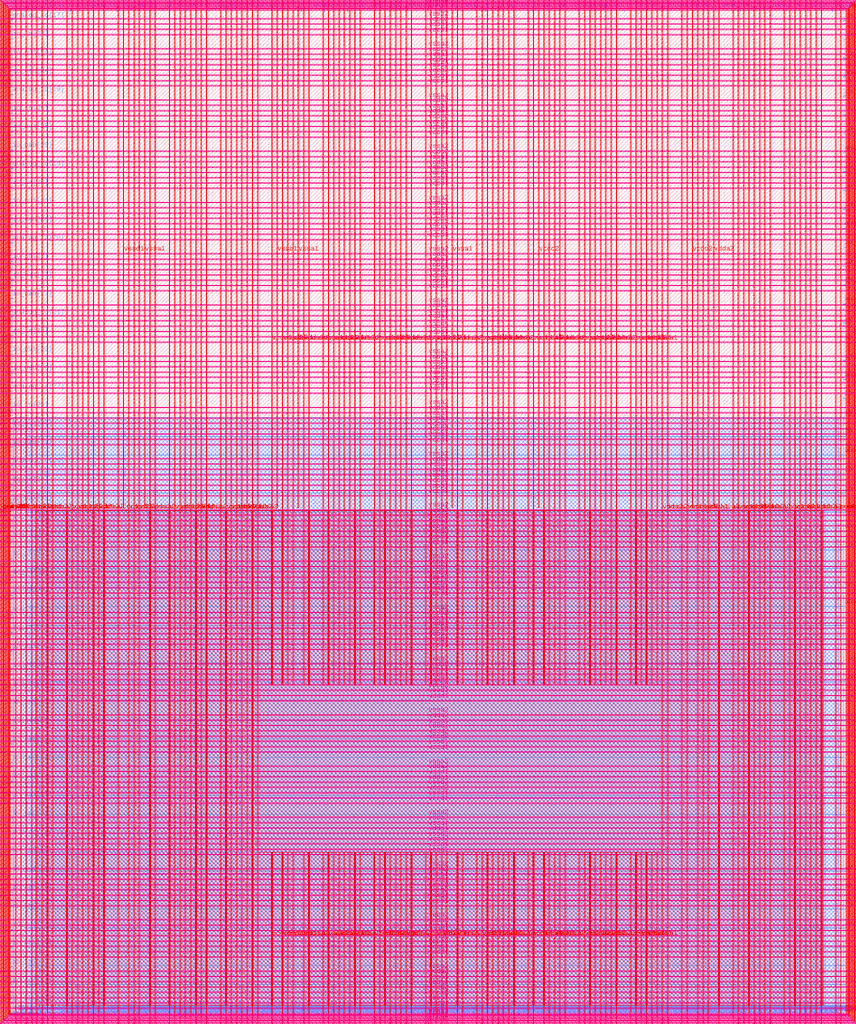
<source format=lef>
VERSION 5.7 ;
  NOWIREEXTENSIONATPIN ON ;
  DIVIDERCHAR "/" ;
  BUSBITCHARS "[]" ;
MACRO user_project_wrapper
  CLASS BLOCK ;
  FOREIGN user_project_wrapper ;
  ORIGIN 0.000 0.000 ;
  SIZE 2920.000 BY 3520.000 ;
  PIN analog_io[0]
    DIRECTION INOUT ;
    USE SIGNAL ;
    PORT
      LAYER met3 ;
        RECT 2917.600 1426.380 2924.800 1427.580 ;
    END
  END analog_io[0]
  PIN analog_io[10]
    DIRECTION INOUT ;
    USE SIGNAL ;
    PORT
      LAYER met2 ;
        RECT 2230.490 3517.600 2231.050 3524.800 ;
    END
  END analog_io[10]
  PIN analog_io[11]
    DIRECTION INOUT ;
    USE SIGNAL ;
    PORT
      LAYER met2 ;
        RECT 1905.730 3517.600 1906.290 3524.800 ;
    END
  END analog_io[11]
  PIN analog_io[12]
    DIRECTION INOUT ;
    USE SIGNAL ;
    PORT
      LAYER met2 ;
        RECT 1581.430 3517.600 1581.990 3524.800 ;
    END
  END analog_io[12]
  PIN analog_io[13]
    DIRECTION INOUT ;
    USE SIGNAL ;
    PORT
      LAYER met2 ;
        RECT 1257.130 3517.600 1257.690 3524.800 ;
    END
  END analog_io[13]
  PIN analog_io[14]
    DIRECTION INOUT ;
    USE SIGNAL ;
    PORT
      LAYER met2 ;
        RECT 932.370 3517.600 932.930 3524.800 ;
    END
  END analog_io[14]
  PIN analog_io[15]
    DIRECTION INOUT ;
    USE SIGNAL ;
    PORT
      LAYER met2 ;
        RECT 608.070 3517.600 608.630 3524.800 ;
    END
  END analog_io[15]
  PIN analog_io[16]
    DIRECTION INOUT ;
    USE SIGNAL ;
    PORT
      LAYER met2 ;
        RECT 283.770 3517.600 284.330 3524.800 ;
    END
  END analog_io[16]
  PIN analog_io[17]
    DIRECTION INOUT ;
    USE SIGNAL ;
    PORT
      LAYER met3 ;
        RECT -4.800 3486.100 2.400 3487.300 ;
    END
  END analog_io[17]
  PIN analog_io[18]
    DIRECTION INOUT ;
    USE SIGNAL ;
    PORT
      LAYER met3 ;
        RECT -4.800 3224.980 2.400 3226.180 ;
    END
  END analog_io[18]
  PIN analog_io[19]
    DIRECTION INOUT ;
    USE SIGNAL ;
    PORT
      LAYER met3 ;
        RECT -4.800 2964.540 2.400 2965.740 ;
    END
  END analog_io[19]
  PIN analog_io[1]
    DIRECTION INOUT ;
    USE SIGNAL ;
    PORT
      LAYER met3 ;
        RECT 2917.600 1692.260 2924.800 1693.460 ;
    END
  END analog_io[1]
  PIN analog_io[20]
    DIRECTION INOUT ;
    USE SIGNAL ;
    PORT
      LAYER met3 ;
        RECT -4.800 2703.420 2.400 2704.620 ;
    END
  END analog_io[20]
  PIN analog_io[21]
    DIRECTION INOUT ;
    USE SIGNAL ;
    PORT
      LAYER met3 ;
        RECT -4.800 2442.980 2.400 2444.180 ;
    END
  END analog_io[21]
  PIN analog_io[22]
    DIRECTION INOUT ;
    USE SIGNAL ;
    PORT
      LAYER met3 ;
        RECT -4.800 2182.540 2.400 2183.740 ;
    END
  END analog_io[22]
  PIN analog_io[23]
    DIRECTION INOUT ;
    USE SIGNAL ;
    PORT
      LAYER met3 ;
        RECT -4.800 1921.420 2.400 1922.620 ;
    END
  END analog_io[23]
  PIN analog_io[24]
    DIRECTION INOUT ;
    USE SIGNAL ;
    PORT
      LAYER met3 ;
        RECT -4.800 1660.980 2.400 1662.180 ;
    END
  END analog_io[24]
  PIN analog_io[25]
    DIRECTION INOUT ;
    USE SIGNAL ;
    PORT
      LAYER met3 ;
        RECT -4.800 1399.860 2.400 1401.060 ;
    END
  END analog_io[25]
  PIN analog_io[26]
    DIRECTION INOUT ;
    USE SIGNAL ;
    PORT
      LAYER met3 ;
        RECT -4.800 1139.420 2.400 1140.620 ;
    END
  END analog_io[26]
  PIN analog_io[27]
    DIRECTION INOUT ;
    USE SIGNAL ;
    PORT
      LAYER met3 ;
        RECT -4.800 878.980 2.400 880.180 ;
    END
  END analog_io[27]
  PIN analog_io[28]
    DIRECTION INOUT ;
    USE SIGNAL ;
    PORT
      LAYER met3 ;
        RECT -4.800 617.860 2.400 619.060 ;
    END
  END analog_io[28]
  PIN analog_io[2]
    DIRECTION INOUT ;
    USE SIGNAL ;
    PORT
      LAYER met3 ;
        RECT 2917.600 1958.140 2924.800 1959.340 ;
    END
  END analog_io[2]
  PIN analog_io[3]
    DIRECTION INOUT ;
    USE SIGNAL ;
    PORT
      LAYER met3 ;
        RECT 2917.600 2223.340 2924.800 2224.540 ;
    END
  END analog_io[3]
  PIN analog_io[4]
    DIRECTION INOUT ;
    USE SIGNAL ;
    PORT
      LAYER met3 ;
        RECT 2917.600 2489.220 2924.800 2490.420 ;
    END
  END analog_io[4]
  PIN analog_io[5]
    DIRECTION INOUT ;
    USE SIGNAL ;
    PORT
      LAYER met3 ;
        RECT 2917.600 2755.100 2924.800 2756.300 ;
    END
  END analog_io[5]
  PIN analog_io[6]
    DIRECTION INOUT ;
    USE SIGNAL ;
    PORT
      LAYER met3 ;
        RECT 2917.600 3020.300 2924.800 3021.500 ;
    END
  END analog_io[6]
  PIN analog_io[7]
    DIRECTION INOUT ;
    USE SIGNAL ;
    PORT
      LAYER met3 ;
        RECT 2917.600 3286.180 2924.800 3287.380 ;
    END
  END analog_io[7]
  PIN analog_io[8]
    DIRECTION INOUT ;
    USE SIGNAL ;
    PORT
      LAYER met2 ;
        RECT 2879.090 3517.600 2879.650 3524.800 ;
    END
  END analog_io[8]
  PIN analog_io[9]
    DIRECTION INOUT ;
    USE SIGNAL ;
    PORT
      LAYER met2 ;
        RECT 2554.790 3517.600 2555.350 3524.800 ;
    END
  END analog_io[9]
  PIN io_in[0]
    DIRECTION INPUT ;
    USE SIGNAL ;
    PORT
      LAYER met3 ;
        RECT 2917.600 32.380 2924.800 33.580 ;
    END
  END io_in[0]
  PIN io_in[10]
    DIRECTION INPUT ;
    USE SIGNAL ;
    PORT
      LAYER met3 ;
        RECT 2917.600 2289.980 2924.800 2291.180 ;
    END
  END io_in[10]
  PIN io_in[11]
    DIRECTION INPUT ;
    USE SIGNAL ;
    PORT
      LAYER met3 ;
        RECT 2917.600 2555.860 2924.800 2557.060 ;
    END
  END io_in[11]
  PIN io_in[12]
    DIRECTION INPUT ;
    USE SIGNAL ;
    PORT
      LAYER met3 ;
        RECT 2917.600 2821.060 2924.800 2822.260 ;
    END
  END io_in[12]
  PIN io_in[13]
    DIRECTION INPUT ;
    USE SIGNAL ;
    PORT
      LAYER met3 ;
        RECT 2917.600 3086.940 2924.800 3088.140 ;
    END
  END io_in[13]
  PIN io_in[14]
    DIRECTION INPUT ;
    USE SIGNAL ;
    PORT
      LAYER met3 ;
        RECT 2917.600 3352.820 2924.800 3354.020 ;
    END
  END io_in[14]
  PIN io_in[15]
    DIRECTION INPUT ;
    USE SIGNAL ;
    PORT
      LAYER met2 ;
        RECT 2798.130 3517.600 2798.690 3524.800 ;
    END
  END io_in[15]
  PIN io_in[16]
    DIRECTION INPUT ;
    USE SIGNAL ;
    PORT
      LAYER met2 ;
        RECT 2473.830 3517.600 2474.390 3524.800 ;
    END
  END io_in[16]
  PIN io_in[17]
    DIRECTION INPUT ;
    USE SIGNAL ;
    PORT
      LAYER met2 ;
        RECT 2149.070 3517.600 2149.630 3524.800 ;
    END
  END io_in[17]
  PIN io_in[18]
    DIRECTION INPUT ;
    USE SIGNAL ;
    PORT
      LAYER met2 ;
        RECT 1824.770 3517.600 1825.330 3524.800 ;
    END
  END io_in[18]
  PIN io_in[19]
    DIRECTION INPUT ;
    USE SIGNAL ;
    PORT
      LAYER met2 ;
        RECT 1500.470 3517.600 1501.030 3524.800 ;
    END
  END io_in[19]
  PIN io_in[1]
    DIRECTION INPUT ;
    USE SIGNAL ;
    PORT
      LAYER met3 ;
        RECT 2917.600 230.940 2924.800 232.140 ;
    END
  END io_in[1]
  PIN io_in[20]
    DIRECTION INPUT ;
    USE SIGNAL ;
    PORT
      LAYER met2 ;
        RECT 1175.710 3517.600 1176.270 3524.800 ;
    END
  END io_in[20]
  PIN io_in[21]
    DIRECTION INPUT ;
    USE SIGNAL ;
    PORT
      LAYER met2 ;
        RECT 851.410 3517.600 851.970 3524.800 ;
    END
  END io_in[21]
  PIN io_in[22]
    DIRECTION INPUT ;
    USE SIGNAL ;
    PORT
      LAYER met2 ;
        RECT 527.110 3517.600 527.670 3524.800 ;
    END
  END io_in[22]
  PIN io_in[23]
    DIRECTION INPUT ;
    USE SIGNAL ;
    PORT
      LAYER met2 ;
        RECT 202.350 3517.600 202.910 3524.800 ;
    END
  END io_in[23]
  PIN io_in[24]
    DIRECTION INPUT ;
    USE SIGNAL ;
    PORT
      LAYER met3 ;
        RECT -4.800 3420.820 2.400 3422.020 ;
    END
  END io_in[24]
  PIN io_in[25]
    DIRECTION INPUT ;
    USE SIGNAL ;
    PORT
      LAYER met3 ;
        RECT -4.800 3159.700 2.400 3160.900 ;
    END
  END io_in[25]
  PIN io_in[26]
    DIRECTION INPUT ;
    USE SIGNAL ;
    PORT
      LAYER met3 ;
        RECT -4.800 2899.260 2.400 2900.460 ;
    END
  END io_in[26]
  PIN io_in[27]
    DIRECTION INPUT ;
    USE SIGNAL ;
    PORT
      LAYER met3 ;
        RECT -4.800 2638.820 2.400 2640.020 ;
    END
  END io_in[27]
  PIN io_in[28]
    DIRECTION INPUT ;
    USE SIGNAL ;
    PORT
      LAYER met3 ;
        RECT -4.800 2377.700 2.400 2378.900 ;
    END
  END io_in[28]
  PIN io_in[29]
    DIRECTION INPUT ;
    USE SIGNAL ;
    PORT
      LAYER met3 ;
        RECT -4.800 2117.260 2.400 2118.460 ;
    END
  END io_in[29]
  PIN io_in[2]
    DIRECTION INPUT ;
    USE SIGNAL ;
    PORT
      LAYER met3 ;
        RECT 2917.600 430.180 2924.800 431.380 ;
    END
  END io_in[2]
  PIN io_in[30]
    DIRECTION INPUT ;
    USE SIGNAL ;
    PORT
      LAYER met3 ;
        RECT -4.800 1856.140 2.400 1857.340 ;
    END
  END io_in[30]
  PIN io_in[31]
    DIRECTION INPUT ;
    USE SIGNAL ;
    PORT
      LAYER met3 ;
        RECT -4.800 1595.700 2.400 1596.900 ;
    END
  END io_in[31]
  PIN io_in[32]
    DIRECTION INPUT ;
    USE SIGNAL ;
    PORT
      LAYER met3 ;
        RECT -4.800 1335.260 2.400 1336.460 ;
    END
  END io_in[32]
  PIN io_in[33]
    DIRECTION INPUT ;
    USE SIGNAL ;
    PORT
      LAYER met3 ;
        RECT -4.800 1074.140 2.400 1075.340 ;
    END
  END io_in[33]
  PIN io_in[34]
    DIRECTION INPUT ;
    USE SIGNAL ;
    PORT
      LAYER met3 ;
        RECT -4.800 813.700 2.400 814.900 ;
    END
  END io_in[34]
  PIN io_in[35]
    DIRECTION INPUT ;
    USE SIGNAL ;
    PORT
      LAYER met3 ;
        RECT -4.800 552.580 2.400 553.780 ;
    END
  END io_in[35]
  PIN io_in[36]
    DIRECTION INPUT ;
    USE SIGNAL ;
    PORT
      LAYER met3 ;
        RECT -4.800 357.420 2.400 358.620 ;
    END
  END io_in[36]
  PIN io_in[37]
    DIRECTION INPUT ;
    USE SIGNAL ;
    PORT
      LAYER met3 ;
        RECT -4.800 161.580 2.400 162.780 ;
    END
  END io_in[37]
  PIN io_in[3]
    DIRECTION INPUT ;
    USE SIGNAL ;
    PORT
      LAYER met3 ;
        RECT 2917.600 629.420 2924.800 630.620 ;
    END
  END io_in[3]
  PIN io_in[4]
    DIRECTION INPUT ;
    USE SIGNAL ;
    PORT
      LAYER met3 ;
        RECT 2917.600 828.660 2924.800 829.860 ;
    END
  END io_in[4]
  PIN io_in[5]
    DIRECTION INPUT ;
    USE SIGNAL ;
    PORT
      LAYER met3 ;
        RECT 2917.600 1027.900 2924.800 1029.100 ;
    END
  END io_in[5]
  PIN io_in[6]
    DIRECTION INPUT ;
    USE SIGNAL ;
    PORT
      LAYER met3 ;
        RECT 2917.600 1227.140 2924.800 1228.340 ;
    END
  END io_in[6]
  PIN io_in[7]
    DIRECTION INPUT ;
    USE SIGNAL ;
    PORT
      LAYER met3 ;
        RECT 2917.600 1493.020 2924.800 1494.220 ;
    END
  END io_in[7]
  PIN io_in[8]
    DIRECTION INPUT ;
    USE SIGNAL ;
    PORT
      LAYER met3 ;
        RECT 2917.600 1758.900 2924.800 1760.100 ;
    END
  END io_in[8]
  PIN io_in[9]
    DIRECTION INPUT ;
    USE SIGNAL ;
    PORT
      LAYER met3 ;
        RECT 2917.600 2024.100 2924.800 2025.300 ;
    END
  END io_in[9]
  PIN io_oeb[0]
    DIRECTION OUTPUT TRISTATE ;
    USE SIGNAL ;
    PORT
      LAYER met3 ;
        RECT 2917.600 164.980 2924.800 166.180 ;
    END
  END io_oeb[0]
  PIN io_oeb[10]
    DIRECTION OUTPUT TRISTATE ;
    USE SIGNAL ;
    PORT
      LAYER met3 ;
        RECT 2917.600 2422.580 2924.800 2423.780 ;
    END
  END io_oeb[10]
  PIN io_oeb[11]
    DIRECTION OUTPUT TRISTATE ;
    USE SIGNAL ;
    PORT
      LAYER met3 ;
        RECT 2917.600 2688.460 2924.800 2689.660 ;
    END
  END io_oeb[11]
  PIN io_oeb[12]
    DIRECTION OUTPUT TRISTATE ;
    USE SIGNAL ;
    PORT
      LAYER met3 ;
        RECT 2917.600 2954.340 2924.800 2955.540 ;
    END
  END io_oeb[12]
  PIN io_oeb[13]
    DIRECTION OUTPUT TRISTATE ;
    USE SIGNAL ;
    PORT
      LAYER met3 ;
        RECT 2917.600 3219.540 2924.800 3220.740 ;
    END
  END io_oeb[13]
  PIN io_oeb[14]
    DIRECTION OUTPUT TRISTATE ;
    USE SIGNAL ;
    PORT
      LAYER met3 ;
        RECT 2917.600 3485.420 2924.800 3486.620 ;
    END
  END io_oeb[14]
  PIN io_oeb[15]
    DIRECTION OUTPUT TRISTATE ;
    USE SIGNAL ;
    PORT
      LAYER met2 ;
        RECT 2635.750 3517.600 2636.310 3524.800 ;
    END
  END io_oeb[15]
  PIN io_oeb[16]
    DIRECTION OUTPUT TRISTATE ;
    USE SIGNAL ;
    PORT
      LAYER met2 ;
        RECT 2311.450 3517.600 2312.010 3524.800 ;
    END
  END io_oeb[16]
  PIN io_oeb[17]
    DIRECTION OUTPUT TRISTATE ;
    USE SIGNAL ;
    PORT
      LAYER met2 ;
        RECT 1987.150 3517.600 1987.710 3524.800 ;
    END
  END io_oeb[17]
  PIN io_oeb[18]
    DIRECTION OUTPUT TRISTATE ;
    USE SIGNAL ;
    PORT
      LAYER met2 ;
        RECT 1662.390 3517.600 1662.950 3524.800 ;
    END
  END io_oeb[18]
  PIN io_oeb[19]
    DIRECTION OUTPUT TRISTATE ;
    USE SIGNAL ;
    PORT
      LAYER met2 ;
        RECT 1338.090 3517.600 1338.650 3524.800 ;
    END
  END io_oeb[19]
  PIN io_oeb[1]
    DIRECTION OUTPUT TRISTATE ;
    USE SIGNAL ;
    PORT
      LAYER met3 ;
        RECT 2917.600 364.220 2924.800 365.420 ;
    END
  END io_oeb[1]
  PIN io_oeb[20]
    DIRECTION OUTPUT TRISTATE ;
    USE SIGNAL ;
    PORT
      LAYER met2 ;
        RECT 1013.790 3517.600 1014.350 3524.800 ;
    END
  END io_oeb[20]
  PIN io_oeb[21]
    DIRECTION OUTPUT TRISTATE ;
    USE SIGNAL ;
    PORT
      LAYER met2 ;
        RECT 689.030 3517.600 689.590 3524.800 ;
    END
  END io_oeb[21]
  PIN io_oeb[22]
    DIRECTION OUTPUT TRISTATE ;
    USE SIGNAL ;
    PORT
      LAYER met2 ;
        RECT 364.730 3517.600 365.290 3524.800 ;
    END
  END io_oeb[22]
  PIN io_oeb[23]
    DIRECTION OUTPUT TRISTATE ;
    USE SIGNAL ;
    PORT
      LAYER met2 ;
        RECT 40.430 3517.600 40.990 3524.800 ;
    END
  END io_oeb[23]
  PIN io_oeb[24]
    DIRECTION OUTPUT TRISTATE ;
    USE SIGNAL ;
    PORT
      LAYER met3 ;
        RECT -4.800 3290.260 2.400 3291.460 ;
    END
  END io_oeb[24]
  PIN io_oeb[25]
    DIRECTION OUTPUT TRISTATE ;
    USE SIGNAL ;
    PORT
      LAYER met3 ;
        RECT -4.800 3029.820 2.400 3031.020 ;
    END
  END io_oeb[25]
  PIN io_oeb[26]
    DIRECTION OUTPUT TRISTATE ;
    USE SIGNAL ;
    PORT
      LAYER met3 ;
        RECT -4.800 2768.700 2.400 2769.900 ;
    END
  END io_oeb[26]
  PIN io_oeb[27]
    DIRECTION OUTPUT TRISTATE ;
    USE SIGNAL ;
    PORT
      LAYER met3 ;
        RECT -4.800 2508.260 2.400 2509.460 ;
    END
  END io_oeb[27]
  PIN io_oeb[28]
    DIRECTION OUTPUT TRISTATE ;
    USE SIGNAL ;
    PORT
      LAYER met3 ;
        RECT -4.800 2247.140 2.400 2248.340 ;
    END
  END io_oeb[28]
  PIN io_oeb[29]
    DIRECTION OUTPUT TRISTATE ;
    USE SIGNAL ;
    PORT
      LAYER met3 ;
        RECT -4.800 1986.700 2.400 1987.900 ;
    END
  END io_oeb[29]
  PIN io_oeb[2]
    DIRECTION OUTPUT TRISTATE ;
    USE SIGNAL ;
    PORT
      LAYER met3 ;
        RECT 2917.600 563.460 2924.800 564.660 ;
    END
  END io_oeb[2]
  PIN io_oeb[30]
    DIRECTION OUTPUT TRISTATE ;
    USE SIGNAL ;
    PORT
      LAYER met3 ;
        RECT -4.800 1726.260 2.400 1727.460 ;
    END
  END io_oeb[30]
  PIN io_oeb[31]
    DIRECTION OUTPUT TRISTATE ;
    USE SIGNAL ;
    PORT
      LAYER met3 ;
        RECT -4.800 1465.140 2.400 1466.340 ;
    END
  END io_oeb[31]
  PIN io_oeb[32]
    DIRECTION OUTPUT TRISTATE ;
    USE SIGNAL ;
    PORT
      LAYER met3 ;
        RECT -4.800 1204.700 2.400 1205.900 ;
    END
  END io_oeb[32]
  PIN io_oeb[33]
    DIRECTION OUTPUT TRISTATE ;
    USE SIGNAL ;
    PORT
      LAYER met3 ;
        RECT -4.800 943.580 2.400 944.780 ;
    END
  END io_oeb[33]
  PIN io_oeb[34]
    DIRECTION OUTPUT TRISTATE ;
    USE SIGNAL ;
    PORT
      LAYER met3 ;
        RECT -4.800 683.140 2.400 684.340 ;
    END
  END io_oeb[34]
  PIN io_oeb[35]
    DIRECTION OUTPUT TRISTATE ;
    USE SIGNAL ;
    PORT
      LAYER met3 ;
        RECT -4.800 422.700 2.400 423.900 ;
    END
  END io_oeb[35]
  PIN io_oeb[36]
    DIRECTION OUTPUT TRISTATE ;
    USE SIGNAL ;
    PORT
      LAYER met3 ;
        RECT -4.800 226.860 2.400 228.060 ;
    END
  END io_oeb[36]
  PIN io_oeb[37]
    DIRECTION OUTPUT TRISTATE ;
    USE SIGNAL ;
    PORT
      LAYER met3 ;
        RECT -4.800 31.700 2.400 32.900 ;
    END
  END io_oeb[37]
  PIN io_oeb[3]
    DIRECTION OUTPUT TRISTATE ;
    USE SIGNAL ;
    PORT
      LAYER met3 ;
        RECT 2917.600 762.700 2924.800 763.900 ;
    END
  END io_oeb[3]
  PIN io_oeb[4]
    DIRECTION OUTPUT TRISTATE ;
    USE SIGNAL ;
    PORT
      LAYER met3 ;
        RECT 2917.600 961.940 2924.800 963.140 ;
    END
  END io_oeb[4]
  PIN io_oeb[5]
    DIRECTION OUTPUT TRISTATE ;
    USE SIGNAL ;
    PORT
      LAYER met3 ;
        RECT 2917.600 1161.180 2924.800 1162.380 ;
    END
  END io_oeb[5]
  PIN io_oeb[6]
    DIRECTION OUTPUT TRISTATE ;
    USE SIGNAL ;
    PORT
      LAYER met3 ;
        RECT 2917.600 1360.420 2924.800 1361.620 ;
    END
  END io_oeb[6]
  PIN io_oeb[7]
    DIRECTION OUTPUT TRISTATE ;
    USE SIGNAL ;
    PORT
      LAYER met3 ;
        RECT 2917.600 1625.620 2924.800 1626.820 ;
    END
  END io_oeb[7]
  PIN io_oeb[8]
    DIRECTION OUTPUT TRISTATE ;
    USE SIGNAL ;
    PORT
      LAYER met3 ;
        RECT 2917.600 1891.500 2924.800 1892.700 ;
    END
  END io_oeb[8]
  PIN io_oeb[9]
    DIRECTION OUTPUT TRISTATE ;
    USE SIGNAL ;
    PORT
      LAYER met3 ;
        RECT 2917.600 2157.380 2924.800 2158.580 ;
    END
  END io_oeb[9]
  PIN io_out[0]
    DIRECTION OUTPUT TRISTATE ;
    USE SIGNAL ;
    PORT
      LAYER met3 ;
        RECT 2917.600 98.340 2924.800 99.540 ;
    END
  END io_out[0]
  PIN io_out[10]
    DIRECTION OUTPUT TRISTATE ;
    USE SIGNAL ;
    PORT
      LAYER met3 ;
        RECT 2917.600 2356.620 2924.800 2357.820 ;
    END
  END io_out[10]
  PIN io_out[11]
    DIRECTION OUTPUT TRISTATE ;
    USE SIGNAL ;
    PORT
      LAYER met3 ;
        RECT 2917.600 2621.820 2924.800 2623.020 ;
    END
  END io_out[11]
  PIN io_out[12]
    DIRECTION OUTPUT TRISTATE ;
    USE SIGNAL ;
    PORT
      LAYER met3 ;
        RECT 2917.600 2887.700 2924.800 2888.900 ;
    END
  END io_out[12]
  PIN io_out[13]
    DIRECTION OUTPUT TRISTATE ;
    USE SIGNAL ;
    PORT
      LAYER met3 ;
        RECT 2917.600 3153.580 2924.800 3154.780 ;
    END
  END io_out[13]
  PIN io_out[14]
    DIRECTION OUTPUT TRISTATE ;
    USE SIGNAL ;
    PORT
      LAYER met3 ;
        RECT 2917.600 3418.780 2924.800 3419.980 ;
    END
  END io_out[14]
  PIN io_out[15]
    DIRECTION OUTPUT TRISTATE ;
    USE SIGNAL ;
    PORT
      LAYER met2 ;
        RECT 2717.170 3517.600 2717.730 3524.800 ;
    END
  END io_out[15]
  PIN io_out[16]
    DIRECTION OUTPUT TRISTATE ;
    USE SIGNAL ;
    PORT
      LAYER met2 ;
        RECT 2392.410 3517.600 2392.970 3524.800 ;
    END
  END io_out[16]
  PIN io_out[17]
    DIRECTION OUTPUT TRISTATE ;
    USE SIGNAL ;
    PORT
      LAYER met2 ;
        RECT 2068.110 3517.600 2068.670 3524.800 ;
    END
  END io_out[17]
  PIN io_out[18]
    DIRECTION OUTPUT TRISTATE ;
    USE SIGNAL ;
    PORT
      LAYER met2 ;
        RECT 1743.810 3517.600 1744.370 3524.800 ;
    END
  END io_out[18]
  PIN io_out[19]
    DIRECTION OUTPUT TRISTATE ;
    USE SIGNAL ;
    PORT
      LAYER met2 ;
        RECT 1419.050 3517.600 1419.610 3524.800 ;
    END
  END io_out[19]
  PIN io_out[1]
    DIRECTION OUTPUT TRISTATE ;
    USE SIGNAL ;
    PORT
      LAYER met3 ;
        RECT 2917.600 297.580 2924.800 298.780 ;
    END
  END io_out[1]
  PIN io_out[20]
    DIRECTION OUTPUT TRISTATE ;
    USE SIGNAL ;
    PORT
      LAYER met2 ;
        RECT 1094.750 3517.600 1095.310 3524.800 ;
    END
  END io_out[20]
  PIN io_out[21]
    DIRECTION OUTPUT TRISTATE ;
    USE SIGNAL ;
    PORT
      LAYER met2 ;
        RECT 770.450 3517.600 771.010 3524.800 ;
    END
  END io_out[21]
  PIN io_out[22]
    DIRECTION OUTPUT TRISTATE ;
    USE SIGNAL ;
    PORT
      LAYER met2 ;
        RECT 445.690 3517.600 446.250 3524.800 ;
    END
  END io_out[22]
  PIN io_out[23]
    DIRECTION OUTPUT TRISTATE ;
    USE SIGNAL ;
    PORT
      LAYER met2 ;
        RECT 121.390 3517.600 121.950 3524.800 ;
    END
  END io_out[23]
  PIN io_out[24]
    DIRECTION OUTPUT TRISTATE ;
    USE SIGNAL ;
    PORT
      LAYER met3 ;
        RECT -4.800 3355.540 2.400 3356.740 ;
    END
  END io_out[24]
  PIN io_out[25]
    DIRECTION OUTPUT TRISTATE ;
    USE SIGNAL ;
    PORT
      LAYER met3 ;
        RECT -4.800 3095.100 2.400 3096.300 ;
    END
  END io_out[25]
  PIN io_out[26]
    DIRECTION OUTPUT TRISTATE ;
    USE SIGNAL ;
    PORT
      LAYER met3 ;
        RECT -4.800 2833.980 2.400 2835.180 ;
    END
  END io_out[26]
  PIN io_out[27]
    DIRECTION OUTPUT TRISTATE ;
    USE SIGNAL ;
    PORT
      LAYER met3 ;
        RECT -4.800 2573.540 2.400 2574.740 ;
    END
  END io_out[27]
  PIN io_out[28]
    DIRECTION OUTPUT TRISTATE ;
    USE SIGNAL ;
    PORT
      LAYER met3 ;
        RECT -4.800 2312.420 2.400 2313.620 ;
    END
  END io_out[28]
  PIN io_out[29]
    DIRECTION OUTPUT TRISTATE ;
    USE SIGNAL ;
    PORT
      LAYER met3 ;
        RECT -4.800 2051.980 2.400 2053.180 ;
    END
  END io_out[29]
  PIN io_out[2]
    DIRECTION OUTPUT TRISTATE ;
    USE SIGNAL ;
    PORT
      LAYER met3 ;
        RECT 2917.600 496.820 2924.800 498.020 ;
    END
  END io_out[2]
  PIN io_out[30]
    DIRECTION OUTPUT TRISTATE ;
    USE SIGNAL ;
    PORT
      LAYER met3 ;
        RECT -4.800 1791.540 2.400 1792.740 ;
    END
  END io_out[30]
  PIN io_out[31]
    DIRECTION OUTPUT TRISTATE ;
    USE SIGNAL ;
    PORT
      LAYER met3 ;
        RECT -4.800 1530.420 2.400 1531.620 ;
    END
  END io_out[31]
  PIN io_out[32]
    DIRECTION OUTPUT TRISTATE ;
    USE SIGNAL ;
    PORT
      LAYER met3 ;
        RECT -4.800 1269.980 2.400 1271.180 ;
    END
  END io_out[32]
  PIN io_out[33]
    DIRECTION OUTPUT TRISTATE ;
    USE SIGNAL ;
    PORT
      LAYER met3 ;
        RECT -4.800 1008.860 2.400 1010.060 ;
    END
  END io_out[33]
  PIN io_out[34]
    DIRECTION OUTPUT TRISTATE ;
    USE SIGNAL ;
    PORT
      LAYER met3 ;
        RECT -4.800 748.420 2.400 749.620 ;
    END
  END io_out[34]
  PIN io_out[35]
    DIRECTION OUTPUT TRISTATE ;
    USE SIGNAL ;
    PORT
      LAYER met3 ;
        RECT -4.800 487.300 2.400 488.500 ;
    END
  END io_out[35]
  PIN io_out[36]
    DIRECTION OUTPUT TRISTATE ;
    USE SIGNAL ;
    PORT
      LAYER met3 ;
        RECT -4.800 292.140 2.400 293.340 ;
    END
  END io_out[36]
  PIN io_out[37]
    DIRECTION OUTPUT TRISTATE ;
    USE SIGNAL ;
    PORT
      LAYER met3 ;
        RECT -4.800 96.300 2.400 97.500 ;
    END
  END io_out[37]
  PIN io_out[3]
    DIRECTION OUTPUT TRISTATE ;
    USE SIGNAL ;
    PORT
      LAYER met3 ;
        RECT 2917.600 696.060 2924.800 697.260 ;
    END
  END io_out[3]
  PIN io_out[4]
    DIRECTION OUTPUT TRISTATE ;
    USE SIGNAL ;
    PORT
      LAYER met3 ;
        RECT 2917.600 895.300 2924.800 896.500 ;
    END
  END io_out[4]
  PIN io_out[5]
    DIRECTION OUTPUT TRISTATE ;
    USE SIGNAL ;
    PORT
      LAYER met3 ;
        RECT 2917.600 1094.540 2924.800 1095.740 ;
    END
  END io_out[5]
  PIN io_out[6]
    DIRECTION OUTPUT TRISTATE ;
    USE SIGNAL ;
    PORT
      LAYER met3 ;
        RECT 2917.600 1293.780 2924.800 1294.980 ;
    END
  END io_out[6]
  PIN io_out[7]
    DIRECTION OUTPUT TRISTATE ;
    USE SIGNAL ;
    PORT
      LAYER met3 ;
        RECT 2917.600 1559.660 2924.800 1560.860 ;
    END
  END io_out[7]
  PIN io_out[8]
    DIRECTION OUTPUT TRISTATE ;
    USE SIGNAL ;
    PORT
      LAYER met3 ;
        RECT 2917.600 1824.860 2924.800 1826.060 ;
    END
  END io_out[8]
  PIN io_out[9]
    DIRECTION OUTPUT TRISTATE ;
    USE SIGNAL ;
    PORT
      LAYER met3 ;
        RECT 2917.600 2090.740 2924.800 2091.940 ;
    END
  END io_out[9]
  PIN la_data_in[0]
    DIRECTION INPUT ;
    USE SIGNAL ;
    PORT
      LAYER met2 ;
        RECT 629.230 -4.800 629.790 2.400 ;
    END
  END la_data_in[0]
  PIN la_data_in[100]
    DIRECTION INPUT ;
    USE SIGNAL ;
    PORT
      LAYER met2 ;
        RECT 2402.530 -4.800 2403.090 2.400 ;
    END
  END la_data_in[100]
  PIN la_data_in[101]
    DIRECTION INPUT ;
    USE SIGNAL ;
    PORT
      LAYER met2 ;
        RECT 2420.010 -4.800 2420.570 2.400 ;
    END
  END la_data_in[101]
  PIN la_data_in[102]
    DIRECTION INPUT ;
    USE SIGNAL ;
    PORT
      LAYER met2 ;
        RECT 2437.950 -4.800 2438.510 2.400 ;
    END
  END la_data_in[102]
  PIN la_data_in[103]
    DIRECTION INPUT ;
    USE SIGNAL ;
    PORT
      LAYER met2 ;
        RECT 2455.430 -4.800 2455.990 2.400 ;
    END
  END la_data_in[103]
  PIN la_data_in[104]
    DIRECTION INPUT ;
    USE SIGNAL ;
    PORT
      LAYER met2 ;
        RECT 2473.370 -4.800 2473.930 2.400 ;
    END
  END la_data_in[104]
  PIN la_data_in[105]
    DIRECTION INPUT ;
    USE SIGNAL ;
    PORT
      LAYER met2 ;
        RECT 2490.850 -4.800 2491.410 2.400 ;
    END
  END la_data_in[105]
  PIN la_data_in[106]
    DIRECTION INPUT ;
    USE SIGNAL ;
    PORT
      LAYER met2 ;
        RECT 2508.790 -4.800 2509.350 2.400 ;
    END
  END la_data_in[106]
  PIN la_data_in[107]
    DIRECTION INPUT ;
    USE SIGNAL ;
    PORT
      LAYER met2 ;
        RECT 2526.730 -4.800 2527.290 2.400 ;
    END
  END la_data_in[107]
  PIN la_data_in[108]
    DIRECTION INPUT ;
    USE SIGNAL ;
    PORT
      LAYER met2 ;
        RECT 2544.210 -4.800 2544.770 2.400 ;
    END
  END la_data_in[108]
  PIN la_data_in[109]
    DIRECTION INPUT ;
    USE SIGNAL ;
    PORT
      LAYER met2 ;
        RECT 2562.150 -4.800 2562.710 2.400 ;
    END
  END la_data_in[109]
  PIN la_data_in[10]
    DIRECTION INPUT ;
    USE SIGNAL ;
    PORT
      LAYER met2 ;
        RECT 806.330 -4.800 806.890 2.400 ;
    END
  END la_data_in[10]
  PIN la_data_in[110]
    DIRECTION INPUT ;
    USE SIGNAL ;
    PORT
      LAYER met2 ;
        RECT 2579.630 -4.800 2580.190 2.400 ;
    END
  END la_data_in[110]
  PIN la_data_in[111]
    DIRECTION INPUT ;
    USE SIGNAL ;
    PORT
      LAYER met2 ;
        RECT 2597.570 -4.800 2598.130 2.400 ;
    END
  END la_data_in[111]
  PIN la_data_in[112]
    DIRECTION INPUT ;
    USE SIGNAL ;
    PORT
      LAYER met2 ;
        RECT 2615.050 -4.800 2615.610 2.400 ;
    END
  END la_data_in[112]
  PIN la_data_in[113]
    DIRECTION INPUT ;
    USE SIGNAL ;
    PORT
      LAYER met2 ;
        RECT 2632.990 -4.800 2633.550 2.400 ;
    END
  END la_data_in[113]
  PIN la_data_in[114]
    DIRECTION INPUT ;
    USE SIGNAL ;
    PORT
      LAYER met2 ;
        RECT 2650.470 -4.800 2651.030 2.400 ;
    END
  END la_data_in[114]
  PIN la_data_in[115]
    DIRECTION INPUT ;
    USE SIGNAL ;
    PORT
      LAYER met2 ;
        RECT 2668.410 -4.800 2668.970 2.400 ;
    END
  END la_data_in[115]
  PIN la_data_in[116]
    DIRECTION INPUT ;
    USE SIGNAL ;
    PORT
      LAYER met2 ;
        RECT 2685.890 -4.800 2686.450 2.400 ;
    END
  END la_data_in[116]
  PIN la_data_in[117]
    DIRECTION INPUT ;
    USE SIGNAL ;
    PORT
      LAYER met2 ;
        RECT 2703.830 -4.800 2704.390 2.400 ;
    END
  END la_data_in[117]
  PIN la_data_in[118]
    DIRECTION INPUT ;
    USE SIGNAL ;
    PORT
      LAYER met2 ;
        RECT 2721.770 -4.800 2722.330 2.400 ;
    END
  END la_data_in[118]
  PIN la_data_in[119]
    DIRECTION INPUT ;
    USE SIGNAL ;
    PORT
      LAYER met2 ;
        RECT 2739.250 -4.800 2739.810 2.400 ;
    END
  END la_data_in[119]
  PIN la_data_in[11]
    DIRECTION INPUT ;
    USE SIGNAL ;
    PORT
      LAYER met2 ;
        RECT 824.270 -4.800 824.830 2.400 ;
    END
  END la_data_in[11]
  PIN la_data_in[120]
    DIRECTION INPUT ;
    USE SIGNAL ;
    PORT
      LAYER met2 ;
        RECT 2757.190 -4.800 2757.750 2.400 ;
    END
  END la_data_in[120]
  PIN la_data_in[121]
    DIRECTION INPUT ;
    USE SIGNAL ;
    PORT
      LAYER met2 ;
        RECT 2774.670 -4.800 2775.230 2.400 ;
    END
  END la_data_in[121]
  PIN la_data_in[122]
    DIRECTION INPUT ;
    USE SIGNAL ;
    PORT
      LAYER met2 ;
        RECT 2792.610 -4.800 2793.170 2.400 ;
    END
  END la_data_in[122]
  PIN la_data_in[123]
    DIRECTION INPUT ;
    USE SIGNAL ;
    PORT
      LAYER met2 ;
        RECT 2810.090 -4.800 2810.650 2.400 ;
    END
  END la_data_in[123]
  PIN la_data_in[124]
    DIRECTION INPUT ;
    USE SIGNAL ;
    PORT
      LAYER met2 ;
        RECT 2828.030 -4.800 2828.590 2.400 ;
    END
  END la_data_in[124]
  PIN la_data_in[125]
    DIRECTION INPUT ;
    USE SIGNAL ;
    PORT
      LAYER met2 ;
        RECT 2845.510 -4.800 2846.070 2.400 ;
    END
  END la_data_in[125]
  PIN la_data_in[126]
    DIRECTION INPUT ;
    USE SIGNAL ;
    PORT
      LAYER met2 ;
        RECT 2863.450 -4.800 2864.010 2.400 ;
    END
  END la_data_in[126]
  PIN la_data_in[127]
    DIRECTION INPUT ;
    USE SIGNAL ;
    PORT
      LAYER met2 ;
        RECT 2881.390 -4.800 2881.950 2.400 ;
    END
  END la_data_in[127]
  PIN la_data_in[12]
    DIRECTION INPUT ;
    USE SIGNAL ;
    PORT
      LAYER met2 ;
        RECT 841.750 -4.800 842.310 2.400 ;
    END
  END la_data_in[12]
  PIN la_data_in[13]
    DIRECTION INPUT ;
    USE SIGNAL ;
    PORT
      LAYER met2 ;
        RECT 859.690 -4.800 860.250 2.400 ;
    END
  END la_data_in[13]
  PIN la_data_in[14]
    DIRECTION INPUT ;
    USE SIGNAL ;
    PORT
      LAYER met2 ;
        RECT 877.170 -4.800 877.730 2.400 ;
    END
  END la_data_in[14]
  PIN la_data_in[15]
    DIRECTION INPUT ;
    USE SIGNAL ;
    PORT
      LAYER met2 ;
        RECT 895.110 -4.800 895.670 2.400 ;
    END
  END la_data_in[15]
  PIN la_data_in[16]
    DIRECTION INPUT ;
    USE SIGNAL ;
    PORT
      LAYER met2 ;
        RECT 912.590 -4.800 913.150 2.400 ;
    END
  END la_data_in[16]
  PIN la_data_in[17]
    DIRECTION INPUT ;
    USE SIGNAL ;
    PORT
      LAYER met2 ;
        RECT 930.530 -4.800 931.090 2.400 ;
    END
  END la_data_in[17]
  PIN la_data_in[18]
    DIRECTION INPUT ;
    USE SIGNAL ;
    PORT
      LAYER met2 ;
        RECT 948.470 -4.800 949.030 2.400 ;
    END
  END la_data_in[18]
  PIN la_data_in[19]
    DIRECTION INPUT ;
    USE SIGNAL ;
    PORT
      LAYER met2 ;
        RECT 965.950 -4.800 966.510 2.400 ;
    END
  END la_data_in[19]
  PIN la_data_in[1]
    DIRECTION INPUT ;
    USE SIGNAL ;
    PORT
      LAYER met2 ;
        RECT 646.710 -4.800 647.270 2.400 ;
    END
  END la_data_in[1]
  PIN la_data_in[20]
    DIRECTION INPUT ;
    USE SIGNAL ;
    PORT
      LAYER met2 ;
        RECT 983.890 -4.800 984.450 2.400 ;
    END
  END la_data_in[20]
  PIN la_data_in[21]
    DIRECTION INPUT ;
    USE SIGNAL ;
    PORT
      LAYER met2 ;
        RECT 1001.370 -4.800 1001.930 2.400 ;
    END
  END la_data_in[21]
  PIN la_data_in[22]
    DIRECTION INPUT ;
    USE SIGNAL ;
    PORT
      LAYER met2 ;
        RECT 1019.310 -4.800 1019.870 2.400 ;
    END
  END la_data_in[22]
  PIN la_data_in[23]
    DIRECTION INPUT ;
    USE SIGNAL ;
    PORT
      LAYER met2 ;
        RECT 1036.790 -4.800 1037.350 2.400 ;
    END
  END la_data_in[23]
  PIN la_data_in[24]
    DIRECTION INPUT ;
    USE SIGNAL ;
    PORT
      LAYER met2 ;
        RECT 1054.730 -4.800 1055.290 2.400 ;
    END
  END la_data_in[24]
  PIN la_data_in[25]
    DIRECTION INPUT ;
    USE SIGNAL ;
    PORT
      LAYER met2 ;
        RECT 1072.210 -4.800 1072.770 2.400 ;
    END
  END la_data_in[25]
  PIN la_data_in[26]
    DIRECTION INPUT ;
    USE SIGNAL ;
    PORT
      LAYER met2 ;
        RECT 1090.150 -4.800 1090.710 2.400 ;
    END
  END la_data_in[26]
  PIN la_data_in[27]
    DIRECTION INPUT ;
    USE SIGNAL ;
    PORT
      LAYER met2 ;
        RECT 1107.630 -4.800 1108.190 2.400 ;
    END
  END la_data_in[27]
  PIN la_data_in[28]
    DIRECTION INPUT ;
    USE SIGNAL ;
    PORT
      LAYER met2 ;
        RECT 1125.570 -4.800 1126.130 2.400 ;
    END
  END la_data_in[28]
  PIN la_data_in[29]
    DIRECTION INPUT ;
    USE SIGNAL ;
    PORT
      LAYER met2 ;
        RECT 1143.510 -4.800 1144.070 2.400 ;
    END
  END la_data_in[29]
  PIN la_data_in[2]
    DIRECTION INPUT ;
    USE SIGNAL ;
    PORT
      LAYER met2 ;
        RECT 664.650 -4.800 665.210 2.400 ;
    END
  END la_data_in[2]
  PIN la_data_in[30]
    DIRECTION INPUT ;
    USE SIGNAL ;
    PORT
      LAYER met2 ;
        RECT 1160.990 -4.800 1161.550 2.400 ;
    END
  END la_data_in[30]
  PIN la_data_in[31]
    DIRECTION INPUT ;
    USE SIGNAL ;
    PORT
      LAYER met2 ;
        RECT 1178.930 -4.800 1179.490 2.400 ;
    END
  END la_data_in[31]
  PIN la_data_in[32]
    DIRECTION INPUT ;
    USE SIGNAL ;
    PORT
      LAYER met2 ;
        RECT 1196.410 -4.800 1196.970 2.400 ;
    END
  END la_data_in[32]
  PIN la_data_in[33]
    DIRECTION INPUT ;
    USE SIGNAL ;
    PORT
      LAYER met2 ;
        RECT 1214.350 -4.800 1214.910 2.400 ;
    END
  END la_data_in[33]
  PIN la_data_in[34]
    DIRECTION INPUT ;
    USE SIGNAL ;
    PORT
      LAYER met2 ;
        RECT 1231.830 -4.800 1232.390 2.400 ;
    END
  END la_data_in[34]
  PIN la_data_in[35]
    DIRECTION INPUT ;
    USE SIGNAL ;
    PORT
      LAYER met2 ;
        RECT 1249.770 -4.800 1250.330 2.400 ;
    END
  END la_data_in[35]
  PIN la_data_in[36]
    DIRECTION INPUT ;
    USE SIGNAL ;
    PORT
      LAYER met2 ;
        RECT 1267.250 -4.800 1267.810 2.400 ;
    END
  END la_data_in[36]
  PIN la_data_in[37]
    DIRECTION INPUT ;
    USE SIGNAL ;
    PORT
      LAYER met2 ;
        RECT 1285.190 -4.800 1285.750 2.400 ;
    END
  END la_data_in[37]
  PIN la_data_in[38]
    DIRECTION INPUT ;
    USE SIGNAL ;
    PORT
      LAYER met2 ;
        RECT 1303.130 -4.800 1303.690 2.400 ;
    END
  END la_data_in[38]
  PIN la_data_in[39]
    DIRECTION INPUT ;
    USE SIGNAL ;
    PORT
      LAYER met2 ;
        RECT 1320.610 -4.800 1321.170 2.400 ;
    END
  END la_data_in[39]
  PIN la_data_in[3]
    DIRECTION INPUT ;
    USE SIGNAL ;
    PORT
      LAYER met2 ;
        RECT 682.130 -4.800 682.690 2.400 ;
    END
  END la_data_in[3]
  PIN la_data_in[40]
    DIRECTION INPUT ;
    USE SIGNAL ;
    PORT
      LAYER met2 ;
        RECT 1338.550 -4.800 1339.110 2.400 ;
    END
  END la_data_in[40]
  PIN la_data_in[41]
    DIRECTION INPUT ;
    USE SIGNAL ;
    PORT
      LAYER met2 ;
        RECT 1356.030 -4.800 1356.590 2.400 ;
    END
  END la_data_in[41]
  PIN la_data_in[42]
    DIRECTION INPUT ;
    USE SIGNAL ;
    PORT
      LAYER met2 ;
        RECT 1373.970 -4.800 1374.530 2.400 ;
    END
  END la_data_in[42]
  PIN la_data_in[43]
    DIRECTION INPUT ;
    USE SIGNAL ;
    PORT
      LAYER met2 ;
        RECT 1391.450 -4.800 1392.010 2.400 ;
    END
  END la_data_in[43]
  PIN la_data_in[44]
    DIRECTION INPUT ;
    USE SIGNAL ;
    PORT
      LAYER met2 ;
        RECT 1409.390 -4.800 1409.950 2.400 ;
    END
  END la_data_in[44]
  PIN la_data_in[45]
    DIRECTION INPUT ;
    USE SIGNAL ;
    PORT
      LAYER met2 ;
        RECT 1426.870 -4.800 1427.430 2.400 ;
    END
  END la_data_in[45]
  PIN la_data_in[46]
    DIRECTION INPUT ;
    USE SIGNAL ;
    PORT
      LAYER met2 ;
        RECT 1444.810 -4.800 1445.370 2.400 ;
    END
  END la_data_in[46]
  PIN la_data_in[47]
    DIRECTION INPUT ;
    USE SIGNAL ;
    PORT
      LAYER met2 ;
        RECT 1462.750 -4.800 1463.310 2.400 ;
    END
  END la_data_in[47]
  PIN la_data_in[48]
    DIRECTION INPUT ;
    USE SIGNAL ;
    PORT
      LAYER met2 ;
        RECT 1480.230 -4.800 1480.790 2.400 ;
    END
  END la_data_in[48]
  PIN la_data_in[49]
    DIRECTION INPUT ;
    USE SIGNAL ;
    PORT
      LAYER met2 ;
        RECT 1498.170 -4.800 1498.730 2.400 ;
    END
  END la_data_in[49]
  PIN la_data_in[4]
    DIRECTION INPUT ;
    USE SIGNAL ;
    PORT
      LAYER met2 ;
        RECT 700.070 -4.800 700.630 2.400 ;
    END
  END la_data_in[4]
  PIN la_data_in[50]
    DIRECTION INPUT ;
    USE SIGNAL ;
    PORT
      LAYER met2 ;
        RECT 1515.650 -4.800 1516.210 2.400 ;
    END
  END la_data_in[50]
  PIN la_data_in[51]
    DIRECTION INPUT ;
    USE SIGNAL ;
    PORT
      LAYER met2 ;
        RECT 1533.590 -4.800 1534.150 2.400 ;
    END
  END la_data_in[51]
  PIN la_data_in[52]
    DIRECTION INPUT ;
    USE SIGNAL ;
    PORT
      LAYER met2 ;
        RECT 1551.070 -4.800 1551.630 2.400 ;
    END
  END la_data_in[52]
  PIN la_data_in[53]
    DIRECTION INPUT ;
    USE SIGNAL ;
    PORT
      LAYER met2 ;
        RECT 1569.010 -4.800 1569.570 2.400 ;
    END
  END la_data_in[53]
  PIN la_data_in[54]
    DIRECTION INPUT ;
    USE SIGNAL ;
    PORT
      LAYER met2 ;
        RECT 1586.490 -4.800 1587.050 2.400 ;
    END
  END la_data_in[54]
  PIN la_data_in[55]
    DIRECTION INPUT ;
    USE SIGNAL ;
    PORT
      LAYER met2 ;
        RECT 1604.430 -4.800 1604.990 2.400 ;
    END
  END la_data_in[55]
  PIN la_data_in[56]
    DIRECTION INPUT ;
    USE SIGNAL ;
    PORT
      LAYER met2 ;
        RECT 1621.910 -4.800 1622.470 2.400 ;
    END
  END la_data_in[56]
  PIN la_data_in[57]
    DIRECTION INPUT ;
    USE SIGNAL ;
    PORT
      LAYER met2 ;
        RECT 1639.850 -4.800 1640.410 2.400 ;
    END
  END la_data_in[57]
  PIN la_data_in[58]
    DIRECTION INPUT ;
    USE SIGNAL ;
    PORT
      LAYER met2 ;
        RECT 1657.790 -4.800 1658.350 2.400 ;
    END
  END la_data_in[58]
  PIN la_data_in[59]
    DIRECTION INPUT ;
    USE SIGNAL ;
    PORT
      LAYER met2 ;
        RECT 1675.270 -4.800 1675.830 2.400 ;
    END
  END la_data_in[59]
  PIN la_data_in[5]
    DIRECTION INPUT ;
    USE SIGNAL ;
    PORT
      LAYER met2 ;
        RECT 717.550 -4.800 718.110 2.400 ;
    END
  END la_data_in[5]
  PIN la_data_in[60]
    DIRECTION INPUT ;
    USE SIGNAL ;
    PORT
      LAYER met2 ;
        RECT 1693.210 -4.800 1693.770 2.400 ;
    END
  END la_data_in[60]
  PIN la_data_in[61]
    DIRECTION INPUT ;
    USE SIGNAL ;
    PORT
      LAYER met2 ;
        RECT 1710.690 -4.800 1711.250 2.400 ;
    END
  END la_data_in[61]
  PIN la_data_in[62]
    DIRECTION INPUT ;
    USE SIGNAL ;
    PORT
      LAYER met2 ;
        RECT 1728.630 -4.800 1729.190 2.400 ;
    END
  END la_data_in[62]
  PIN la_data_in[63]
    DIRECTION INPUT ;
    USE SIGNAL ;
    PORT
      LAYER met2 ;
        RECT 1746.110 -4.800 1746.670 2.400 ;
    END
  END la_data_in[63]
  PIN la_data_in[64]
    DIRECTION INPUT ;
    USE SIGNAL ;
    PORT
      LAYER met2 ;
        RECT 1764.050 -4.800 1764.610 2.400 ;
    END
  END la_data_in[64]
  PIN la_data_in[65]
    DIRECTION INPUT ;
    USE SIGNAL ;
    PORT
      LAYER met2 ;
        RECT 1781.530 -4.800 1782.090 2.400 ;
    END
  END la_data_in[65]
  PIN la_data_in[66]
    DIRECTION INPUT ;
    USE SIGNAL ;
    PORT
      LAYER met2 ;
        RECT 1799.470 -4.800 1800.030 2.400 ;
    END
  END la_data_in[66]
  PIN la_data_in[67]
    DIRECTION INPUT ;
    USE SIGNAL ;
    PORT
      LAYER met2 ;
        RECT 1817.410 -4.800 1817.970 2.400 ;
    END
  END la_data_in[67]
  PIN la_data_in[68]
    DIRECTION INPUT ;
    USE SIGNAL ;
    PORT
      LAYER met2 ;
        RECT 1834.890 -4.800 1835.450 2.400 ;
    END
  END la_data_in[68]
  PIN la_data_in[69]
    DIRECTION INPUT ;
    USE SIGNAL ;
    PORT
      LAYER met2 ;
        RECT 1852.830 -4.800 1853.390 2.400 ;
    END
  END la_data_in[69]
  PIN la_data_in[6]
    DIRECTION INPUT ;
    USE SIGNAL ;
    PORT
      LAYER met2 ;
        RECT 735.490 -4.800 736.050 2.400 ;
    END
  END la_data_in[6]
  PIN la_data_in[70]
    DIRECTION INPUT ;
    USE SIGNAL ;
    PORT
      LAYER met2 ;
        RECT 1870.310 -4.800 1870.870 2.400 ;
    END
  END la_data_in[70]
  PIN la_data_in[71]
    DIRECTION INPUT ;
    USE SIGNAL ;
    PORT
      LAYER met2 ;
        RECT 1888.250 -4.800 1888.810 2.400 ;
    END
  END la_data_in[71]
  PIN la_data_in[72]
    DIRECTION INPUT ;
    USE SIGNAL ;
    PORT
      LAYER met2 ;
        RECT 1905.730 -4.800 1906.290 2.400 ;
    END
  END la_data_in[72]
  PIN la_data_in[73]
    DIRECTION INPUT ;
    USE SIGNAL ;
    PORT
      LAYER met2 ;
        RECT 1923.670 -4.800 1924.230 2.400 ;
    END
  END la_data_in[73]
  PIN la_data_in[74]
    DIRECTION INPUT ;
    USE SIGNAL ;
    PORT
      LAYER met2 ;
        RECT 1941.150 -4.800 1941.710 2.400 ;
    END
  END la_data_in[74]
  PIN la_data_in[75]
    DIRECTION INPUT ;
    USE SIGNAL ;
    PORT
      LAYER met2 ;
        RECT 1959.090 -4.800 1959.650 2.400 ;
    END
  END la_data_in[75]
  PIN la_data_in[76]
    DIRECTION INPUT ;
    USE SIGNAL ;
    PORT
      LAYER met2 ;
        RECT 1976.570 -4.800 1977.130 2.400 ;
    END
  END la_data_in[76]
  PIN la_data_in[77]
    DIRECTION INPUT ;
    USE SIGNAL ;
    PORT
      LAYER met2 ;
        RECT 1994.510 -4.800 1995.070 2.400 ;
    END
  END la_data_in[77]
  PIN la_data_in[78]
    DIRECTION INPUT ;
    USE SIGNAL ;
    PORT
      LAYER met2 ;
        RECT 2012.450 -4.800 2013.010 2.400 ;
    END
  END la_data_in[78]
  PIN la_data_in[79]
    DIRECTION INPUT ;
    USE SIGNAL ;
    PORT
      LAYER met2 ;
        RECT 2029.930 -4.800 2030.490 2.400 ;
    END
  END la_data_in[79]
  PIN la_data_in[7]
    DIRECTION INPUT ;
    USE SIGNAL ;
    PORT
      LAYER met2 ;
        RECT 752.970 -4.800 753.530 2.400 ;
    END
  END la_data_in[7]
  PIN la_data_in[80]
    DIRECTION INPUT ;
    USE SIGNAL ;
    PORT
      LAYER met2 ;
        RECT 2047.870 -4.800 2048.430 2.400 ;
    END
  END la_data_in[80]
  PIN la_data_in[81]
    DIRECTION INPUT ;
    USE SIGNAL ;
    PORT
      LAYER met2 ;
        RECT 2065.350 -4.800 2065.910 2.400 ;
    END
  END la_data_in[81]
  PIN la_data_in[82]
    DIRECTION INPUT ;
    USE SIGNAL ;
    PORT
      LAYER met2 ;
        RECT 2083.290 -4.800 2083.850 2.400 ;
    END
  END la_data_in[82]
  PIN la_data_in[83]
    DIRECTION INPUT ;
    USE SIGNAL ;
    PORT
      LAYER met2 ;
        RECT 2100.770 -4.800 2101.330 2.400 ;
    END
  END la_data_in[83]
  PIN la_data_in[84]
    DIRECTION INPUT ;
    USE SIGNAL ;
    PORT
      LAYER met2 ;
        RECT 2118.710 -4.800 2119.270 2.400 ;
    END
  END la_data_in[84]
  PIN la_data_in[85]
    DIRECTION INPUT ;
    USE SIGNAL ;
    PORT
      LAYER met2 ;
        RECT 2136.190 -4.800 2136.750 2.400 ;
    END
  END la_data_in[85]
  PIN la_data_in[86]
    DIRECTION INPUT ;
    USE SIGNAL ;
    PORT
      LAYER met2 ;
        RECT 2154.130 -4.800 2154.690 2.400 ;
    END
  END la_data_in[86]
  PIN la_data_in[87]
    DIRECTION INPUT ;
    USE SIGNAL ;
    PORT
      LAYER met2 ;
        RECT 2172.070 -4.800 2172.630 2.400 ;
    END
  END la_data_in[87]
  PIN la_data_in[88]
    DIRECTION INPUT ;
    USE SIGNAL ;
    PORT
      LAYER met2 ;
        RECT 2189.550 -4.800 2190.110 2.400 ;
    END
  END la_data_in[88]
  PIN la_data_in[89]
    DIRECTION INPUT ;
    USE SIGNAL ;
    PORT
      LAYER met2 ;
        RECT 2207.490 -4.800 2208.050 2.400 ;
    END
  END la_data_in[89]
  PIN la_data_in[8]
    DIRECTION INPUT ;
    USE SIGNAL ;
    PORT
      LAYER met2 ;
        RECT 770.910 -4.800 771.470 2.400 ;
    END
  END la_data_in[8]
  PIN la_data_in[90]
    DIRECTION INPUT ;
    USE SIGNAL ;
    PORT
      LAYER met2 ;
        RECT 2224.970 -4.800 2225.530 2.400 ;
    END
  END la_data_in[90]
  PIN la_data_in[91]
    DIRECTION INPUT ;
    USE SIGNAL ;
    PORT
      LAYER met2 ;
        RECT 2242.910 -4.800 2243.470 2.400 ;
    END
  END la_data_in[91]
  PIN la_data_in[92]
    DIRECTION INPUT ;
    USE SIGNAL ;
    PORT
      LAYER met2 ;
        RECT 2260.390 -4.800 2260.950 2.400 ;
    END
  END la_data_in[92]
  PIN la_data_in[93]
    DIRECTION INPUT ;
    USE SIGNAL ;
    PORT
      LAYER met2 ;
        RECT 2278.330 -4.800 2278.890 2.400 ;
    END
  END la_data_in[93]
  PIN la_data_in[94]
    DIRECTION INPUT ;
    USE SIGNAL ;
    PORT
      LAYER met2 ;
        RECT 2295.810 -4.800 2296.370 2.400 ;
    END
  END la_data_in[94]
  PIN la_data_in[95]
    DIRECTION INPUT ;
    USE SIGNAL ;
    PORT
      LAYER met2 ;
        RECT 2313.750 -4.800 2314.310 2.400 ;
    END
  END la_data_in[95]
  PIN la_data_in[96]
    DIRECTION INPUT ;
    USE SIGNAL ;
    PORT
      LAYER met2 ;
        RECT 2331.230 -4.800 2331.790 2.400 ;
    END
  END la_data_in[96]
  PIN la_data_in[97]
    DIRECTION INPUT ;
    USE SIGNAL ;
    PORT
      LAYER met2 ;
        RECT 2349.170 -4.800 2349.730 2.400 ;
    END
  END la_data_in[97]
  PIN la_data_in[98]
    DIRECTION INPUT ;
    USE SIGNAL ;
    PORT
      LAYER met2 ;
        RECT 2367.110 -4.800 2367.670 2.400 ;
    END
  END la_data_in[98]
  PIN la_data_in[99]
    DIRECTION INPUT ;
    USE SIGNAL ;
    PORT
      LAYER met2 ;
        RECT 2384.590 -4.800 2385.150 2.400 ;
    END
  END la_data_in[99]
  PIN la_data_in[9]
    DIRECTION INPUT ;
    USE SIGNAL ;
    PORT
      LAYER met2 ;
        RECT 788.850 -4.800 789.410 2.400 ;
    END
  END la_data_in[9]
  PIN la_data_out[0]
    DIRECTION OUTPUT TRISTATE ;
    USE SIGNAL ;
    PORT
      LAYER met2 ;
        RECT 634.750 -4.800 635.310 2.400 ;
    END
  END la_data_out[0]
  PIN la_data_out[100]
    DIRECTION OUTPUT TRISTATE ;
    USE SIGNAL ;
    PORT
      LAYER met2 ;
        RECT 2408.510 -4.800 2409.070 2.400 ;
    END
  END la_data_out[100]
  PIN la_data_out[101]
    DIRECTION OUTPUT TRISTATE ;
    USE SIGNAL ;
    PORT
      LAYER met2 ;
        RECT 2425.990 -4.800 2426.550 2.400 ;
    END
  END la_data_out[101]
  PIN la_data_out[102]
    DIRECTION OUTPUT TRISTATE ;
    USE SIGNAL ;
    PORT
      LAYER met2 ;
        RECT 2443.930 -4.800 2444.490 2.400 ;
    END
  END la_data_out[102]
  PIN la_data_out[103]
    DIRECTION OUTPUT TRISTATE ;
    USE SIGNAL ;
    PORT
      LAYER met2 ;
        RECT 2461.410 -4.800 2461.970 2.400 ;
    END
  END la_data_out[103]
  PIN la_data_out[104]
    DIRECTION OUTPUT TRISTATE ;
    USE SIGNAL ;
    PORT
      LAYER met2 ;
        RECT 2479.350 -4.800 2479.910 2.400 ;
    END
  END la_data_out[104]
  PIN la_data_out[105]
    DIRECTION OUTPUT TRISTATE ;
    USE SIGNAL ;
    PORT
      LAYER met2 ;
        RECT 2496.830 -4.800 2497.390 2.400 ;
    END
  END la_data_out[105]
  PIN la_data_out[106]
    DIRECTION OUTPUT TRISTATE ;
    USE SIGNAL ;
    PORT
      LAYER met2 ;
        RECT 2514.770 -4.800 2515.330 2.400 ;
    END
  END la_data_out[106]
  PIN la_data_out[107]
    DIRECTION OUTPUT TRISTATE ;
    USE SIGNAL ;
    PORT
      LAYER met2 ;
        RECT 2532.250 -4.800 2532.810 2.400 ;
    END
  END la_data_out[107]
  PIN la_data_out[108]
    DIRECTION OUTPUT TRISTATE ;
    USE SIGNAL ;
    PORT
      LAYER met2 ;
        RECT 2550.190 -4.800 2550.750 2.400 ;
    END
  END la_data_out[108]
  PIN la_data_out[109]
    DIRECTION OUTPUT TRISTATE ;
    USE SIGNAL ;
    PORT
      LAYER met2 ;
        RECT 2567.670 -4.800 2568.230 2.400 ;
    END
  END la_data_out[109]
  PIN la_data_out[10]
    DIRECTION OUTPUT TRISTATE ;
    USE SIGNAL ;
    PORT
      LAYER met2 ;
        RECT 812.310 -4.800 812.870 2.400 ;
    END
  END la_data_out[10]
  PIN la_data_out[110]
    DIRECTION OUTPUT TRISTATE ;
    USE SIGNAL ;
    PORT
      LAYER met2 ;
        RECT 2585.610 -4.800 2586.170 2.400 ;
    END
  END la_data_out[110]
  PIN la_data_out[111]
    DIRECTION OUTPUT TRISTATE ;
    USE SIGNAL ;
    PORT
      LAYER met2 ;
        RECT 2603.550 -4.800 2604.110 2.400 ;
    END
  END la_data_out[111]
  PIN la_data_out[112]
    DIRECTION OUTPUT TRISTATE ;
    USE SIGNAL ;
    PORT
      LAYER met2 ;
        RECT 2621.030 -4.800 2621.590 2.400 ;
    END
  END la_data_out[112]
  PIN la_data_out[113]
    DIRECTION OUTPUT TRISTATE ;
    USE SIGNAL ;
    PORT
      LAYER met2 ;
        RECT 2638.970 -4.800 2639.530 2.400 ;
    END
  END la_data_out[113]
  PIN la_data_out[114]
    DIRECTION OUTPUT TRISTATE ;
    USE SIGNAL ;
    PORT
      LAYER met2 ;
        RECT 2656.450 -4.800 2657.010 2.400 ;
    END
  END la_data_out[114]
  PIN la_data_out[115]
    DIRECTION OUTPUT TRISTATE ;
    USE SIGNAL ;
    PORT
      LAYER met2 ;
        RECT 2674.390 -4.800 2674.950 2.400 ;
    END
  END la_data_out[115]
  PIN la_data_out[116]
    DIRECTION OUTPUT TRISTATE ;
    USE SIGNAL ;
    PORT
      LAYER met2 ;
        RECT 2691.870 -4.800 2692.430 2.400 ;
    END
  END la_data_out[116]
  PIN la_data_out[117]
    DIRECTION OUTPUT TRISTATE ;
    USE SIGNAL ;
    PORT
      LAYER met2 ;
        RECT 2709.810 -4.800 2710.370 2.400 ;
    END
  END la_data_out[117]
  PIN la_data_out[118]
    DIRECTION OUTPUT TRISTATE ;
    USE SIGNAL ;
    PORT
      LAYER met2 ;
        RECT 2727.290 -4.800 2727.850 2.400 ;
    END
  END la_data_out[118]
  PIN la_data_out[119]
    DIRECTION OUTPUT TRISTATE ;
    USE SIGNAL ;
    PORT
      LAYER met2 ;
        RECT 2745.230 -4.800 2745.790 2.400 ;
    END
  END la_data_out[119]
  PIN la_data_out[11]
    DIRECTION OUTPUT TRISTATE ;
    USE SIGNAL ;
    PORT
      LAYER met2 ;
        RECT 830.250 -4.800 830.810 2.400 ;
    END
  END la_data_out[11]
  PIN la_data_out[120]
    DIRECTION OUTPUT TRISTATE ;
    USE SIGNAL ;
    PORT
      LAYER met2 ;
        RECT 2763.170 -4.800 2763.730 2.400 ;
    END
  END la_data_out[120]
  PIN la_data_out[121]
    DIRECTION OUTPUT TRISTATE ;
    USE SIGNAL ;
    PORT
      LAYER met2 ;
        RECT 2780.650 -4.800 2781.210 2.400 ;
    END
  END la_data_out[121]
  PIN la_data_out[122]
    DIRECTION OUTPUT TRISTATE ;
    USE SIGNAL ;
    PORT
      LAYER met2 ;
        RECT 2798.590 -4.800 2799.150 2.400 ;
    END
  END la_data_out[122]
  PIN la_data_out[123]
    DIRECTION OUTPUT TRISTATE ;
    USE SIGNAL ;
    PORT
      LAYER met2 ;
        RECT 2816.070 -4.800 2816.630 2.400 ;
    END
  END la_data_out[123]
  PIN la_data_out[124]
    DIRECTION OUTPUT TRISTATE ;
    USE SIGNAL ;
    PORT
      LAYER met2 ;
        RECT 2834.010 -4.800 2834.570 2.400 ;
    END
  END la_data_out[124]
  PIN la_data_out[125]
    DIRECTION OUTPUT TRISTATE ;
    USE SIGNAL ;
    PORT
      LAYER met2 ;
        RECT 2851.490 -4.800 2852.050 2.400 ;
    END
  END la_data_out[125]
  PIN la_data_out[126]
    DIRECTION OUTPUT TRISTATE ;
    USE SIGNAL ;
    PORT
      LAYER met2 ;
        RECT 2869.430 -4.800 2869.990 2.400 ;
    END
  END la_data_out[126]
  PIN la_data_out[127]
    DIRECTION OUTPUT TRISTATE ;
    USE SIGNAL ;
    PORT
      LAYER met2 ;
        RECT 2886.910 -4.800 2887.470 2.400 ;
    END
  END la_data_out[127]
  PIN la_data_out[12]
    DIRECTION OUTPUT TRISTATE ;
    USE SIGNAL ;
    PORT
      LAYER met2 ;
        RECT 847.730 -4.800 848.290 2.400 ;
    END
  END la_data_out[12]
  PIN la_data_out[13]
    DIRECTION OUTPUT TRISTATE ;
    USE SIGNAL ;
    PORT
      LAYER met2 ;
        RECT 865.670 -4.800 866.230 2.400 ;
    END
  END la_data_out[13]
  PIN la_data_out[14]
    DIRECTION OUTPUT TRISTATE ;
    USE SIGNAL ;
    PORT
      LAYER met2 ;
        RECT 883.150 -4.800 883.710 2.400 ;
    END
  END la_data_out[14]
  PIN la_data_out[15]
    DIRECTION OUTPUT TRISTATE ;
    USE SIGNAL ;
    PORT
      LAYER met2 ;
        RECT 901.090 -4.800 901.650 2.400 ;
    END
  END la_data_out[15]
  PIN la_data_out[16]
    DIRECTION OUTPUT TRISTATE ;
    USE SIGNAL ;
    PORT
      LAYER met2 ;
        RECT 918.570 -4.800 919.130 2.400 ;
    END
  END la_data_out[16]
  PIN la_data_out[17]
    DIRECTION OUTPUT TRISTATE ;
    USE SIGNAL ;
    PORT
      LAYER met2 ;
        RECT 936.510 -4.800 937.070 2.400 ;
    END
  END la_data_out[17]
  PIN la_data_out[18]
    DIRECTION OUTPUT TRISTATE ;
    USE SIGNAL ;
    PORT
      LAYER met2 ;
        RECT 953.990 -4.800 954.550 2.400 ;
    END
  END la_data_out[18]
  PIN la_data_out[19]
    DIRECTION OUTPUT TRISTATE ;
    USE SIGNAL ;
    PORT
      LAYER met2 ;
        RECT 971.930 -4.800 972.490 2.400 ;
    END
  END la_data_out[19]
  PIN la_data_out[1]
    DIRECTION OUTPUT TRISTATE ;
    USE SIGNAL ;
    PORT
      LAYER met2 ;
        RECT 652.690 -4.800 653.250 2.400 ;
    END
  END la_data_out[1]
  PIN la_data_out[20]
    DIRECTION OUTPUT TRISTATE ;
    USE SIGNAL ;
    PORT
      LAYER met2 ;
        RECT 989.410 -4.800 989.970 2.400 ;
    END
  END la_data_out[20]
  PIN la_data_out[21]
    DIRECTION OUTPUT TRISTATE ;
    USE SIGNAL ;
    PORT
      LAYER met2 ;
        RECT 1007.350 -4.800 1007.910 2.400 ;
    END
  END la_data_out[21]
  PIN la_data_out[22]
    DIRECTION OUTPUT TRISTATE ;
    USE SIGNAL ;
    PORT
      LAYER met2 ;
        RECT 1025.290 -4.800 1025.850 2.400 ;
    END
  END la_data_out[22]
  PIN la_data_out[23]
    DIRECTION OUTPUT TRISTATE ;
    USE SIGNAL ;
    PORT
      LAYER met2 ;
        RECT 1042.770 -4.800 1043.330 2.400 ;
    END
  END la_data_out[23]
  PIN la_data_out[24]
    DIRECTION OUTPUT TRISTATE ;
    USE SIGNAL ;
    PORT
      LAYER met2 ;
        RECT 1060.710 -4.800 1061.270 2.400 ;
    END
  END la_data_out[24]
  PIN la_data_out[25]
    DIRECTION OUTPUT TRISTATE ;
    USE SIGNAL ;
    PORT
      LAYER met2 ;
        RECT 1078.190 -4.800 1078.750 2.400 ;
    END
  END la_data_out[25]
  PIN la_data_out[26]
    DIRECTION OUTPUT TRISTATE ;
    USE SIGNAL ;
    PORT
      LAYER met2 ;
        RECT 1096.130 -4.800 1096.690 2.400 ;
    END
  END la_data_out[26]
  PIN la_data_out[27]
    DIRECTION OUTPUT TRISTATE ;
    USE SIGNAL ;
    PORT
      LAYER met2 ;
        RECT 1113.610 -4.800 1114.170 2.400 ;
    END
  END la_data_out[27]
  PIN la_data_out[28]
    DIRECTION OUTPUT TRISTATE ;
    USE SIGNAL ;
    PORT
      LAYER met2 ;
        RECT 1131.550 -4.800 1132.110 2.400 ;
    END
  END la_data_out[28]
  PIN la_data_out[29]
    DIRECTION OUTPUT TRISTATE ;
    USE SIGNAL ;
    PORT
      LAYER met2 ;
        RECT 1149.030 -4.800 1149.590 2.400 ;
    END
  END la_data_out[29]
  PIN la_data_out[2]
    DIRECTION OUTPUT TRISTATE ;
    USE SIGNAL ;
    PORT
      LAYER met2 ;
        RECT 670.630 -4.800 671.190 2.400 ;
    END
  END la_data_out[2]
  PIN la_data_out[30]
    DIRECTION OUTPUT TRISTATE ;
    USE SIGNAL ;
    PORT
      LAYER met2 ;
        RECT 1166.970 -4.800 1167.530 2.400 ;
    END
  END la_data_out[30]
  PIN la_data_out[31]
    DIRECTION OUTPUT TRISTATE ;
    USE SIGNAL ;
    PORT
      LAYER met2 ;
        RECT 1184.910 -4.800 1185.470 2.400 ;
    END
  END la_data_out[31]
  PIN la_data_out[32]
    DIRECTION OUTPUT TRISTATE ;
    USE SIGNAL ;
    PORT
      LAYER met2 ;
        RECT 1202.390 -4.800 1202.950 2.400 ;
    END
  END la_data_out[32]
  PIN la_data_out[33]
    DIRECTION OUTPUT TRISTATE ;
    USE SIGNAL ;
    PORT
      LAYER met2 ;
        RECT 1220.330 -4.800 1220.890 2.400 ;
    END
  END la_data_out[33]
  PIN la_data_out[34]
    DIRECTION OUTPUT TRISTATE ;
    USE SIGNAL ;
    PORT
      LAYER met2 ;
        RECT 1237.810 -4.800 1238.370 2.400 ;
    END
  END la_data_out[34]
  PIN la_data_out[35]
    DIRECTION OUTPUT TRISTATE ;
    USE SIGNAL ;
    PORT
      LAYER met2 ;
        RECT 1255.750 -4.800 1256.310 2.400 ;
    END
  END la_data_out[35]
  PIN la_data_out[36]
    DIRECTION OUTPUT TRISTATE ;
    USE SIGNAL ;
    PORT
      LAYER met2 ;
        RECT 1273.230 -4.800 1273.790 2.400 ;
    END
  END la_data_out[36]
  PIN la_data_out[37]
    DIRECTION OUTPUT TRISTATE ;
    USE SIGNAL ;
    PORT
      LAYER met2 ;
        RECT 1291.170 -4.800 1291.730 2.400 ;
    END
  END la_data_out[37]
  PIN la_data_out[38]
    DIRECTION OUTPUT TRISTATE ;
    USE SIGNAL ;
    PORT
      LAYER met2 ;
        RECT 1308.650 -4.800 1309.210 2.400 ;
    END
  END la_data_out[38]
  PIN la_data_out[39]
    DIRECTION OUTPUT TRISTATE ;
    USE SIGNAL ;
    PORT
      LAYER met2 ;
        RECT 1326.590 -4.800 1327.150 2.400 ;
    END
  END la_data_out[39]
  PIN la_data_out[3]
    DIRECTION OUTPUT TRISTATE ;
    USE SIGNAL ;
    PORT
      LAYER met2 ;
        RECT 688.110 -4.800 688.670 2.400 ;
    END
  END la_data_out[3]
  PIN la_data_out[40]
    DIRECTION OUTPUT TRISTATE ;
    USE SIGNAL ;
    PORT
      LAYER met2 ;
        RECT 1344.070 -4.800 1344.630 2.400 ;
    END
  END la_data_out[40]
  PIN la_data_out[41]
    DIRECTION OUTPUT TRISTATE ;
    USE SIGNAL ;
    PORT
      LAYER met2 ;
        RECT 1362.010 -4.800 1362.570 2.400 ;
    END
  END la_data_out[41]
  PIN la_data_out[42]
    DIRECTION OUTPUT TRISTATE ;
    USE SIGNAL ;
    PORT
      LAYER met2 ;
        RECT 1379.950 -4.800 1380.510 2.400 ;
    END
  END la_data_out[42]
  PIN la_data_out[43]
    DIRECTION OUTPUT TRISTATE ;
    USE SIGNAL ;
    PORT
      LAYER met2 ;
        RECT 1397.430 -4.800 1397.990 2.400 ;
    END
  END la_data_out[43]
  PIN la_data_out[44]
    DIRECTION OUTPUT TRISTATE ;
    USE SIGNAL ;
    PORT
      LAYER met2 ;
        RECT 1415.370 -4.800 1415.930 2.400 ;
    END
  END la_data_out[44]
  PIN la_data_out[45]
    DIRECTION OUTPUT TRISTATE ;
    USE SIGNAL ;
    PORT
      LAYER met2 ;
        RECT 1432.850 -4.800 1433.410 2.400 ;
    END
  END la_data_out[45]
  PIN la_data_out[46]
    DIRECTION OUTPUT TRISTATE ;
    USE SIGNAL ;
    PORT
      LAYER met2 ;
        RECT 1450.790 -4.800 1451.350 2.400 ;
    END
  END la_data_out[46]
  PIN la_data_out[47]
    DIRECTION OUTPUT TRISTATE ;
    USE SIGNAL ;
    PORT
      LAYER met2 ;
        RECT 1468.270 -4.800 1468.830 2.400 ;
    END
  END la_data_out[47]
  PIN la_data_out[48]
    DIRECTION OUTPUT TRISTATE ;
    USE SIGNAL ;
    PORT
      LAYER met2 ;
        RECT 1486.210 -4.800 1486.770 2.400 ;
    END
  END la_data_out[48]
  PIN la_data_out[49]
    DIRECTION OUTPUT TRISTATE ;
    USE SIGNAL ;
    PORT
      LAYER met2 ;
        RECT 1503.690 -4.800 1504.250 2.400 ;
    END
  END la_data_out[49]
  PIN la_data_out[4]
    DIRECTION OUTPUT TRISTATE ;
    USE SIGNAL ;
    PORT
      LAYER met2 ;
        RECT 706.050 -4.800 706.610 2.400 ;
    END
  END la_data_out[4]
  PIN la_data_out[50]
    DIRECTION OUTPUT TRISTATE ;
    USE SIGNAL ;
    PORT
      LAYER met2 ;
        RECT 1521.630 -4.800 1522.190 2.400 ;
    END
  END la_data_out[50]
  PIN la_data_out[51]
    DIRECTION OUTPUT TRISTATE ;
    USE SIGNAL ;
    PORT
      LAYER met2 ;
        RECT 1539.570 -4.800 1540.130 2.400 ;
    END
  END la_data_out[51]
  PIN la_data_out[52]
    DIRECTION OUTPUT TRISTATE ;
    USE SIGNAL ;
    PORT
      LAYER met2 ;
        RECT 1557.050 -4.800 1557.610 2.400 ;
    END
  END la_data_out[52]
  PIN la_data_out[53]
    DIRECTION OUTPUT TRISTATE ;
    USE SIGNAL ;
    PORT
      LAYER met2 ;
        RECT 1574.990 -4.800 1575.550 2.400 ;
    END
  END la_data_out[53]
  PIN la_data_out[54]
    DIRECTION OUTPUT TRISTATE ;
    USE SIGNAL ;
    PORT
      LAYER met2 ;
        RECT 1592.470 -4.800 1593.030 2.400 ;
    END
  END la_data_out[54]
  PIN la_data_out[55]
    DIRECTION OUTPUT TRISTATE ;
    USE SIGNAL ;
    PORT
      LAYER met2 ;
        RECT 1610.410 -4.800 1610.970 2.400 ;
    END
  END la_data_out[55]
  PIN la_data_out[56]
    DIRECTION OUTPUT TRISTATE ;
    USE SIGNAL ;
    PORT
      LAYER met2 ;
        RECT 1627.890 -4.800 1628.450 2.400 ;
    END
  END la_data_out[56]
  PIN la_data_out[57]
    DIRECTION OUTPUT TRISTATE ;
    USE SIGNAL ;
    PORT
      LAYER met2 ;
        RECT 1645.830 -4.800 1646.390 2.400 ;
    END
  END la_data_out[57]
  PIN la_data_out[58]
    DIRECTION OUTPUT TRISTATE ;
    USE SIGNAL ;
    PORT
      LAYER met2 ;
        RECT 1663.310 -4.800 1663.870 2.400 ;
    END
  END la_data_out[58]
  PIN la_data_out[59]
    DIRECTION OUTPUT TRISTATE ;
    USE SIGNAL ;
    PORT
      LAYER met2 ;
        RECT 1681.250 -4.800 1681.810 2.400 ;
    END
  END la_data_out[59]
  PIN la_data_out[5]
    DIRECTION OUTPUT TRISTATE ;
    USE SIGNAL ;
    PORT
      LAYER met2 ;
        RECT 723.530 -4.800 724.090 2.400 ;
    END
  END la_data_out[5]
  PIN la_data_out[60]
    DIRECTION OUTPUT TRISTATE ;
    USE SIGNAL ;
    PORT
      LAYER met2 ;
        RECT 1699.190 -4.800 1699.750 2.400 ;
    END
  END la_data_out[60]
  PIN la_data_out[61]
    DIRECTION OUTPUT TRISTATE ;
    USE SIGNAL ;
    PORT
      LAYER met2 ;
        RECT 1716.670 -4.800 1717.230 2.400 ;
    END
  END la_data_out[61]
  PIN la_data_out[62]
    DIRECTION OUTPUT TRISTATE ;
    USE SIGNAL ;
    PORT
      LAYER met2 ;
        RECT 1734.610 -4.800 1735.170 2.400 ;
    END
  END la_data_out[62]
  PIN la_data_out[63]
    DIRECTION OUTPUT TRISTATE ;
    USE SIGNAL ;
    PORT
      LAYER met2 ;
        RECT 1752.090 -4.800 1752.650 2.400 ;
    END
  END la_data_out[63]
  PIN la_data_out[64]
    DIRECTION OUTPUT TRISTATE ;
    USE SIGNAL ;
    PORT
      LAYER met2 ;
        RECT 1770.030 -4.800 1770.590 2.400 ;
    END
  END la_data_out[64]
  PIN la_data_out[65]
    DIRECTION OUTPUT TRISTATE ;
    USE SIGNAL ;
    PORT
      LAYER met2 ;
        RECT 1787.510 -4.800 1788.070 2.400 ;
    END
  END la_data_out[65]
  PIN la_data_out[66]
    DIRECTION OUTPUT TRISTATE ;
    USE SIGNAL ;
    PORT
      LAYER met2 ;
        RECT 1805.450 -4.800 1806.010 2.400 ;
    END
  END la_data_out[66]
  PIN la_data_out[67]
    DIRECTION OUTPUT TRISTATE ;
    USE SIGNAL ;
    PORT
      LAYER met2 ;
        RECT 1822.930 -4.800 1823.490 2.400 ;
    END
  END la_data_out[67]
  PIN la_data_out[68]
    DIRECTION OUTPUT TRISTATE ;
    USE SIGNAL ;
    PORT
      LAYER met2 ;
        RECT 1840.870 -4.800 1841.430 2.400 ;
    END
  END la_data_out[68]
  PIN la_data_out[69]
    DIRECTION OUTPUT TRISTATE ;
    USE SIGNAL ;
    PORT
      LAYER met2 ;
        RECT 1858.350 -4.800 1858.910 2.400 ;
    END
  END la_data_out[69]
  PIN la_data_out[6]
    DIRECTION OUTPUT TRISTATE ;
    USE SIGNAL ;
    PORT
      LAYER met2 ;
        RECT 741.470 -4.800 742.030 2.400 ;
    END
  END la_data_out[6]
  PIN la_data_out[70]
    DIRECTION OUTPUT TRISTATE ;
    USE SIGNAL ;
    PORT
      LAYER met2 ;
        RECT 1876.290 -4.800 1876.850 2.400 ;
    END
  END la_data_out[70]
  PIN la_data_out[71]
    DIRECTION OUTPUT TRISTATE ;
    USE SIGNAL ;
    PORT
      LAYER met2 ;
        RECT 1894.230 -4.800 1894.790 2.400 ;
    END
  END la_data_out[71]
  PIN la_data_out[72]
    DIRECTION OUTPUT TRISTATE ;
    USE SIGNAL ;
    PORT
      LAYER met2 ;
        RECT 1911.710 -4.800 1912.270 2.400 ;
    END
  END la_data_out[72]
  PIN la_data_out[73]
    DIRECTION OUTPUT TRISTATE ;
    USE SIGNAL ;
    PORT
      LAYER met2 ;
        RECT 1929.650 -4.800 1930.210 2.400 ;
    END
  END la_data_out[73]
  PIN la_data_out[74]
    DIRECTION OUTPUT TRISTATE ;
    USE SIGNAL ;
    PORT
      LAYER met2 ;
        RECT 1947.130 -4.800 1947.690 2.400 ;
    END
  END la_data_out[74]
  PIN la_data_out[75]
    DIRECTION OUTPUT TRISTATE ;
    USE SIGNAL ;
    PORT
      LAYER met2 ;
        RECT 1965.070 -4.800 1965.630 2.400 ;
    END
  END la_data_out[75]
  PIN la_data_out[76]
    DIRECTION OUTPUT TRISTATE ;
    USE SIGNAL ;
    PORT
      LAYER met2 ;
        RECT 1982.550 -4.800 1983.110 2.400 ;
    END
  END la_data_out[76]
  PIN la_data_out[77]
    DIRECTION OUTPUT TRISTATE ;
    USE SIGNAL ;
    PORT
      LAYER met2 ;
        RECT 2000.490 -4.800 2001.050 2.400 ;
    END
  END la_data_out[77]
  PIN la_data_out[78]
    DIRECTION OUTPUT TRISTATE ;
    USE SIGNAL ;
    PORT
      LAYER met2 ;
        RECT 2017.970 -4.800 2018.530 2.400 ;
    END
  END la_data_out[78]
  PIN la_data_out[79]
    DIRECTION OUTPUT TRISTATE ;
    USE SIGNAL ;
    PORT
      LAYER met2 ;
        RECT 2035.910 -4.800 2036.470 2.400 ;
    END
  END la_data_out[79]
  PIN la_data_out[7]
    DIRECTION OUTPUT TRISTATE ;
    USE SIGNAL ;
    PORT
      LAYER met2 ;
        RECT 758.950 -4.800 759.510 2.400 ;
    END
  END la_data_out[7]
  PIN la_data_out[80]
    DIRECTION OUTPUT TRISTATE ;
    USE SIGNAL ;
    PORT
      LAYER met2 ;
        RECT 2053.850 -4.800 2054.410 2.400 ;
    END
  END la_data_out[80]
  PIN la_data_out[81]
    DIRECTION OUTPUT TRISTATE ;
    USE SIGNAL ;
    PORT
      LAYER met2 ;
        RECT 2071.330 -4.800 2071.890 2.400 ;
    END
  END la_data_out[81]
  PIN la_data_out[82]
    DIRECTION OUTPUT TRISTATE ;
    USE SIGNAL ;
    PORT
      LAYER met2 ;
        RECT 2089.270 -4.800 2089.830 2.400 ;
    END
  END la_data_out[82]
  PIN la_data_out[83]
    DIRECTION OUTPUT TRISTATE ;
    USE SIGNAL ;
    PORT
      LAYER met2 ;
        RECT 2106.750 -4.800 2107.310 2.400 ;
    END
  END la_data_out[83]
  PIN la_data_out[84]
    DIRECTION OUTPUT TRISTATE ;
    USE SIGNAL ;
    PORT
      LAYER met2 ;
        RECT 2124.690 -4.800 2125.250 2.400 ;
    END
  END la_data_out[84]
  PIN la_data_out[85]
    DIRECTION OUTPUT TRISTATE ;
    USE SIGNAL ;
    PORT
      LAYER met2 ;
        RECT 2142.170 -4.800 2142.730 2.400 ;
    END
  END la_data_out[85]
  PIN la_data_out[86]
    DIRECTION OUTPUT TRISTATE ;
    USE SIGNAL ;
    PORT
      LAYER met2 ;
        RECT 2160.110 -4.800 2160.670 2.400 ;
    END
  END la_data_out[86]
  PIN la_data_out[87]
    DIRECTION OUTPUT TRISTATE ;
    USE SIGNAL ;
    PORT
      LAYER met2 ;
        RECT 2177.590 -4.800 2178.150 2.400 ;
    END
  END la_data_out[87]
  PIN la_data_out[88]
    DIRECTION OUTPUT TRISTATE ;
    USE SIGNAL ;
    PORT
      LAYER met2 ;
        RECT 2195.530 -4.800 2196.090 2.400 ;
    END
  END la_data_out[88]
  PIN la_data_out[89]
    DIRECTION OUTPUT TRISTATE ;
    USE SIGNAL ;
    PORT
      LAYER met2 ;
        RECT 2213.010 -4.800 2213.570 2.400 ;
    END
  END la_data_out[89]
  PIN la_data_out[8]
    DIRECTION OUTPUT TRISTATE ;
    USE SIGNAL ;
    PORT
      LAYER met2 ;
        RECT 776.890 -4.800 777.450 2.400 ;
    END
  END la_data_out[8]
  PIN la_data_out[90]
    DIRECTION OUTPUT TRISTATE ;
    USE SIGNAL ;
    PORT
      LAYER met2 ;
        RECT 2230.950 -4.800 2231.510 2.400 ;
    END
  END la_data_out[90]
  PIN la_data_out[91]
    DIRECTION OUTPUT TRISTATE ;
    USE SIGNAL ;
    PORT
      LAYER met2 ;
        RECT 2248.890 -4.800 2249.450 2.400 ;
    END
  END la_data_out[91]
  PIN la_data_out[92]
    DIRECTION OUTPUT TRISTATE ;
    USE SIGNAL ;
    PORT
      LAYER met2 ;
        RECT 2266.370 -4.800 2266.930 2.400 ;
    END
  END la_data_out[92]
  PIN la_data_out[93]
    DIRECTION OUTPUT TRISTATE ;
    USE SIGNAL ;
    PORT
      LAYER met2 ;
        RECT 2284.310 -4.800 2284.870 2.400 ;
    END
  END la_data_out[93]
  PIN la_data_out[94]
    DIRECTION OUTPUT TRISTATE ;
    USE SIGNAL ;
    PORT
      LAYER met2 ;
        RECT 2301.790 -4.800 2302.350 2.400 ;
    END
  END la_data_out[94]
  PIN la_data_out[95]
    DIRECTION OUTPUT TRISTATE ;
    USE SIGNAL ;
    PORT
      LAYER met2 ;
        RECT 2319.730 -4.800 2320.290 2.400 ;
    END
  END la_data_out[95]
  PIN la_data_out[96]
    DIRECTION OUTPUT TRISTATE ;
    USE SIGNAL ;
    PORT
      LAYER met2 ;
        RECT 2337.210 -4.800 2337.770 2.400 ;
    END
  END la_data_out[96]
  PIN la_data_out[97]
    DIRECTION OUTPUT TRISTATE ;
    USE SIGNAL ;
    PORT
      LAYER met2 ;
        RECT 2355.150 -4.800 2355.710 2.400 ;
    END
  END la_data_out[97]
  PIN la_data_out[98]
    DIRECTION OUTPUT TRISTATE ;
    USE SIGNAL ;
    PORT
      LAYER met2 ;
        RECT 2372.630 -4.800 2373.190 2.400 ;
    END
  END la_data_out[98]
  PIN la_data_out[99]
    DIRECTION OUTPUT TRISTATE ;
    USE SIGNAL ;
    PORT
      LAYER met2 ;
        RECT 2390.570 -4.800 2391.130 2.400 ;
    END
  END la_data_out[99]
  PIN la_data_out[9]
    DIRECTION OUTPUT TRISTATE ;
    USE SIGNAL ;
    PORT
      LAYER met2 ;
        RECT 794.370 -4.800 794.930 2.400 ;
    END
  END la_data_out[9]
  PIN la_oenb[0]
    DIRECTION INPUT ;
    USE SIGNAL ;
    PORT
      LAYER met2 ;
        RECT 640.730 -4.800 641.290 2.400 ;
    END
  END la_oenb[0]
  PIN la_oenb[100]
    DIRECTION INPUT ;
    USE SIGNAL ;
    PORT
      LAYER met2 ;
        RECT 2414.030 -4.800 2414.590 2.400 ;
    END
  END la_oenb[100]
  PIN la_oenb[101]
    DIRECTION INPUT ;
    USE SIGNAL ;
    PORT
      LAYER met2 ;
        RECT 2431.970 -4.800 2432.530 2.400 ;
    END
  END la_oenb[101]
  PIN la_oenb[102]
    DIRECTION INPUT ;
    USE SIGNAL ;
    PORT
      LAYER met2 ;
        RECT 2449.450 -4.800 2450.010 2.400 ;
    END
  END la_oenb[102]
  PIN la_oenb[103]
    DIRECTION INPUT ;
    USE SIGNAL ;
    PORT
      LAYER met2 ;
        RECT 2467.390 -4.800 2467.950 2.400 ;
    END
  END la_oenb[103]
  PIN la_oenb[104]
    DIRECTION INPUT ;
    USE SIGNAL ;
    PORT
      LAYER met2 ;
        RECT 2485.330 -4.800 2485.890 2.400 ;
    END
  END la_oenb[104]
  PIN la_oenb[105]
    DIRECTION INPUT ;
    USE SIGNAL ;
    PORT
      LAYER met2 ;
        RECT 2502.810 -4.800 2503.370 2.400 ;
    END
  END la_oenb[105]
  PIN la_oenb[106]
    DIRECTION INPUT ;
    USE SIGNAL ;
    PORT
      LAYER met2 ;
        RECT 2520.750 -4.800 2521.310 2.400 ;
    END
  END la_oenb[106]
  PIN la_oenb[107]
    DIRECTION INPUT ;
    USE SIGNAL ;
    PORT
      LAYER met2 ;
        RECT 2538.230 -4.800 2538.790 2.400 ;
    END
  END la_oenb[107]
  PIN la_oenb[108]
    DIRECTION INPUT ;
    USE SIGNAL ;
    PORT
      LAYER met2 ;
        RECT 2556.170 -4.800 2556.730 2.400 ;
    END
  END la_oenb[108]
  PIN la_oenb[109]
    DIRECTION INPUT ;
    USE SIGNAL ;
    PORT
      LAYER met2 ;
        RECT 2573.650 -4.800 2574.210 2.400 ;
    END
  END la_oenb[109]
  PIN la_oenb[10]
    DIRECTION INPUT ;
    USE SIGNAL ;
    PORT
      LAYER met2 ;
        RECT 818.290 -4.800 818.850 2.400 ;
    END
  END la_oenb[10]
  PIN la_oenb[110]
    DIRECTION INPUT ;
    USE SIGNAL ;
    PORT
      LAYER met2 ;
        RECT 2591.590 -4.800 2592.150 2.400 ;
    END
  END la_oenb[110]
  PIN la_oenb[111]
    DIRECTION INPUT ;
    USE SIGNAL ;
    PORT
      LAYER met2 ;
        RECT 2609.070 -4.800 2609.630 2.400 ;
    END
  END la_oenb[111]
  PIN la_oenb[112]
    DIRECTION INPUT ;
    USE SIGNAL ;
    PORT
      LAYER met2 ;
        RECT 2627.010 -4.800 2627.570 2.400 ;
    END
  END la_oenb[112]
  PIN la_oenb[113]
    DIRECTION INPUT ;
    USE SIGNAL ;
    PORT
      LAYER met2 ;
        RECT 2644.950 -4.800 2645.510 2.400 ;
    END
  END la_oenb[113]
  PIN la_oenb[114]
    DIRECTION INPUT ;
    USE SIGNAL ;
    PORT
      LAYER met2 ;
        RECT 2662.430 -4.800 2662.990 2.400 ;
    END
  END la_oenb[114]
  PIN la_oenb[115]
    DIRECTION INPUT ;
    USE SIGNAL ;
    PORT
      LAYER met2 ;
        RECT 2680.370 -4.800 2680.930 2.400 ;
    END
  END la_oenb[115]
  PIN la_oenb[116]
    DIRECTION INPUT ;
    USE SIGNAL ;
    PORT
      LAYER met2 ;
        RECT 2697.850 -4.800 2698.410 2.400 ;
    END
  END la_oenb[116]
  PIN la_oenb[117]
    DIRECTION INPUT ;
    USE SIGNAL ;
    PORT
      LAYER met2 ;
        RECT 2715.790 -4.800 2716.350 2.400 ;
    END
  END la_oenb[117]
  PIN la_oenb[118]
    DIRECTION INPUT ;
    USE SIGNAL ;
    PORT
      LAYER met2 ;
        RECT 2733.270 -4.800 2733.830 2.400 ;
    END
  END la_oenb[118]
  PIN la_oenb[119]
    DIRECTION INPUT ;
    USE SIGNAL ;
    PORT
      LAYER met2 ;
        RECT 2751.210 -4.800 2751.770 2.400 ;
    END
  END la_oenb[119]
  PIN la_oenb[11]
    DIRECTION INPUT ;
    USE SIGNAL ;
    PORT
      LAYER met2 ;
        RECT 835.770 -4.800 836.330 2.400 ;
    END
  END la_oenb[11]
  PIN la_oenb[120]
    DIRECTION INPUT ;
    USE SIGNAL ;
    PORT
      LAYER met2 ;
        RECT 2768.690 -4.800 2769.250 2.400 ;
    END
  END la_oenb[120]
  PIN la_oenb[121]
    DIRECTION INPUT ;
    USE SIGNAL ;
    PORT
      LAYER met2 ;
        RECT 2786.630 -4.800 2787.190 2.400 ;
    END
  END la_oenb[121]
  PIN la_oenb[122]
    DIRECTION INPUT ;
    USE SIGNAL ;
    PORT
      LAYER met2 ;
        RECT 2804.110 -4.800 2804.670 2.400 ;
    END
  END la_oenb[122]
  PIN la_oenb[123]
    DIRECTION INPUT ;
    USE SIGNAL ;
    PORT
      LAYER met2 ;
        RECT 2822.050 -4.800 2822.610 2.400 ;
    END
  END la_oenb[123]
  PIN la_oenb[124]
    DIRECTION INPUT ;
    USE SIGNAL ;
    PORT
      LAYER met2 ;
        RECT 2839.990 -4.800 2840.550 2.400 ;
    END
  END la_oenb[124]
  PIN la_oenb[125]
    DIRECTION INPUT ;
    USE SIGNAL ;
    PORT
      LAYER met2 ;
        RECT 2857.470 -4.800 2858.030 2.400 ;
    END
  END la_oenb[125]
  PIN la_oenb[126]
    DIRECTION INPUT ;
    USE SIGNAL ;
    PORT
      LAYER met2 ;
        RECT 2875.410 -4.800 2875.970 2.400 ;
    END
  END la_oenb[126]
  PIN la_oenb[127]
    DIRECTION INPUT ;
    USE SIGNAL ;
    PORT
      LAYER met2 ;
        RECT 2892.890 -4.800 2893.450 2.400 ;
    END
  END la_oenb[127]
  PIN la_oenb[12]
    DIRECTION INPUT ;
    USE SIGNAL ;
    PORT
      LAYER met2 ;
        RECT 853.710 -4.800 854.270 2.400 ;
    END
  END la_oenb[12]
  PIN la_oenb[13]
    DIRECTION INPUT ;
    USE SIGNAL ;
    PORT
      LAYER met2 ;
        RECT 871.190 -4.800 871.750 2.400 ;
    END
  END la_oenb[13]
  PIN la_oenb[14]
    DIRECTION INPUT ;
    USE SIGNAL ;
    PORT
      LAYER met2 ;
        RECT 889.130 -4.800 889.690 2.400 ;
    END
  END la_oenb[14]
  PIN la_oenb[15]
    DIRECTION INPUT ;
    USE SIGNAL ;
    PORT
      LAYER met2 ;
        RECT 907.070 -4.800 907.630 2.400 ;
    END
  END la_oenb[15]
  PIN la_oenb[16]
    DIRECTION INPUT ;
    USE SIGNAL ;
    PORT
      LAYER met2 ;
        RECT 924.550 -4.800 925.110 2.400 ;
    END
  END la_oenb[16]
  PIN la_oenb[17]
    DIRECTION INPUT ;
    USE SIGNAL ;
    PORT
      LAYER met2 ;
        RECT 942.490 -4.800 943.050 2.400 ;
    END
  END la_oenb[17]
  PIN la_oenb[18]
    DIRECTION INPUT ;
    USE SIGNAL ;
    PORT
      LAYER met2 ;
        RECT 959.970 -4.800 960.530 2.400 ;
    END
  END la_oenb[18]
  PIN la_oenb[19]
    DIRECTION INPUT ;
    USE SIGNAL ;
    PORT
      LAYER met2 ;
        RECT 977.910 -4.800 978.470 2.400 ;
    END
  END la_oenb[19]
  PIN la_oenb[1]
    DIRECTION INPUT ;
    USE SIGNAL ;
    PORT
      LAYER met2 ;
        RECT 658.670 -4.800 659.230 2.400 ;
    END
  END la_oenb[1]
  PIN la_oenb[20]
    DIRECTION INPUT ;
    USE SIGNAL ;
    PORT
      LAYER met2 ;
        RECT 995.390 -4.800 995.950 2.400 ;
    END
  END la_oenb[20]
  PIN la_oenb[21]
    DIRECTION INPUT ;
    USE SIGNAL ;
    PORT
      LAYER met2 ;
        RECT 1013.330 -4.800 1013.890 2.400 ;
    END
  END la_oenb[21]
  PIN la_oenb[22]
    DIRECTION INPUT ;
    USE SIGNAL ;
    PORT
      LAYER met2 ;
        RECT 1030.810 -4.800 1031.370 2.400 ;
    END
  END la_oenb[22]
  PIN la_oenb[23]
    DIRECTION INPUT ;
    USE SIGNAL ;
    PORT
      LAYER met2 ;
        RECT 1048.750 -4.800 1049.310 2.400 ;
    END
  END la_oenb[23]
  PIN la_oenb[24]
    DIRECTION INPUT ;
    USE SIGNAL ;
    PORT
      LAYER met2 ;
        RECT 1066.690 -4.800 1067.250 2.400 ;
    END
  END la_oenb[24]
  PIN la_oenb[25]
    DIRECTION INPUT ;
    USE SIGNAL ;
    PORT
      LAYER met2 ;
        RECT 1084.170 -4.800 1084.730 2.400 ;
    END
  END la_oenb[25]
  PIN la_oenb[26]
    DIRECTION INPUT ;
    USE SIGNAL ;
    PORT
      LAYER met2 ;
        RECT 1102.110 -4.800 1102.670 2.400 ;
    END
  END la_oenb[26]
  PIN la_oenb[27]
    DIRECTION INPUT ;
    USE SIGNAL ;
    PORT
      LAYER met2 ;
        RECT 1119.590 -4.800 1120.150 2.400 ;
    END
  END la_oenb[27]
  PIN la_oenb[28]
    DIRECTION INPUT ;
    USE SIGNAL ;
    PORT
      LAYER met2 ;
        RECT 1137.530 -4.800 1138.090 2.400 ;
    END
  END la_oenb[28]
  PIN la_oenb[29]
    DIRECTION INPUT ;
    USE SIGNAL ;
    PORT
      LAYER met2 ;
        RECT 1155.010 -4.800 1155.570 2.400 ;
    END
  END la_oenb[29]
  PIN la_oenb[2]
    DIRECTION INPUT ;
    USE SIGNAL ;
    PORT
      LAYER met2 ;
        RECT 676.150 -4.800 676.710 2.400 ;
    END
  END la_oenb[2]
  PIN la_oenb[30]
    DIRECTION INPUT ;
    USE SIGNAL ;
    PORT
      LAYER met2 ;
        RECT 1172.950 -4.800 1173.510 2.400 ;
    END
  END la_oenb[30]
  PIN la_oenb[31]
    DIRECTION INPUT ;
    USE SIGNAL ;
    PORT
      LAYER met2 ;
        RECT 1190.430 -4.800 1190.990 2.400 ;
    END
  END la_oenb[31]
  PIN la_oenb[32]
    DIRECTION INPUT ;
    USE SIGNAL ;
    PORT
      LAYER met2 ;
        RECT 1208.370 -4.800 1208.930 2.400 ;
    END
  END la_oenb[32]
  PIN la_oenb[33]
    DIRECTION INPUT ;
    USE SIGNAL ;
    PORT
      LAYER met2 ;
        RECT 1225.850 -4.800 1226.410 2.400 ;
    END
  END la_oenb[33]
  PIN la_oenb[34]
    DIRECTION INPUT ;
    USE SIGNAL ;
    PORT
      LAYER met2 ;
        RECT 1243.790 -4.800 1244.350 2.400 ;
    END
  END la_oenb[34]
  PIN la_oenb[35]
    DIRECTION INPUT ;
    USE SIGNAL ;
    PORT
      LAYER met2 ;
        RECT 1261.730 -4.800 1262.290 2.400 ;
    END
  END la_oenb[35]
  PIN la_oenb[36]
    DIRECTION INPUT ;
    USE SIGNAL ;
    PORT
      LAYER met2 ;
        RECT 1279.210 -4.800 1279.770 2.400 ;
    END
  END la_oenb[36]
  PIN la_oenb[37]
    DIRECTION INPUT ;
    USE SIGNAL ;
    PORT
      LAYER met2 ;
        RECT 1297.150 -4.800 1297.710 2.400 ;
    END
  END la_oenb[37]
  PIN la_oenb[38]
    DIRECTION INPUT ;
    USE SIGNAL ;
    PORT
      LAYER met2 ;
        RECT 1314.630 -4.800 1315.190 2.400 ;
    END
  END la_oenb[38]
  PIN la_oenb[39]
    DIRECTION INPUT ;
    USE SIGNAL ;
    PORT
      LAYER met2 ;
        RECT 1332.570 -4.800 1333.130 2.400 ;
    END
  END la_oenb[39]
  PIN la_oenb[3]
    DIRECTION INPUT ;
    USE SIGNAL ;
    PORT
      LAYER met2 ;
        RECT 694.090 -4.800 694.650 2.400 ;
    END
  END la_oenb[3]
  PIN la_oenb[40]
    DIRECTION INPUT ;
    USE SIGNAL ;
    PORT
      LAYER met2 ;
        RECT 1350.050 -4.800 1350.610 2.400 ;
    END
  END la_oenb[40]
  PIN la_oenb[41]
    DIRECTION INPUT ;
    USE SIGNAL ;
    PORT
      LAYER met2 ;
        RECT 1367.990 -4.800 1368.550 2.400 ;
    END
  END la_oenb[41]
  PIN la_oenb[42]
    DIRECTION INPUT ;
    USE SIGNAL ;
    PORT
      LAYER met2 ;
        RECT 1385.470 -4.800 1386.030 2.400 ;
    END
  END la_oenb[42]
  PIN la_oenb[43]
    DIRECTION INPUT ;
    USE SIGNAL ;
    PORT
      LAYER met2 ;
        RECT 1403.410 -4.800 1403.970 2.400 ;
    END
  END la_oenb[43]
  PIN la_oenb[44]
    DIRECTION INPUT ;
    USE SIGNAL ;
    PORT
      LAYER met2 ;
        RECT 1421.350 -4.800 1421.910 2.400 ;
    END
  END la_oenb[44]
  PIN la_oenb[45]
    DIRECTION INPUT ;
    USE SIGNAL ;
    PORT
      LAYER met2 ;
        RECT 1438.830 -4.800 1439.390 2.400 ;
    END
  END la_oenb[45]
  PIN la_oenb[46]
    DIRECTION INPUT ;
    USE SIGNAL ;
    PORT
      LAYER met2 ;
        RECT 1456.770 -4.800 1457.330 2.400 ;
    END
  END la_oenb[46]
  PIN la_oenb[47]
    DIRECTION INPUT ;
    USE SIGNAL ;
    PORT
      LAYER met2 ;
        RECT 1474.250 -4.800 1474.810 2.400 ;
    END
  END la_oenb[47]
  PIN la_oenb[48]
    DIRECTION INPUT ;
    USE SIGNAL ;
    PORT
      LAYER met2 ;
        RECT 1492.190 -4.800 1492.750 2.400 ;
    END
  END la_oenb[48]
  PIN la_oenb[49]
    DIRECTION INPUT ;
    USE SIGNAL ;
    PORT
      LAYER met2 ;
        RECT 1509.670 -4.800 1510.230 2.400 ;
    END
  END la_oenb[49]
  PIN la_oenb[4]
    DIRECTION INPUT ;
    USE SIGNAL ;
    PORT
      LAYER met2 ;
        RECT 712.030 -4.800 712.590 2.400 ;
    END
  END la_oenb[4]
  PIN la_oenb[50]
    DIRECTION INPUT ;
    USE SIGNAL ;
    PORT
      LAYER met2 ;
        RECT 1527.610 -4.800 1528.170 2.400 ;
    END
  END la_oenb[50]
  PIN la_oenb[51]
    DIRECTION INPUT ;
    USE SIGNAL ;
    PORT
      LAYER met2 ;
        RECT 1545.090 -4.800 1545.650 2.400 ;
    END
  END la_oenb[51]
  PIN la_oenb[52]
    DIRECTION INPUT ;
    USE SIGNAL ;
    PORT
      LAYER met2 ;
        RECT 1563.030 -4.800 1563.590 2.400 ;
    END
  END la_oenb[52]
  PIN la_oenb[53]
    DIRECTION INPUT ;
    USE SIGNAL ;
    PORT
      LAYER met2 ;
        RECT 1580.970 -4.800 1581.530 2.400 ;
    END
  END la_oenb[53]
  PIN la_oenb[54]
    DIRECTION INPUT ;
    USE SIGNAL ;
    PORT
      LAYER met2 ;
        RECT 1598.450 -4.800 1599.010 2.400 ;
    END
  END la_oenb[54]
  PIN la_oenb[55]
    DIRECTION INPUT ;
    USE SIGNAL ;
    PORT
      LAYER met2 ;
        RECT 1616.390 -4.800 1616.950 2.400 ;
    END
  END la_oenb[55]
  PIN la_oenb[56]
    DIRECTION INPUT ;
    USE SIGNAL ;
    PORT
      LAYER met2 ;
        RECT 1633.870 -4.800 1634.430 2.400 ;
    END
  END la_oenb[56]
  PIN la_oenb[57]
    DIRECTION INPUT ;
    USE SIGNAL ;
    PORT
      LAYER met2 ;
        RECT 1651.810 -4.800 1652.370 2.400 ;
    END
  END la_oenb[57]
  PIN la_oenb[58]
    DIRECTION INPUT ;
    USE SIGNAL ;
    PORT
      LAYER met2 ;
        RECT 1669.290 -4.800 1669.850 2.400 ;
    END
  END la_oenb[58]
  PIN la_oenb[59]
    DIRECTION INPUT ;
    USE SIGNAL ;
    PORT
      LAYER met2 ;
        RECT 1687.230 -4.800 1687.790 2.400 ;
    END
  END la_oenb[59]
  PIN la_oenb[5]
    DIRECTION INPUT ;
    USE SIGNAL ;
    PORT
      LAYER met2 ;
        RECT 729.510 -4.800 730.070 2.400 ;
    END
  END la_oenb[5]
  PIN la_oenb[60]
    DIRECTION INPUT ;
    USE SIGNAL ;
    PORT
      LAYER met2 ;
        RECT 1704.710 -4.800 1705.270 2.400 ;
    END
  END la_oenb[60]
  PIN la_oenb[61]
    DIRECTION INPUT ;
    USE SIGNAL ;
    PORT
      LAYER met2 ;
        RECT 1722.650 -4.800 1723.210 2.400 ;
    END
  END la_oenb[61]
  PIN la_oenb[62]
    DIRECTION INPUT ;
    USE SIGNAL ;
    PORT
      LAYER met2 ;
        RECT 1740.130 -4.800 1740.690 2.400 ;
    END
  END la_oenb[62]
  PIN la_oenb[63]
    DIRECTION INPUT ;
    USE SIGNAL ;
    PORT
      LAYER met2 ;
        RECT 1758.070 -4.800 1758.630 2.400 ;
    END
  END la_oenb[63]
  PIN la_oenb[64]
    DIRECTION INPUT ;
    USE SIGNAL ;
    PORT
      LAYER met2 ;
        RECT 1776.010 -4.800 1776.570 2.400 ;
    END
  END la_oenb[64]
  PIN la_oenb[65]
    DIRECTION INPUT ;
    USE SIGNAL ;
    PORT
      LAYER met2 ;
        RECT 1793.490 -4.800 1794.050 2.400 ;
    END
  END la_oenb[65]
  PIN la_oenb[66]
    DIRECTION INPUT ;
    USE SIGNAL ;
    PORT
      LAYER met2 ;
        RECT 1811.430 -4.800 1811.990 2.400 ;
    END
  END la_oenb[66]
  PIN la_oenb[67]
    DIRECTION INPUT ;
    USE SIGNAL ;
    PORT
      LAYER met2 ;
        RECT 1828.910 -4.800 1829.470 2.400 ;
    END
  END la_oenb[67]
  PIN la_oenb[68]
    DIRECTION INPUT ;
    USE SIGNAL ;
    PORT
      LAYER met2 ;
        RECT 1846.850 -4.800 1847.410 2.400 ;
    END
  END la_oenb[68]
  PIN la_oenb[69]
    DIRECTION INPUT ;
    USE SIGNAL ;
    PORT
      LAYER met2 ;
        RECT 1864.330 -4.800 1864.890 2.400 ;
    END
  END la_oenb[69]
  PIN la_oenb[6]
    DIRECTION INPUT ;
    USE SIGNAL ;
    PORT
      LAYER met2 ;
        RECT 747.450 -4.800 748.010 2.400 ;
    END
  END la_oenb[6]
  PIN la_oenb[70]
    DIRECTION INPUT ;
    USE SIGNAL ;
    PORT
      LAYER met2 ;
        RECT 1882.270 -4.800 1882.830 2.400 ;
    END
  END la_oenb[70]
  PIN la_oenb[71]
    DIRECTION INPUT ;
    USE SIGNAL ;
    PORT
      LAYER met2 ;
        RECT 1899.750 -4.800 1900.310 2.400 ;
    END
  END la_oenb[71]
  PIN la_oenb[72]
    DIRECTION INPUT ;
    USE SIGNAL ;
    PORT
      LAYER met2 ;
        RECT 1917.690 -4.800 1918.250 2.400 ;
    END
  END la_oenb[72]
  PIN la_oenb[73]
    DIRECTION INPUT ;
    USE SIGNAL ;
    PORT
      LAYER met2 ;
        RECT 1935.630 -4.800 1936.190 2.400 ;
    END
  END la_oenb[73]
  PIN la_oenb[74]
    DIRECTION INPUT ;
    USE SIGNAL ;
    PORT
      LAYER met2 ;
        RECT 1953.110 -4.800 1953.670 2.400 ;
    END
  END la_oenb[74]
  PIN la_oenb[75]
    DIRECTION INPUT ;
    USE SIGNAL ;
    PORT
      LAYER met2 ;
        RECT 1971.050 -4.800 1971.610 2.400 ;
    END
  END la_oenb[75]
  PIN la_oenb[76]
    DIRECTION INPUT ;
    USE SIGNAL ;
    PORT
      LAYER met2 ;
        RECT 1988.530 -4.800 1989.090 2.400 ;
    END
  END la_oenb[76]
  PIN la_oenb[77]
    DIRECTION INPUT ;
    USE SIGNAL ;
    PORT
      LAYER met2 ;
        RECT 2006.470 -4.800 2007.030 2.400 ;
    END
  END la_oenb[77]
  PIN la_oenb[78]
    DIRECTION INPUT ;
    USE SIGNAL ;
    PORT
      LAYER met2 ;
        RECT 2023.950 -4.800 2024.510 2.400 ;
    END
  END la_oenb[78]
  PIN la_oenb[79]
    DIRECTION INPUT ;
    USE SIGNAL ;
    PORT
      LAYER met2 ;
        RECT 2041.890 -4.800 2042.450 2.400 ;
    END
  END la_oenb[79]
  PIN la_oenb[7]
    DIRECTION INPUT ;
    USE SIGNAL ;
    PORT
      LAYER met2 ;
        RECT 764.930 -4.800 765.490 2.400 ;
    END
  END la_oenb[7]
  PIN la_oenb[80]
    DIRECTION INPUT ;
    USE SIGNAL ;
    PORT
      LAYER met2 ;
        RECT 2059.370 -4.800 2059.930 2.400 ;
    END
  END la_oenb[80]
  PIN la_oenb[81]
    DIRECTION INPUT ;
    USE SIGNAL ;
    PORT
      LAYER met2 ;
        RECT 2077.310 -4.800 2077.870 2.400 ;
    END
  END la_oenb[81]
  PIN la_oenb[82]
    DIRECTION INPUT ;
    USE SIGNAL ;
    PORT
      LAYER met2 ;
        RECT 2094.790 -4.800 2095.350 2.400 ;
    END
  END la_oenb[82]
  PIN la_oenb[83]
    DIRECTION INPUT ;
    USE SIGNAL ;
    PORT
      LAYER met2 ;
        RECT 2112.730 -4.800 2113.290 2.400 ;
    END
  END la_oenb[83]
  PIN la_oenb[84]
    DIRECTION INPUT ;
    USE SIGNAL ;
    PORT
      LAYER met2 ;
        RECT 2130.670 -4.800 2131.230 2.400 ;
    END
  END la_oenb[84]
  PIN la_oenb[85]
    DIRECTION INPUT ;
    USE SIGNAL ;
    PORT
      LAYER met2 ;
        RECT 2148.150 -4.800 2148.710 2.400 ;
    END
  END la_oenb[85]
  PIN la_oenb[86]
    DIRECTION INPUT ;
    USE SIGNAL ;
    PORT
      LAYER met2 ;
        RECT 2166.090 -4.800 2166.650 2.400 ;
    END
  END la_oenb[86]
  PIN la_oenb[87]
    DIRECTION INPUT ;
    USE SIGNAL ;
    PORT
      LAYER met2 ;
        RECT 2183.570 -4.800 2184.130 2.400 ;
    END
  END la_oenb[87]
  PIN la_oenb[88]
    DIRECTION INPUT ;
    USE SIGNAL ;
    PORT
      LAYER met2 ;
        RECT 2201.510 -4.800 2202.070 2.400 ;
    END
  END la_oenb[88]
  PIN la_oenb[89]
    DIRECTION INPUT ;
    USE SIGNAL ;
    PORT
      LAYER met2 ;
        RECT 2218.990 -4.800 2219.550 2.400 ;
    END
  END la_oenb[89]
  PIN la_oenb[8]
    DIRECTION INPUT ;
    USE SIGNAL ;
    PORT
      LAYER met2 ;
        RECT 782.870 -4.800 783.430 2.400 ;
    END
  END la_oenb[8]
  PIN la_oenb[90]
    DIRECTION INPUT ;
    USE SIGNAL ;
    PORT
      LAYER met2 ;
        RECT 2236.930 -4.800 2237.490 2.400 ;
    END
  END la_oenb[90]
  PIN la_oenb[91]
    DIRECTION INPUT ;
    USE SIGNAL ;
    PORT
      LAYER met2 ;
        RECT 2254.410 -4.800 2254.970 2.400 ;
    END
  END la_oenb[91]
  PIN la_oenb[92]
    DIRECTION INPUT ;
    USE SIGNAL ;
    PORT
      LAYER met2 ;
        RECT 2272.350 -4.800 2272.910 2.400 ;
    END
  END la_oenb[92]
  PIN la_oenb[93]
    DIRECTION INPUT ;
    USE SIGNAL ;
    PORT
      LAYER met2 ;
        RECT 2290.290 -4.800 2290.850 2.400 ;
    END
  END la_oenb[93]
  PIN la_oenb[94]
    DIRECTION INPUT ;
    USE SIGNAL ;
    PORT
      LAYER met2 ;
        RECT 2307.770 -4.800 2308.330 2.400 ;
    END
  END la_oenb[94]
  PIN la_oenb[95]
    DIRECTION INPUT ;
    USE SIGNAL ;
    PORT
      LAYER met2 ;
        RECT 2325.710 -4.800 2326.270 2.400 ;
    END
  END la_oenb[95]
  PIN la_oenb[96]
    DIRECTION INPUT ;
    USE SIGNAL ;
    PORT
      LAYER met2 ;
        RECT 2343.190 -4.800 2343.750 2.400 ;
    END
  END la_oenb[96]
  PIN la_oenb[97]
    DIRECTION INPUT ;
    USE SIGNAL ;
    PORT
      LAYER met2 ;
        RECT 2361.130 -4.800 2361.690 2.400 ;
    END
  END la_oenb[97]
  PIN la_oenb[98]
    DIRECTION INPUT ;
    USE SIGNAL ;
    PORT
      LAYER met2 ;
        RECT 2378.610 -4.800 2379.170 2.400 ;
    END
  END la_oenb[98]
  PIN la_oenb[99]
    DIRECTION INPUT ;
    USE SIGNAL ;
    PORT
      LAYER met2 ;
        RECT 2396.550 -4.800 2397.110 2.400 ;
    END
  END la_oenb[99]
  PIN la_oenb[9]
    DIRECTION INPUT ;
    USE SIGNAL ;
    PORT
      LAYER met2 ;
        RECT 800.350 -4.800 800.910 2.400 ;
    END
  END la_oenb[9]
  PIN user_clock2
    DIRECTION INPUT ;
    USE SIGNAL ;
    PORT
      LAYER met2 ;
        RECT 2898.870 -4.800 2899.430 2.400 ;
    END
  END user_clock2
  PIN user_irq[0]
    DIRECTION OUTPUT TRISTATE ;
    USE SIGNAL ;
    PORT
      LAYER met2 ;
        RECT 2904.850 -4.800 2905.410 2.400 ;
    END
  END user_irq[0]
  PIN user_irq[1]
    DIRECTION OUTPUT TRISTATE ;
    USE SIGNAL ;
    PORT
      LAYER met2 ;
        RECT 2910.830 -4.800 2911.390 2.400 ;
    END
  END user_irq[1]
  PIN user_irq[2]
    DIRECTION OUTPUT TRISTATE ;
    USE SIGNAL ;
    PORT
      LAYER met2 ;
        RECT 2916.810 -4.800 2917.370 2.400 ;
    END
  END user_irq[2]
  PIN vccd1
    DIRECTION INOUT ;
    USE POWER ;
    PORT
      LAYER met4 ;
        RECT -10.030 -4.670 -6.930 3524.350 ;
    END
    PORT
      LAYER met5 ;
        RECT -10.030 -4.670 2929.650 -1.570 ;
    END
    PORT
      LAYER met5 ;
        RECT -10.030 3521.250 2929.650 3524.350 ;
    END
    PORT
      LAYER met4 ;
        RECT 2926.550 -4.670 2929.650 3524.350 ;
    END
    PORT
      LAYER met4 ;
        RECT 8.970 -38.270 12.070 3557.950 ;
    END
    PORT
      LAYER met4 ;
        RECT 188.970 -38.270 192.070 3557.950 ;
    END
    PORT
      LAYER met4 ;
        RECT 368.970 -38.270 372.070 3557.950 ;
    END
    PORT
      LAYER met4 ;
        RECT 548.970 -38.270 552.070 3557.950 ;
    END
    PORT
      LAYER met4 ;
        RECT 728.970 -38.270 732.070 3557.950 ;
    END
    PORT
      LAYER met4 ;
        RECT 908.970 -38.270 912.070 563.155 ;
    END
    PORT
      LAYER met4 ;
        RECT 908.970 1150.525 912.070 3557.950 ;
    END
    PORT
      LAYER met4 ;
        RECT 1088.970 -38.270 1092.070 563.155 ;
    END
    PORT
      LAYER met4 ;
        RECT 1088.970 1150.525 1092.070 3557.950 ;
    END
    PORT
      LAYER met4 ;
        RECT 1268.970 -38.270 1272.070 563.155 ;
    END
    PORT
      LAYER met4 ;
        RECT 1268.970 1150.525 1272.070 3557.950 ;
    END
    PORT
      LAYER met4 ;
        RECT 1448.970 -38.270 1452.070 563.155 ;
    END
    PORT
      LAYER met4 ;
        RECT 1448.970 1150.525 1452.070 3557.950 ;
    END
    PORT
      LAYER met4 ;
        RECT 1628.970 -38.270 1632.070 563.155 ;
    END
    PORT
      LAYER met4 ;
        RECT 1628.970 1150.525 1632.070 3557.950 ;
    END
    PORT
      LAYER met4 ;
        RECT 1808.970 -38.270 1812.070 563.155 ;
    END
    PORT
      LAYER met4 ;
        RECT 1808.970 1150.525 1812.070 3557.950 ;
    END
    PORT
      LAYER met4 ;
        RECT 1988.970 -38.270 1992.070 563.155 ;
    END
    PORT
      LAYER met4 ;
        RECT 1988.970 1150.525 1992.070 3557.950 ;
    END
    PORT
      LAYER met4 ;
        RECT 2168.970 -38.270 2172.070 563.155 ;
    END
    PORT
      LAYER met4 ;
        RECT 2168.970 1150.525 2172.070 3557.950 ;
    END
    PORT
      LAYER met4 ;
        RECT 2348.970 -38.270 2352.070 3557.950 ;
    END
    PORT
      LAYER met4 ;
        RECT 2528.970 -38.270 2532.070 3557.950 ;
    END
    PORT
      LAYER met4 ;
        RECT 2708.970 -38.270 2712.070 3557.950 ;
    END
    PORT
      LAYER met4 ;
        RECT 2888.970 -38.270 2892.070 3557.950 ;
    END
    PORT
      LAYER met5 ;
        RECT -43.630 14.330 2963.250 17.430 ;
    END
    PORT
      LAYER met5 ;
        RECT -43.630 194.330 2963.250 197.430 ;
    END
    PORT
      LAYER met5 ;
        RECT -43.630 374.330 2963.250 377.430 ;
    END
    PORT
      LAYER met5 ;
        RECT -43.630 554.330 2963.250 557.430 ;
    END
    PORT
      LAYER met5 ;
        RECT -43.630 734.330 2963.250 737.430 ;
    END
    PORT
      LAYER met5 ;
        RECT -43.630 914.330 2963.250 917.430 ;
    END
    PORT
      LAYER met5 ;
        RECT -43.630 1094.330 2963.250 1097.430 ;
    END
    PORT
      LAYER met5 ;
        RECT -43.630 1274.330 2963.250 1277.430 ;
    END
    PORT
      LAYER met5 ;
        RECT -43.630 1454.330 2963.250 1457.430 ;
    END
    PORT
      LAYER met5 ;
        RECT -43.630 1634.330 2963.250 1637.430 ;
    END
    PORT
      LAYER met5 ;
        RECT -43.630 1814.330 2963.250 1817.430 ;
    END
    PORT
      LAYER met5 ;
        RECT -43.630 1994.330 2963.250 1997.430 ;
    END
    PORT
      LAYER met5 ;
        RECT -43.630 2174.330 2963.250 2177.430 ;
    END
    PORT
      LAYER met5 ;
        RECT -43.630 2354.330 2963.250 2357.430 ;
    END
    PORT
      LAYER met5 ;
        RECT -43.630 2534.330 2963.250 2537.430 ;
    END
    PORT
      LAYER met5 ;
        RECT -43.630 2714.330 2963.250 2717.430 ;
    END
    PORT
      LAYER met5 ;
        RECT -43.630 2894.330 2963.250 2897.430 ;
    END
    PORT
      LAYER met5 ;
        RECT -43.630 3074.330 2963.250 3077.430 ;
    END
    PORT
      LAYER met5 ;
        RECT -43.630 3254.330 2963.250 3257.430 ;
    END
    PORT
      LAYER met5 ;
        RECT -43.630 3434.330 2963.250 3437.430 ;
    END
  END vccd1
  PIN vccd2
    DIRECTION INOUT ;
    USE POWER ;
    PORT
      LAYER met4 ;
        RECT -19.630 -14.270 -16.530 3533.950 ;
    END
    PORT
      LAYER met5 ;
        RECT -19.630 -14.270 2939.250 -11.170 ;
    END
    PORT
      LAYER met5 ;
        RECT -19.630 3530.850 2939.250 3533.950 ;
    END
    PORT
      LAYER met4 ;
        RECT 2936.150 -14.270 2939.250 3533.950 ;
    END
    PORT
      LAYER met4 ;
        RECT 46.170 -38.270 49.270 3557.950 ;
    END
    PORT
      LAYER met4 ;
        RECT 226.170 -38.270 229.270 3557.950 ;
    END
    PORT
      LAYER met4 ;
        RECT 406.170 -38.270 409.270 3557.950 ;
    END
    PORT
      LAYER met4 ;
        RECT 586.170 -38.270 589.270 3557.950 ;
    END
    PORT
      LAYER met4 ;
        RECT 766.170 -38.270 769.270 3557.950 ;
    END
    PORT
      LAYER met4 ;
        RECT 946.170 -38.270 949.270 563.155 ;
    END
    PORT
      LAYER met4 ;
        RECT 946.170 1150.525 949.270 3557.950 ;
    END
    PORT
      LAYER met4 ;
        RECT 1126.170 -38.270 1129.270 563.155 ;
    END
    PORT
      LAYER met4 ;
        RECT 1126.170 1150.525 1129.270 3557.950 ;
    END
    PORT
      LAYER met4 ;
        RECT 1306.170 -38.270 1309.270 563.155 ;
    END
    PORT
      LAYER met4 ;
        RECT 1306.170 1150.525 1309.270 3557.950 ;
    END
    PORT
      LAYER met4 ;
        RECT 1486.170 -38.270 1489.270 563.155 ;
    END
    PORT
      LAYER met4 ;
        RECT 1486.170 1150.525 1489.270 3557.950 ;
    END
    PORT
      LAYER met4 ;
        RECT 1666.170 -38.270 1669.270 563.155 ;
    END
    PORT
      LAYER met4 ;
        RECT 1666.170 1150.525 1669.270 3557.950 ;
    END
    PORT
      LAYER met4 ;
        RECT 1846.170 1774.500 1849.270 3557.950 ;
    END
    PORT
      LAYER met4 ;
        RECT 2026.170 -38.270 2029.270 563.155 ;
    END
    PORT
      LAYER met4 ;
        RECT 2026.170 1150.525 2029.270 3557.950 ;
    END
    PORT
      LAYER met4 ;
        RECT 2206.170 -38.270 2209.270 563.155 ;
    END
    PORT
      LAYER met4 ;
        RECT 2206.170 1150.525 2209.270 3557.950 ;
    END
    PORT
      LAYER met4 ;
        RECT 2386.170 1774.500 2389.270 3557.950 ;
    END
    PORT
      LAYER met4 ;
        RECT 2566.170 -38.270 2569.270 3557.950 ;
    END
    PORT
      LAYER met4 ;
        RECT 2746.170 -38.270 2749.270 3557.950 ;
    END
    PORT
      LAYER met5 ;
        RECT -43.630 51.530 2963.250 54.630 ;
    END
    PORT
      LAYER met5 ;
        RECT -43.630 231.530 2963.250 234.630 ;
    END
    PORT
      LAYER met5 ;
        RECT -43.630 411.530 2963.250 414.630 ;
    END
    PORT
      LAYER met5 ;
        RECT -43.630 591.530 2963.250 594.630 ;
    END
    PORT
      LAYER met5 ;
        RECT -43.630 771.530 2963.250 774.630 ;
    END
    PORT
      LAYER met5 ;
        RECT -43.630 951.530 2963.250 954.630 ;
    END
    PORT
      LAYER met5 ;
        RECT -43.630 1131.530 2963.250 1134.630 ;
    END
    PORT
      LAYER met5 ;
        RECT -43.630 1311.530 2963.250 1314.630 ;
    END
    PORT
      LAYER met5 ;
        RECT -43.630 1491.530 2963.250 1494.630 ;
    END
    PORT
      LAYER met5 ;
        RECT -43.630 1671.530 2963.250 1674.630 ;
    END
    PORT
      LAYER met5 ;
        RECT -43.630 1851.530 2963.250 1854.630 ;
    END
    PORT
      LAYER met5 ;
        RECT -43.630 2031.530 2963.250 2034.630 ;
    END
    PORT
      LAYER met5 ;
        RECT -43.630 2211.530 2963.250 2214.630 ;
    END
    PORT
      LAYER met5 ;
        RECT -43.630 2391.530 2963.250 2394.630 ;
    END
    PORT
      LAYER met5 ;
        RECT -43.630 2571.530 2963.250 2574.630 ;
    END
    PORT
      LAYER met5 ;
        RECT -43.630 2751.530 2963.250 2754.630 ;
    END
    PORT
      LAYER met5 ;
        RECT -43.630 2931.530 2963.250 2934.630 ;
    END
    PORT
      LAYER met5 ;
        RECT -43.630 3111.530 2963.250 3114.630 ;
    END
    PORT
      LAYER met5 ;
        RECT -43.630 3291.530 2963.250 3294.630 ;
    END
    PORT
      LAYER met5 ;
        RECT -43.630 3471.530 2963.250 3474.630 ;
    END
  END vccd2
  PIN vdda1
    DIRECTION INOUT ;
    USE POWER ;
    PORT
      LAYER met4 ;
        RECT -29.230 -23.870 -26.130 3543.550 ;
    END
    PORT
      LAYER met5 ;
        RECT -29.230 -23.870 2948.850 -20.770 ;
    END
    PORT
      LAYER met5 ;
        RECT -29.230 3540.450 2948.850 3543.550 ;
    END
    PORT
      LAYER met4 ;
        RECT 2945.750 -23.870 2948.850 3543.550 ;
    END
    PORT
      LAYER met4 ;
        RECT 83.370 -38.270 86.470 3557.950 ;
    END
    PORT
      LAYER met4 ;
        RECT 263.370 -38.270 266.470 3557.950 ;
    END
    PORT
      LAYER met4 ;
        RECT 443.370 -38.270 446.470 3557.950 ;
    END
    PORT
      LAYER met4 ;
        RECT 623.370 -38.270 626.470 3557.950 ;
    END
    PORT
      LAYER met4 ;
        RECT 803.370 -38.270 806.470 3557.950 ;
    END
    PORT
      LAYER met4 ;
        RECT 983.370 -38.270 986.470 563.155 ;
    END
    PORT
      LAYER met4 ;
        RECT 983.370 1150.525 986.470 3557.950 ;
    END
    PORT
      LAYER met4 ;
        RECT 1163.370 -38.270 1166.470 563.155 ;
    END
    PORT
      LAYER met4 ;
        RECT 1163.370 1150.525 1166.470 3557.950 ;
    END
    PORT
      LAYER met4 ;
        RECT 1343.370 -38.270 1346.470 563.155 ;
    END
    PORT
      LAYER met4 ;
        RECT 1343.370 1150.525 1346.470 3557.950 ;
    END
    PORT
      LAYER met4 ;
        RECT 1523.370 -38.270 1526.470 563.155 ;
    END
    PORT
      LAYER met4 ;
        RECT 1523.370 1150.525 1526.470 3557.950 ;
    END
    PORT
      LAYER met4 ;
        RECT 1703.370 -38.270 1706.470 563.155 ;
    END
    PORT
      LAYER met4 ;
        RECT 1703.370 1150.525 1706.470 3557.950 ;
    END
    PORT
      LAYER met4 ;
        RECT 1883.370 -38.270 1886.470 563.155 ;
    END
    PORT
      LAYER met4 ;
        RECT 1883.370 1150.525 1886.470 3557.950 ;
    END
    PORT
      LAYER met4 ;
        RECT 2063.370 -38.270 2066.470 563.155 ;
    END
    PORT
      LAYER met4 ;
        RECT 2063.370 1150.525 2066.470 3557.950 ;
    END
    PORT
      LAYER met4 ;
        RECT 2243.370 -38.270 2246.470 563.155 ;
    END
    PORT
      LAYER met4 ;
        RECT 2243.370 1150.525 2246.470 3557.950 ;
    END
    PORT
      LAYER met4 ;
        RECT 2423.370 -38.270 2426.470 3557.950 ;
    END
    PORT
      LAYER met4 ;
        RECT 2603.370 -38.270 2606.470 3557.950 ;
    END
    PORT
      LAYER met4 ;
        RECT 2783.370 -38.270 2786.470 3557.950 ;
    END
    PORT
      LAYER met5 ;
        RECT -43.630 88.730 2963.250 91.830 ;
    END
    PORT
      LAYER met5 ;
        RECT -43.630 268.730 2963.250 271.830 ;
    END
    PORT
      LAYER met5 ;
        RECT -43.630 448.730 2963.250 451.830 ;
    END
    PORT
      LAYER met5 ;
        RECT -43.630 628.730 2963.250 631.830 ;
    END
    PORT
      LAYER met5 ;
        RECT -43.630 808.730 2963.250 811.830 ;
    END
    PORT
      LAYER met5 ;
        RECT -43.630 988.730 2963.250 991.830 ;
    END
    PORT
      LAYER met5 ;
        RECT -43.630 1168.730 2963.250 1171.830 ;
    END
    PORT
      LAYER met5 ;
        RECT -43.630 1348.730 2963.250 1351.830 ;
    END
    PORT
      LAYER met5 ;
        RECT -43.630 1528.730 2963.250 1531.830 ;
    END
    PORT
      LAYER met5 ;
        RECT -43.630 1708.730 2963.250 1711.830 ;
    END
    PORT
      LAYER met5 ;
        RECT -43.630 1888.730 2963.250 1891.830 ;
    END
    PORT
      LAYER met5 ;
        RECT -43.630 2068.730 2963.250 2071.830 ;
    END
    PORT
      LAYER met5 ;
        RECT -43.630 2248.730 2963.250 2251.830 ;
    END
    PORT
      LAYER met5 ;
        RECT -43.630 2428.730 2963.250 2431.830 ;
    END
    PORT
      LAYER met5 ;
        RECT -43.630 2608.730 2963.250 2611.830 ;
    END
    PORT
      LAYER met5 ;
        RECT -43.630 2788.730 2963.250 2791.830 ;
    END
    PORT
      LAYER met5 ;
        RECT -43.630 2968.730 2963.250 2971.830 ;
    END
    PORT
      LAYER met5 ;
        RECT -43.630 3148.730 2963.250 3151.830 ;
    END
    PORT
      LAYER met5 ;
        RECT -43.630 3328.730 2963.250 3331.830 ;
    END
  END vdda1
  PIN vdda2
    DIRECTION INOUT ;
    USE POWER ;
    PORT
      LAYER met4 ;
        RECT -38.830 -33.470 -35.730 3553.150 ;
    END
    PORT
      LAYER met5 ;
        RECT -38.830 -33.470 2958.450 -30.370 ;
    END
    PORT
      LAYER met5 ;
        RECT -38.830 3550.050 2958.450 3553.150 ;
    END
    PORT
      LAYER met4 ;
        RECT 2955.350 -33.470 2958.450 3553.150 ;
    END
    PORT
      LAYER met4 ;
        RECT 120.570 -38.270 123.670 3557.950 ;
    END
    PORT
      LAYER met4 ;
        RECT 300.570 -38.270 303.670 3557.950 ;
    END
    PORT
      LAYER met4 ;
        RECT 480.570 -38.270 483.670 3557.950 ;
    END
    PORT
      LAYER met4 ;
        RECT 660.570 -38.270 663.670 3557.950 ;
    END
    PORT
      LAYER met4 ;
        RECT 840.570 -38.270 843.670 3557.950 ;
    END
    PORT
      LAYER met4 ;
        RECT 1020.570 -38.270 1023.670 563.155 ;
    END
    PORT
      LAYER met4 ;
        RECT 1020.570 1150.525 1023.670 3557.950 ;
    END
    PORT
      LAYER met4 ;
        RECT 1200.570 -38.270 1203.670 563.155 ;
    END
    PORT
      LAYER met4 ;
        RECT 1200.570 1150.525 1203.670 3557.950 ;
    END
    PORT
      LAYER met4 ;
        RECT 1380.570 -38.270 1383.670 563.155 ;
    END
    PORT
      LAYER met4 ;
        RECT 1380.570 1150.525 1383.670 3557.950 ;
    END
    PORT
      LAYER met4 ;
        RECT 1560.570 -38.270 1563.670 563.155 ;
    END
    PORT
      LAYER met4 ;
        RECT 1560.570 1150.525 1563.670 3557.950 ;
    END
    PORT
      LAYER met4 ;
        RECT 1740.570 -38.270 1743.670 563.155 ;
    END
    PORT
      LAYER met4 ;
        RECT 1740.570 1150.525 1743.670 3557.950 ;
    END
    PORT
      LAYER met4 ;
        RECT 1920.570 -38.270 1923.670 563.155 ;
    END
    PORT
      LAYER met4 ;
        RECT 1920.570 1150.525 1923.670 3557.950 ;
    END
    PORT
      LAYER met4 ;
        RECT 2100.570 -38.270 2103.670 563.155 ;
    END
    PORT
      LAYER met4 ;
        RECT 2100.570 1150.525 2103.670 3557.950 ;
    END
    PORT
      LAYER met4 ;
        RECT 2280.570 -38.270 2283.670 3557.950 ;
    END
    PORT
      LAYER met4 ;
        RECT 2460.570 1774.500 2463.670 3557.950 ;
    END
    PORT
      LAYER met4 ;
        RECT 2640.570 -38.270 2643.670 3557.950 ;
    END
    PORT
      LAYER met4 ;
        RECT 2820.570 -38.270 2823.670 3557.950 ;
    END
    PORT
      LAYER met5 ;
        RECT -43.630 125.930 2963.250 129.030 ;
    END
    PORT
      LAYER met5 ;
        RECT -43.630 305.930 2963.250 309.030 ;
    END
    PORT
      LAYER met5 ;
        RECT -43.630 485.930 2963.250 489.030 ;
    END
    PORT
      LAYER met5 ;
        RECT -43.630 665.930 2963.250 669.030 ;
    END
    PORT
      LAYER met5 ;
        RECT -43.630 845.930 2963.250 849.030 ;
    END
    PORT
      LAYER met5 ;
        RECT -43.630 1025.930 2963.250 1029.030 ;
    END
    PORT
      LAYER met5 ;
        RECT -43.630 1205.930 2963.250 1209.030 ;
    END
    PORT
      LAYER met5 ;
        RECT -43.630 1385.930 2963.250 1389.030 ;
    END
    PORT
      LAYER met5 ;
        RECT -43.630 1565.930 2963.250 1569.030 ;
    END
    PORT
      LAYER met5 ;
        RECT -43.630 1745.930 2963.250 1749.030 ;
    END
    PORT
      LAYER met5 ;
        RECT -43.630 1925.930 2963.250 1929.030 ;
    END
    PORT
      LAYER met5 ;
        RECT -43.630 2105.930 2963.250 2109.030 ;
    END
    PORT
      LAYER met5 ;
        RECT -43.630 2285.930 2963.250 2289.030 ;
    END
    PORT
      LAYER met5 ;
        RECT -43.630 2465.930 2963.250 2469.030 ;
    END
    PORT
      LAYER met5 ;
        RECT -43.630 2645.930 2963.250 2649.030 ;
    END
    PORT
      LAYER met5 ;
        RECT -43.630 2825.930 2963.250 2829.030 ;
    END
    PORT
      LAYER met5 ;
        RECT -43.630 3005.930 2963.250 3009.030 ;
    END
    PORT
      LAYER met5 ;
        RECT -43.630 3185.930 2963.250 3189.030 ;
    END
    PORT
      LAYER met5 ;
        RECT -43.630 3365.930 2963.250 3369.030 ;
    END
  END vdda2
  PIN vssa1
    DIRECTION INOUT ;
    USE GROUND ;
    PORT
      LAYER met4 ;
        RECT -34.030 -28.670 -30.930 3548.350 ;
    END
    PORT
      LAYER met5 ;
        RECT -34.030 -28.670 2953.650 -25.570 ;
    END
    PORT
      LAYER met5 ;
        RECT -34.030 3545.250 2953.650 3548.350 ;
    END
    PORT
      LAYER met4 ;
        RECT 2950.550 -28.670 2953.650 3548.350 ;
    END
    PORT
      LAYER met4 ;
        RECT 101.970 -38.270 105.070 3557.950 ;
    END
    PORT
      LAYER met4 ;
        RECT 281.970 -38.270 285.070 3557.950 ;
    END
    PORT
      LAYER met4 ;
        RECT 461.970 1774.500 465.070 3557.950 ;
    END
    PORT
      LAYER met4 ;
        RECT 641.970 -38.270 645.070 3557.950 ;
    END
    PORT
      LAYER met4 ;
        RECT 821.970 -38.270 825.070 3557.950 ;
    END
    PORT
      LAYER met4 ;
        RECT 1001.970 1774.500 1005.070 3557.950 ;
    END
    PORT
      LAYER met4 ;
        RECT 1181.970 -38.270 1185.070 563.155 ;
    END
    PORT
      LAYER met4 ;
        RECT 1181.970 1150.525 1185.070 3557.950 ;
    END
    PORT
      LAYER met4 ;
        RECT 1361.970 -38.270 1365.070 563.155 ;
    END
    PORT
      LAYER met4 ;
        RECT 1361.970 1150.525 1365.070 3557.950 ;
    END
    PORT
      LAYER met4 ;
        RECT 1541.970 1774.500 1545.070 3557.950 ;
    END
    PORT
      LAYER met4 ;
        RECT 1721.970 -38.270 1725.070 563.155 ;
    END
    PORT
      LAYER met4 ;
        RECT 1721.970 1150.525 1725.070 3557.950 ;
    END
    PORT
      LAYER met4 ;
        RECT 1901.970 -38.270 1905.070 563.155 ;
    END
    PORT
      LAYER met4 ;
        RECT 1901.970 1150.525 1905.070 3557.950 ;
    END
    PORT
      LAYER met4 ;
        RECT 2081.970 -38.270 2085.070 563.155 ;
    END
    PORT
      LAYER met4 ;
        RECT 2081.970 1150.525 2085.070 3557.950 ;
    END
    PORT
      LAYER met4 ;
        RECT 2261.970 -38.270 2265.070 563.155 ;
    END
    PORT
      LAYER met4 ;
        RECT 2261.970 1150.525 2265.070 3557.950 ;
    END
    PORT
      LAYER met4 ;
        RECT 2441.970 -38.270 2445.070 3557.950 ;
    END
    PORT
      LAYER met4 ;
        RECT 2621.970 -38.270 2625.070 3557.950 ;
    END
    PORT
      LAYER met4 ;
        RECT 2801.970 -38.270 2805.070 3557.950 ;
    END
    PORT
      LAYER met5 ;
        RECT -43.630 107.330 2963.250 110.430 ;
    END
    PORT
      LAYER met5 ;
        RECT -43.630 287.330 2963.250 290.430 ;
    END
    PORT
      LAYER met5 ;
        RECT -43.630 467.330 2963.250 470.430 ;
    END
    PORT
      LAYER met5 ;
        RECT -43.630 647.330 2963.250 650.430 ;
    END
    PORT
      LAYER met5 ;
        RECT -43.630 827.330 2963.250 830.430 ;
    END
    PORT
      LAYER met5 ;
        RECT -43.630 1007.330 2963.250 1010.430 ;
    END
    PORT
      LAYER met5 ;
        RECT -43.630 1187.330 2963.250 1190.430 ;
    END
    PORT
      LAYER met5 ;
        RECT -43.630 1367.330 2963.250 1370.430 ;
    END
    PORT
      LAYER met5 ;
        RECT -43.630 1547.330 2963.250 1550.430 ;
    END
    PORT
      LAYER met5 ;
        RECT -43.630 1727.330 2963.250 1730.430 ;
    END
    PORT
      LAYER met5 ;
        RECT -43.630 1907.330 2963.250 1910.430 ;
    END
    PORT
      LAYER met5 ;
        RECT -43.630 2087.330 2963.250 2090.430 ;
    END
    PORT
      LAYER met5 ;
        RECT -43.630 2267.330 2963.250 2270.430 ;
    END
    PORT
      LAYER met5 ;
        RECT -43.630 2447.330 2963.250 2450.430 ;
    END
    PORT
      LAYER met5 ;
        RECT -43.630 2627.330 2963.250 2630.430 ;
    END
    PORT
      LAYER met5 ;
        RECT -43.630 2807.330 2963.250 2810.430 ;
    END
    PORT
      LAYER met5 ;
        RECT -43.630 2987.330 2963.250 2990.430 ;
    END
    PORT
      LAYER met5 ;
        RECT -43.630 3167.330 2963.250 3170.430 ;
    END
    PORT
      LAYER met5 ;
        RECT -43.630 3347.330 2963.250 3350.430 ;
    END
  END vssa1
  PIN vssa2
    DIRECTION INOUT ;
    USE GROUND ;
    PORT
      LAYER met4 ;
        RECT -43.630 -38.270 -40.530 3557.950 ;
    END
    PORT
      LAYER met5 ;
        RECT -43.630 -38.270 2963.250 -35.170 ;
    END
    PORT
      LAYER met5 ;
        RECT -43.630 3554.850 2963.250 3557.950 ;
    END
    PORT
      LAYER met4 ;
        RECT 2960.150 -38.270 2963.250 3557.950 ;
    END
    PORT
      LAYER met4 ;
        RECT 139.170 -38.270 142.270 3557.950 ;
    END
    PORT
      LAYER met4 ;
        RECT 319.170 -38.270 322.270 3557.950 ;
    END
    PORT
      LAYER met4 ;
        RECT 499.170 -38.270 502.270 3557.950 ;
    END
    PORT
      LAYER met4 ;
        RECT 679.170 -38.270 682.270 3557.950 ;
    END
    PORT
      LAYER met4 ;
        RECT 859.170 -38.270 862.270 3557.950 ;
    END
    PORT
      LAYER met4 ;
        RECT 1039.170 -38.270 1042.270 563.155 ;
    END
    PORT
      LAYER met4 ;
        RECT 1039.170 1150.525 1042.270 3557.950 ;
    END
    PORT
      LAYER met4 ;
        RECT 1219.170 -38.270 1222.270 563.155 ;
    END
    PORT
      LAYER met4 ;
        RECT 1219.170 1150.525 1222.270 3557.950 ;
    END
    PORT
      LAYER met4 ;
        RECT 1399.170 -38.270 1402.270 563.155 ;
    END
    PORT
      LAYER met4 ;
        RECT 1399.170 1150.525 1402.270 3557.950 ;
    END
    PORT
      LAYER met4 ;
        RECT 1579.170 -38.270 1582.270 563.155 ;
    END
    PORT
      LAYER met4 ;
        RECT 1579.170 1150.525 1582.270 3557.950 ;
    END
    PORT
      LAYER met4 ;
        RECT 1759.170 -38.270 1762.270 563.155 ;
    END
    PORT
      LAYER met4 ;
        RECT 1759.170 1150.525 1762.270 3557.950 ;
    END
    PORT
      LAYER met4 ;
        RECT 1939.170 -38.270 1942.270 563.155 ;
    END
    PORT
      LAYER met4 ;
        RECT 1939.170 1150.525 1942.270 3557.950 ;
    END
    PORT
      LAYER met4 ;
        RECT 2119.170 -38.270 2122.270 563.155 ;
    END
    PORT
      LAYER met4 ;
        RECT 2119.170 1150.525 2122.270 3557.950 ;
    END
    PORT
      LAYER met4 ;
        RECT 2299.170 -38.270 2302.270 3557.950 ;
    END
    PORT
      LAYER met4 ;
        RECT 2479.170 -38.270 2482.270 3557.950 ;
    END
    PORT
      LAYER met4 ;
        RECT 2659.170 -38.270 2662.270 3557.950 ;
    END
    PORT
      LAYER met4 ;
        RECT 2839.170 -38.270 2842.270 3557.950 ;
    END
    PORT
      LAYER met5 ;
        RECT -43.630 144.530 2963.250 147.630 ;
    END
    PORT
      LAYER met5 ;
        RECT -43.630 324.530 2963.250 327.630 ;
    END
    PORT
      LAYER met5 ;
        RECT -43.630 504.530 2963.250 507.630 ;
    END
    PORT
      LAYER met5 ;
        RECT -43.630 684.530 2963.250 687.630 ;
    END
    PORT
      LAYER met5 ;
        RECT -43.630 864.530 2963.250 867.630 ;
    END
    PORT
      LAYER met5 ;
        RECT -43.630 1044.530 2963.250 1047.630 ;
    END
    PORT
      LAYER met5 ;
        RECT -43.630 1224.530 2963.250 1227.630 ;
    END
    PORT
      LAYER met5 ;
        RECT -43.630 1404.530 2963.250 1407.630 ;
    END
    PORT
      LAYER met5 ;
        RECT -43.630 1584.530 2963.250 1587.630 ;
    END
    PORT
      LAYER met5 ;
        RECT -43.630 1764.530 2963.250 1767.630 ;
    END
    PORT
      LAYER met5 ;
        RECT -43.630 1944.530 2963.250 1947.630 ;
    END
    PORT
      LAYER met5 ;
        RECT -43.630 2124.530 2963.250 2127.630 ;
    END
    PORT
      LAYER met5 ;
        RECT -43.630 2304.530 2963.250 2307.630 ;
    END
    PORT
      LAYER met5 ;
        RECT -43.630 2484.530 2963.250 2487.630 ;
    END
    PORT
      LAYER met5 ;
        RECT -43.630 2664.530 2963.250 2667.630 ;
    END
    PORT
      LAYER met5 ;
        RECT -43.630 2844.530 2963.250 2847.630 ;
    END
    PORT
      LAYER met5 ;
        RECT -43.630 3024.530 2963.250 3027.630 ;
    END
    PORT
      LAYER met5 ;
        RECT -43.630 3204.530 2963.250 3207.630 ;
    END
    PORT
      LAYER met5 ;
        RECT -43.630 3384.530 2963.250 3387.630 ;
    END
  END vssa2
  PIN vssd1
    DIRECTION INOUT ;
    USE GROUND ;
    PORT
      LAYER met4 ;
        RECT -14.830 -9.470 -11.730 3529.150 ;
    END
    PORT
      LAYER met5 ;
        RECT -14.830 -9.470 2934.450 -6.370 ;
    END
    PORT
      LAYER met5 ;
        RECT -14.830 3526.050 2934.450 3529.150 ;
    END
    PORT
      LAYER met4 ;
        RECT 2931.350 -9.470 2934.450 3529.150 ;
    END
    PORT
      LAYER met4 ;
        RECT 27.570 -38.270 30.670 3557.950 ;
    END
    PORT
      LAYER met4 ;
        RECT 207.570 -38.270 210.670 3557.950 ;
    END
    PORT
      LAYER met4 ;
        RECT 387.570 1774.500 390.670 3557.950 ;
    END
    PORT
      LAYER met4 ;
        RECT 567.570 -38.270 570.670 3557.950 ;
    END
    PORT
      LAYER met4 ;
        RECT 747.570 -38.270 750.670 3557.950 ;
    END
    PORT
      LAYER met4 ;
        RECT 927.570 1774.500 930.670 3557.950 ;
    END
    PORT
      LAYER met4 ;
        RECT 1107.570 -38.270 1110.670 563.155 ;
    END
    PORT
      LAYER met4 ;
        RECT 1107.570 1150.525 1110.670 3557.950 ;
    END
    PORT
      LAYER met4 ;
        RECT 1287.570 -38.270 1290.670 563.155 ;
    END
    PORT
      LAYER met4 ;
        RECT 1287.570 1150.525 1290.670 3557.950 ;
    END
    PORT
      LAYER met4 ;
        RECT 1467.570 -38.270 1470.670 563.155 ;
    END
    PORT
      LAYER met4 ;
        RECT 1467.570 1150.525 1470.670 3557.950 ;
    END
    PORT
      LAYER met4 ;
        RECT 1647.570 -38.270 1650.670 563.155 ;
    END
    PORT
      LAYER met4 ;
        RECT 1647.570 1150.525 1650.670 3557.950 ;
    END
    PORT
      LAYER met4 ;
        RECT 1827.570 -38.270 1830.670 563.155 ;
    END
    PORT
      LAYER met4 ;
        RECT 1827.570 1150.525 1830.670 3557.950 ;
    END
    PORT
      LAYER met4 ;
        RECT 2007.570 -38.270 2010.670 563.155 ;
    END
    PORT
      LAYER met4 ;
        RECT 2007.570 1150.525 2010.670 3557.950 ;
    END
    PORT
      LAYER met4 ;
        RECT 2187.570 -38.270 2190.670 563.155 ;
    END
    PORT
      LAYER met4 ;
        RECT 2187.570 1150.525 2190.670 3557.950 ;
    END
    PORT
      LAYER met4 ;
        RECT 2367.570 -38.270 2370.670 3557.950 ;
    END
    PORT
      LAYER met4 ;
        RECT 2547.570 -38.270 2550.670 3557.950 ;
    END
    PORT
      LAYER met4 ;
        RECT 2727.570 -38.270 2730.670 3557.950 ;
    END
    PORT
      LAYER met4 ;
        RECT 2907.570 -38.270 2910.670 3557.950 ;
    END
    PORT
      LAYER met5 ;
        RECT -43.630 32.930 2963.250 36.030 ;
    END
    PORT
      LAYER met5 ;
        RECT -43.630 212.930 2963.250 216.030 ;
    END
    PORT
      LAYER met5 ;
        RECT -43.630 392.930 2963.250 396.030 ;
    END
    PORT
      LAYER met5 ;
        RECT -43.630 572.930 2963.250 576.030 ;
    END
    PORT
      LAYER met5 ;
        RECT -43.630 752.930 2963.250 756.030 ;
    END
    PORT
      LAYER met5 ;
        RECT -43.630 932.930 2963.250 936.030 ;
    END
    PORT
      LAYER met5 ;
        RECT -43.630 1112.930 2963.250 1116.030 ;
    END
    PORT
      LAYER met5 ;
        RECT -43.630 1292.930 2963.250 1296.030 ;
    END
    PORT
      LAYER met5 ;
        RECT -43.630 1472.930 2963.250 1476.030 ;
    END
    PORT
      LAYER met5 ;
        RECT -43.630 1652.930 2963.250 1656.030 ;
    END
    PORT
      LAYER met5 ;
        RECT -43.630 1832.930 2963.250 1836.030 ;
    END
    PORT
      LAYER met5 ;
        RECT -43.630 2012.930 2963.250 2016.030 ;
    END
    PORT
      LAYER met5 ;
        RECT -43.630 2192.930 2963.250 2196.030 ;
    END
    PORT
      LAYER met5 ;
        RECT -43.630 2372.930 2963.250 2376.030 ;
    END
    PORT
      LAYER met5 ;
        RECT -43.630 2552.930 2963.250 2556.030 ;
    END
    PORT
      LAYER met5 ;
        RECT -43.630 2732.930 2963.250 2736.030 ;
    END
    PORT
      LAYER met5 ;
        RECT -43.630 2912.930 2963.250 2916.030 ;
    END
    PORT
      LAYER met5 ;
        RECT -43.630 3092.930 2963.250 3096.030 ;
    END
    PORT
      LAYER met5 ;
        RECT -43.630 3272.930 2963.250 3276.030 ;
    END
    PORT
      LAYER met5 ;
        RECT -43.630 3452.930 2963.250 3456.030 ;
    END
  END vssd1
  PIN vssd2
    DIRECTION INOUT ;
    USE GROUND ;
    PORT
      LAYER met4 ;
        RECT -24.430 -19.070 -21.330 3538.750 ;
    END
    PORT
      LAYER met5 ;
        RECT -24.430 -19.070 2944.050 -15.970 ;
    END
    PORT
      LAYER met5 ;
        RECT -24.430 3535.650 2944.050 3538.750 ;
    END
    PORT
      LAYER met4 ;
        RECT 2940.950 -19.070 2944.050 3538.750 ;
    END
    PORT
      LAYER met4 ;
        RECT 64.770 -38.270 67.870 3557.950 ;
    END
    PORT
      LAYER met4 ;
        RECT 244.770 -38.270 247.870 3557.950 ;
    END
    PORT
      LAYER met4 ;
        RECT 424.770 -38.270 427.870 3557.950 ;
    END
    PORT
      LAYER met4 ;
        RECT 604.770 -38.270 607.870 3557.950 ;
    END
    PORT
      LAYER met4 ;
        RECT 784.770 -38.270 787.870 3557.950 ;
    END
    PORT
      LAYER met4 ;
        RECT 964.770 -38.270 967.870 563.155 ;
    END
    PORT
      LAYER met4 ;
        RECT 964.770 1150.525 967.870 3557.950 ;
    END
    PORT
      LAYER met4 ;
        RECT 1144.770 -38.270 1147.870 563.155 ;
    END
    PORT
      LAYER met4 ;
        RECT 1144.770 1150.525 1147.870 3557.950 ;
    END
    PORT
      LAYER met4 ;
        RECT 1324.770 -38.270 1327.870 563.155 ;
    END
    PORT
      LAYER met4 ;
        RECT 1324.770 1150.525 1327.870 3557.950 ;
    END
    PORT
      LAYER met4 ;
        RECT 1504.770 -38.270 1507.870 563.155 ;
    END
    PORT
      LAYER met4 ;
        RECT 1504.770 1150.525 1507.870 3557.950 ;
    END
    PORT
      LAYER met4 ;
        RECT 1684.770 -38.270 1687.870 563.155 ;
    END
    PORT
      LAYER met4 ;
        RECT 1684.770 1150.525 1687.870 3557.950 ;
    END
    PORT
      LAYER met4 ;
        RECT 1864.770 -38.270 1867.870 563.155 ;
    END
    PORT
      LAYER met4 ;
        RECT 1864.770 1150.525 1867.870 3557.950 ;
    END
    PORT
      LAYER met4 ;
        RECT 2044.770 -38.270 2047.870 563.155 ;
    END
    PORT
      LAYER met4 ;
        RECT 2044.770 1150.525 2047.870 3557.950 ;
    END
    PORT
      LAYER met4 ;
        RECT 2224.770 -38.270 2227.870 563.155 ;
    END
    PORT
      LAYER met4 ;
        RECT 2224.770 1150.525 2227.870 3557.950 ;
    END
    PORT
      LAYER met4 ;
        RECT 2404.770 -38.270 2407.870 3557.950 ;
    END
    PORT
      LAYER met4 ;
        RECT 2584.770 -38.270 2587.870 3557.950 ;
    END
    PORT
      LAYER met4 ;
        RECT 2764.770 -38.270 2767.870 3557.950 ;
    END
    PORT
      LAYER met5 ;
        RECT -43.630 70.130 2963.250 73.230 ;
    END
    PORT
      LAYER met5 ;
        RECT -43.630 250.130 2963.250 253.230 ;
    END
    PORT
      LAYER met5 ;
        RECT -43.630 430.130 2963.250 433.230 ;
    END
    PORT
      LAYER met5 ;
        RECT -43.630 610.130 2963.250 613.230 ;
    END
    PORT
      LAYER met5 ;
        RECT -43.630 790.130 2963.250 793.230 ;
    END
    PORT
      LAYER met5 ;
        RECT -43.630 970.130 2963.250 973.230 ;
    END
    PORT
      LAYER met5 ;
        RECT -43.630 1150.130 2963.250 1153.230 ;
    END
    PORT
      LAYER met5 ;
        RECT -43.630 1330.130 2963.250 1333.230 ;
    END
    PORT
      LAYER met5 ;
        RECT -43.630 1510.130 2963.250 1513.230 ;
    END
    PORT
      LAYER met5 ;
        RECT -43.630 1690.130 2963.250 1693.230 ;
    END
    PORT
      LAYER met5 ;
        RECT -43.630 1870.130 2963.250 1873.230 ;
    END
    PORT
      LAYER met5 ;
        RECT -43.630 2050.130 2963.250 2053.230 ;
    END
    PORT
      LAYER met5 ;
        RECT -43.630 2230.130 2963.250 2233.230 ;
    END
    PORT
      LAYER met5 ;
        RECT -43.630 2410.130 2963.250 2413.230 ;
    END
    PORT
      LAYER met5 ;
        RECT -43.630 2590.130 2963.250 2593.230 ;
    END
    PORT
      LAYER met5 ;
        RECT -43.630 2770.130 2963.250 2773.230 ;
    END
    PORT
      LAYER met5 ;
        RECT -43.630 2950.130 2963.250 2953.230 ;
    END
    PORT
      LAYER met5 ;
        RECT -43.630 3130.130 2963.250 3133.230 ;
    END
    PORT
      LAYER met5 ;
        RECT -43.630 3310.130 2963.250 3313.230 ;
    END
    PORT
      LAYER met5 ;
        RECT -43.630 3490.130 2963.250 3493.230 ;
    END
  END vssd2
  PIN wb_clk_i
    DIRECTION INPUT ;
    USE SIGNAL ;
    PORT
      LAYER met2 ;
        RECT 2.710 -4.800 3.270 2.400 ;
    END
  END wb_clk_i
  PIN wb_rst_i
    DIRECTION INPUT ;
    USE SIGNAL ;
    PORT
      LAYER met2 ;
        RECT 8.230 -4.800 8.790 2.400 ;
    END
  END wb_rst_i
  PIN wbs_ack_o
    DIRECTION OUTPUT TRISTATE ;
    USE SIGNAL ;
    PORT
      LAYER met2 ;
        RECT 14.210 -4.800 14.770 2.400 ;
    END
  END wbs_ack_o
  PIN wbs_adr_i[0]
    DIRECTION INPUT ;
    USE SIGNAL ;
    PORT
      LAYER met2 ;
        RECT 38.130 -4.800 38.690 2.400 ;
    END
  END wbs_adr_i[0]
  PIN wbs_adr_i[10]
    DIRECTION INPUT ;
    USE SIGNAL ;
    PORT
      LAYER met2 ;
        RECT 239.150 -4.800 239.710 2.400 ;
    END
  END wbs_adr_i[10]
  PIN wbs_adr_i[11]
    DIRECTION INPUT ;
    USE SIGNAL ;
    PORT
      LAYER met2 ;
        RECT 256.630 -4.800 257.190 2.400 ;
    END
  END wbs_adr_i[11]
  PIN wbs_adr_i[12]
    DIRECTION INPUT ;
    USE SIGNAL ;
    PORT
      LAYER met2 ;
        RECT 274.570 -4.800 275.130 2.400 ;
    END
  END wbs_adr_i[12]
  PIN wbs_adr_i[13]
    DIRECTION INPUT ;
    USE SIGNAL ;
    PORT
      LAYER met2 ;
        RECT 292.050 -4.800 292.610 2.400 ;
    END
  END wbs_adr_i[13]
  PIN wbs_adr_i[14]
    DIRECTION INPUT ;
    USE SIGNAL ;
    PORT
      LAYER met2 ;
        RECT 309.990 -4.800 310.550 2.400 ;
    END
  END wbs_adr_i[14]
  PIN wbs_adr_i[15]
    DIRECTION INPUT ;
    USE SIGNAL ;
    PORT
      LAYER met2 ;
        RECT 327.470 -4.800 328.030 2.400 ;
    END
  END wbs_adr_i[15]
  PIN wbs_adr_i[16]
    DIRECTION INPUT ;
    USE SIGNAL ;
    PORT
      LAYER met2 ;
        RECT 345.410 -4.800 345.970 2.400 ;
    END
  END wbs_adr_i[16]
  PIN wbs_adr_i[17]
    DIRECTION INPUT ;
    USE SIGNAL ;
    PORT
      LAYER met2 ;
        RECT 362.890 -4.800 363.450 2.400 ;
    END
  END wbs_adr_i[17]
  PIN wbs_adr_i[18]
    DIRECTION INPUT ;
    USE SIGNAL ;
    PORT
      LAYER met2 ;
        RECT 380.830 -4.800 381.390 2.400 ;
    END
  END wbs_adr_i[18]
  PIN wbs_adr_i[19]
    DIRECTION INPUT ;
    USE SIGNAL ;
    PORT
      LAYER met2 ;
        RECT 398.310 -4.800 398.870 2.400 ;
    END
  END wbs_adr_i[19]
  PIN wbs_adr_i[1]
    DIRECTION INPUT ;
    USE SIGNAL ;
    PORT
      LAYER met2 ;
        RECT 61.590 -4.800 62.150 2.400 ;
    END
  END wbs_adr_i[1]
  PIN wbs_adr_i[20]
    DIRECTION INPUT ;
    USE SIGNAL ;
    PORT
      LAYER met2 ;
        RECT 416.250 -4.800 416.810 2.400 ;
    END
  END wbs_adr_i[20]
  PIN wbs_adr_i[21]
    DIRECTION INPUT ;
    USE SIGNAL ;
    PORT
      LAYER met2 ;
        RECT 434.190 -4.800 434.750 2.400 ;
    END
  END wbs_adr_i[21]
  PIN wbs_adr_i[22]
    DIRECTION INPUT ;
    USE SIGNAL ;
    PORT
      LAYER met2 ;
        RECT 451.670 -4.800 452.230 2.400 ;
    END
  END wbs_adr_i[22]
  PIN wbs_adr_i[23]
    DIRECTION INPUT ;
    USE SIGNAL ;
    PORT
      LAYER met2 ;
        RECT 469.610 -4.800 470.170 2.400 ;
    END
  END wbs_adr_i[23]
  PIN wbs_adr_i[24]
    DIRECTION INPUT ;
    USE SIGNAL ;
    PORT
      LAYER met2 ;
        RECT 487.090 -4.800 487.650 2.400 ;
    END
  END wbs_adr_i[24]
  PIN wbs_adr_i[25]
    DIRECTION INPUT ;
    USE SIGNAL ;
    PORT
      LAYER met2 ;
        RECT 505.030 -4.800 505.590 2.400 ;
    END
  END wbs_adr_i[25]
  PIN wbs_adr_i[26]
    DIRECTION INPUT ;
    USE SIGNAL ;
    PORT
      LAYER met2 ;
        RECT 522.510 -4.800 523.070 2.400 ;
    END
  END wbs_adr_i[26]
  PIN wbs_adr_i[27]
    DIRECTION INPUT ;
    USE SIGNAL ;
    PORT
      LAYER met2 ;
        RECT 540.450 -4.800 541.010 2.400 ;
    END
  END wbs_adr_i[27]
  PIN wbs_adr_i[28]
    DIRECTION INPUT ;
    USE SIGNAL ;
    PORT
      LAYER met2 ;
        RECT 557.930 -4.800 558.490 2.400 ;
    END
  END wbs_adr_i[28]
  PIN wbs_adr_i[29]
    DIRECTION INPUT ;
    USE SIGNAL ;
    PORT
      LAYER met2 ;
        RECT 575.870 -4.800 576.430 2.400 ;
    END
  END wbs_adr_i[29]
  PIN wbs_adr_i[2]
    DIRECTION INPUT ;
    USE SIGNAL ;
    PORT
      LAYER met2 ;
        RECT 85.050 -4.800 85.610 2.400 ;
    END
  END wbs_adr_i[2]
  PIN wbs_adr_i[30]
    DIRECTION INPUT ;
    USE SIGNAL ;
    PORT
      LAYER met2 ;
        RECT 593.810 -4.800 594.370 2.400 ;
    END
  END wbs_adr_i[30]
  PIN wbs_adr_i[31]
    DIRECTION INPUT ;
    USE SIGNAL ;
    PORT
      LAYER met2 ;
        RECT 611.290 -4.800 611.850 2.400 ;
    END
  END wbs_adr_i[31]
  PIN wbs_adr_i[3]
    DIRECTION INPUT ;
    USE SIGNAL ;
    PORT
      LAYER met2 ;
        RECT 108.970 -4.800 109.530 2.400 ;
    END
  END wbs_adr_i[3]
  PIN wbs_adr_i[4]
    DIRECTION INPUT ;
    USE SIGNAL ;
    PORT
      LAYER met2 ;
        RECT 132.430 -4.800 132.990 2.400 ;
    END
  END wbs_adr_i[4]
  PIN wbs_adr_i[5]
    DIRECTION INPUT ;
    USE SIGNAL ;
    PORT
      LAYER met2 ;
        RECT 150.370 -4.800 150.930 2.400 ;
    END
  END wbs_adr_i[5]
  PIN wbs_adr_i[6]
    DIRECTION INPUT ;
    USE SIGNAL ;
    PORT
      LAYER met2 ;
        RECT 167.850 -4.800 168.410 2.400 ;
    END
  END wbs_adr_i[6]
  PIN wbs_adr_i[7]
    DIRECTION INPUT ;
    USE SIGNAL ;
    PORT
      LAYER met2 ;
        RECT 185.790 -4.800 186.350 2.400 ;
    END
  END wbs_adr_i[7]
  PIN wbs_adr_i[8]
    DIRECTION INPUT ;
    USE SIGNAL ;
    PORT
      LAYER met2 ;
        RECT 203.270 -4.800 203.830 2.400 ;
    END
  END wbs_adr_i[8]
  PIN wbs_adr_i[9]
    DIRECTION INPUT ;
    USE SIGNAL ;
    PORT
      LAYER met2 ;
        RECT 221.210 -4.800 221.770 2.400 ;
    END
  END wbs_adr_i[9]
  PIN wbs_cyc_i
    DIRECTION INPUT ;
    USE SIGNAL ;
    PORT
      LAYER met2 ;
        RECT 20.190 -4.800 20.750 2.400 ;
    END
  END wbs_cyc_i
  PIN wbs_dat_i[0]
    DIRECTION INPUT ;
    USE SIGNAL ;
    PORT
      LAYER met2 ;
        RECT 43.650 -4.800 44.210 2.400 ;
    END
  END wbs_dat_i[0]
  PIN wbs_dat_i[10]
    DIRECTION INPUT ;
    USE SIGNAL ;
    PORT
      LAYER met2 ;
        RECT 244.670 -4.800 245.230 2.400 ;
    END
  END wbs_dat_i[10]
  PIN wbs_dat_i[11]
    DIRECTION INPUT ;
    USE SIGNAL ;
    PORT
      LAYER met2 ;
        RECT 262.610 -4.800 263.170 2.400 ;
    END
  END wbs_dat_i[11]
  PIN wbs_dat_i[12]
    DIRECTION INPUT ;
    USE SIGNAL ;
    PORT
      LAYER met2 ;
        RECT 280.090 -4.800 280.650 2.400 ;
    END
  END wbs_dat_i[12]
  PIN wbs_dat_i[13]
    DIRECTION INPUT ;
    USE SIGNAL ;
    PORT
      LAYER met2 ;
        RECT 298.030 -4.800 298.590 2.400 ;
    END
  END wbs_dat_i[13]
  PIN wbs_dat_i[14]
    DIRECTION INPUT ;
    USE SIGNAL ;
    PORT
      LAYER met2 ;
        RECT 315.970 -4.800 316.530 2.400 ;
    END
  END wbs_dat_i[14]
  PIN wbs_dat_i[15]
    DIRECTION INPUT ;
    USE SIGNAL ;
    PORT
      LAYER met2 ;
        RECT 333.450 -4.800 334.010 2.400 ;
    END
  END wbs_dat_i[15]
  PIN wbs_dat_i[16]
    DIRECTION INPUT ;
    USE SIGNAL ;
    PORT
      LAYER met2 ;
        RECT 351.390 -4.800 351.950 2.400 ;
    END
  END wbs_dat_i[16]
  PIN wbs_dat_i[17]
    DIRECTION INPUT ;
    USE SIGNAL ;
    PORT
      LAYER met2 ;
        RECT 368.870 -4.800 369.430 2.400 ;
    END
  END wbs_dat_i[17]
  PIN wbs_dat_i[18]
    DIRECTION INPUT ;
    USE SIGNAL ;
    PORT
      LAYER met2 ;
        RECT 386.810 -4.800 387.370 2.400 ;
    END
  END wbs_dat_i[18]
  PIN wbs_dat_i[19]
    DIRECTION INPUT ;
    USE SIGNAL ;
    PORT
      LAYER met2 ;
        RECT 404.290 -4.800 404.850 2.400 ;
    END
  END wbs_dat_i[19]
  PIN wbs_dat_i[1]
    DIRECTION INPUT ;
    USE SIGNAL ;
    PORT
      LAYER met2 ;
        RECT 67.570 -4.800 68.130 2.400 ;
    END
  END wbs_dat_i[1]
  PIN wbs_dat_i[20]
    DIRECTION INPUT ;
    USE SIGNAL ;
    PORT
      LAYER met2 ;
        RECT 422.230 -4.800 422.790 2.400 ;
    END
  END wbs_dat_i[20]
  PIN wbs_dat_i[21]
    DIRECTION INPUT ;
    USE SIGNAL ;
    PORT
      LAYER met2 ;
        RECT 439.710 -4.800 440.270 2.400 ;
    END
  END wbs_dat_i[21]
  PIN wbs_dat_i[22]
    DIRECTION INPUT ;
    USE SIGNAL ;
    PORT
      LAYER met2 ;
        RECT 457.650 -4.800 458.210 2.400 ;
    END
  END wbs_dat_i[22]
  PIN wbs_dat_i[23]
    DIRECTION INPUT ;
    USE SIGNAL ;
    PORT
      LAYER met2 ;
        RECT 475.590 -4.800 476.150 2.400 ;
    END
  END wbs_dat_i[23]
  PIN wbs_dat_i[24]
    DIRECTION INPUT ;
    USE SIGNAL ;
    PORT
      LAYER met2 ;
        RECT 493.070 -4.800 493.630 2.400 ;
    END
  END wbs_dat_i[24]
  PIN wbs_dat_i[25]
    DIRECTION INPUT ;
    USE SIGNAL ;
    PORT
      LAYER met2 ;
        RECT 511.010 -4.800 511.570 2.400 ;
    END
  END wbs_dat_i[25]
  PIN wbs_dat_i[26]
    DIRECTION INPUT ;
    USE SIGNAL ;
    PORT
      LAYER met2 ;
        RECT 528.490 -4.800 529.050 2.400 ;
    END
  END wbs_dat_i[26]
  PIN wbs_dat_i[27]
    DIRECTION INPUT ;
    USE SIGNAL ;
    PORT
      LAYER met2 ;
        RECT 546.430 -4.800 546.990 2.400 ;
    END
  END wbs_dat_i[27]
  PIN wbs_dat_i[28]
    DIRECTION INPUT ;
    USE SIGNAL ;
    PORT
      LAYER met2 ;
        RECT 563.910 -4.800 564.470 2.400 ;
    END
  END wbs_dat_i[28]
  PIN wbs_dat_i[29]
    DIRECTION INPUT ;
    USE SIGNAL ;
    PORT
      LAYER met2 ;
        RECT 581.850 -4.800 582.410 2.400 ;
    END
  END wbs_dat_i[29]
  PIN wbs_dat_i[2]
    DIRECTION INPUT ;
    USE SIGNAL ;
    PORT
      LAYER met2 ;
        RECT 91.030 -4.800 91.590 2.400 ;
    END
  END wbs_dat_i[2]
  PIN wbs_dat_i[30]
    DIRECTION INPUT ;
    USE SIGNAL ;
    PORT
      LAYER met2 ;
        RECT 599.330 -4.800 599.890 2.400 ;
    END
  END wbs_dat_i[30]
  PIN wbs_dat_i[31]
    DIRECTION INPUT ;
    USE SIGNAL ;
    PORT
      LAYER met2 ;
        RECT 617.270 -4.800 617.830 2.400 ;
    END
  END wbs_dat_i[31]
  PIN wbs_dat_i[3]
    DIRECTION INPUT ;
    USE SIGNAL ;
    PORT
      LAYER met2 ;
        RECT 114.950 -4.800 115.510 2.400 ;
    END
  END wbs_dat_i[3]
  PIN wbs_dat_i[4]
    DIRECTION INPUT ;
    USE SIGNAL ;
    PORT
      LAYER met2 ;
        RECT 138.410 -4.800 138.970 2.400 ;
    END
  END wbs_dat_i[4]
  PIN wbs_dat_i[5]
    DIRECTION INPUT ;
    USE SIGNAL ;
    PORT
      LAYER met2 ;
        RECT 156.350 -4.800 156.910 2.400 ;
    END
  END wbs_dat_i[5]
  PIN wbs_dat_i[6]
    DIRECTION INPUT ;
    USE SIGNAL ;
    PORT
      LAYER met2 ;
        RECT 173.830 -4.800 174.390 2.400 ;
    END
  END wbs_dat_i[6]
  PIN wbs_dat_i[7]
    DIRECTION INPUT ;
    USE SIGNAL ;
    PORT
      LAYER met2 ;
        RECT 191.770 -4.800 192.330 2.400 ;
    END
  END wbs_dat_i[7]
  PIN wbs_dat_i[8]
    DIRECTION INPUT ;
    USE SIGNAL ;
    PORT
      LAYER met2 ;
        RECT 209.250 -4.800 209.810 2.400 ;
    END
  END wbs_dat_i[8]
  PIN wbs_dat_i[9]
    DIRECTION INPUT ;
    USE SIGNAL ;
    PORT
      LAYER met2 ;
        RECT 227.190 -4.800 227.750 2.400 ;
    END
  END wbs_dat_i[9]
  PIN wbs_dat_o[0]
    DIRECTION OUTPUT TRISTATE ;
    USE SIGNAL ;
    PORT
      LAYER met2 ;
        RECT 49.630 -4.800 50.190 2.400 ;
    END
  END wbs_dat_o[0]
  PIN wbs_dat_o[10]
    DIRECTION OUTPUT TRISTATE ;
    USE SIGNAL ;
    PORT
      LAYER met2 ;
        RECT 250.650 -4.800 251.210 2.400 ;
    END
  END wbs_dat_o[10]
  PIN wbs_dat_o[11]
    DIRECTION OUTPUT TRISTATE ;
    USE SIGNAL ;
    PORT
      LAYER met2 ;
        RECT 268.590 -4.800 269.150 2.400 ;
    END
  END wbs_dat_o[11]
  PIN wbs_dat_o[12]
    DIRECTION OUTPUT TRISTATE ;
    USE SIGNAL ;
    PORT
      LAYER met2 ;
        RECT 286.070 -4.800 286.630 2.400 ;
    END
  END wbs_dat_o[12]
  PIN wbs_dat_o[13]
    DIRECTION OUTPUT TRISTATE ;
    USE SIGNAL ;
    PORT
      LAYER met2 ;
        RECT 304.010 -4.800 304.570 2.400 ;
    END
  END wbs_dat_o[13]
  PIN wbs_dat_o[14]
    DIRECTION OUTPUT TRISTATE ;
    USE SIGNAL ;
    PORT
      LAYER met2 ;
        RECT 321.490 -4.800 322.050 2.400 ;
    END
  END wbs_dat_o[14]
  PIN wbs_dat_o[15]
    DIRECTION OUTPUT TRISTATE ;
    USE SIGNAL ;
    PORT
      LAYER met2 ;
        RECT 339.430 -4.800 339.990 2.400 ;
    END
  END wbs_dat_o[15]
  PIN wbs_dat_o[16]
    DIRECTION OUTPUT TRISTATE ;
    USE SIGNAL ;
    PORT
      LAYER met2 ;
        RECT 357.370 -4.800 357.930 2.400 ;
    END
  END wbs_dat_o[16]
  PIN wbs_dat_o[17]
    DIRECTION OUTPUT TRISTATE ;
    USE SIGNAL ;
    PORT
      LAYER met2 ;
        RECT 374.850 -4.800 375.410 2.400 ;
    END
  END wbs_dat_o[17]
  PIN wbs_dat_o[18]
    DIRECTION OUTPUT TRISTATE ;
    USE SIGNAL ;
    PORT
      LAYER met2 ;
        RECT 392.790 -4.800 393.350 2.400 ;
    END
  END wbs_dat_o[18]
  PIN wbs_dat_o[19]
    DIRECTION OUTPUT TRISTATE ;
    USE SIGNAL ;
    PORT
      LAYER met2 ;
        RECT 410.270 -4.800 410.830 2.400 ;
    END
  END wbs_dat_o[19]
  PIN wbs_dat_o[1]
    DIRECTION OUTPUT TRISTATE ;
    USE SIGNAL ;
    PORT
      LAYER met2 ;
        RECT 73.550 -4.800 74.110 2.400 ;
    END
  END wbs_dat_o[1]
  PIN wbs_dat_o[20]
    DIRECTION OUTPUT TRISTATE ;
    USE SIGNAL ;
    PORT
      LAYER met2 ;
        RECT 428.210 -4.800 428.770 2.400 ;
    END
  END wbs_dat_o[20]
  PIN wbs_dat_o[21]
    DIRECTION OUTPUT TRISTATE ;
    USE SIGNAL ;
    PORT
      LAYER met2 ;
        RECT 445.690 -4.800 446.250 2.400 ;
    END
  END wbs_dat_o[21]
  PIN wbs_dat_o[22]
    DIRECTION OUTPUT TRISTATE ;
    USE SIGNAL ;
    PORT
      LAYER met2 ;
        RECT 463.630 -4.800 464.190 2.400 ;
    END
  END wbs_dat_o[22]
  PIN wbs_dat_o[23]
    DIRECTION OUTPUT TRISTATE ;
    USE SIGNAL ;
    PORT
      LAYER met2 ;
        RECT 481.110 -4.800 481.670 2.400 ;
    END
  END wbs_dat_o[23]
  PIN wbs_dat_o[24]
    DIRECTION OUTPUT TRISTATE ;
    USE SIGNAL ;
    PORT
      LAYER met2 ;
        RECT 499.050 -4.800 499.610 2.400 ;
    END
  END wbs_dat_o[24]
  PIN wbs_dat_o[25]
    DIRECTION OUTPUT TRISTATE ;
    USE SIGNAL ;
    PORT
      LAYER met2 ;
        RECT 516.530 -4.800 517.090 2.400 ;
    END
  END wbs_dat_o[25]
  PIN wbs_dat_o[26]
    DIRECTION OUTPUT TRISTATE ;
    USE SIGNAL ;
    PORT
      LAYER met2 ;
        RECT 534.470 -4.800 535.030 2.400 ;
    END
  END wbs_dat_o[26]
  PIN wbs_dat_o[27]
    DIRECTION OUTPUT TRISTATE ;
    USE SIGNAL ;
    PORT
      LAYER met2 ;
        RECT 552.410 -4.800 552.970 2.400 ;
    END
  END wbs_dat_o[27]
  PIN wbs_dat_o[28]
    DIRECTION OUTPUT TRISTATE ;
    USE SIGNAL ;
    PORT
      LAYER met2 ;
        RECT 569.890 -4.800 570.450 2.400 ;
    END
  END wbs_dat_o[28]
  PIN wbs_dat_o[29]
    DIRECTION OUTPUT TRISTATE ;
    USE SIGNAL ;
    PORT
      LAYER met2 ;
        RECT 587.830 -4.800 588.390 2.400 ;
    END
  END wbs_dat_o[29]
  PIN wbs_dat_o[2]
    DIRECTION OUTPUT TRISTATE ;
    USE SIGNAL ;
    PORT
      LAYER met2 ;
        RECT 97.010 -4.800 97.570 2.400 ;
    END
  END wbs_dat_o[2]
  PIN wbs_dat_o[30]
    DIRECTION OUTPUT TRISTATE ;
    USE SIGNAL ;
    PORT
      LAYER met2 ;
        RECT 605.310 -4.800 605.870 2.400 ;
    END
  END wbs_dat_o[30]
  PIN wbs_dat_o[31]
    DIRECTION OUTPUT TRISTATE ;
    USE SIGNAL ;
    PORT
      LAYER met2 ;
        RECT 623.250 -4.800 623.810 2.400 ;
    END
  END wbs_dat_o[31]
  PIN wbs_dat_o[3]
    DIRECTION OUTPUT TRISTATE ;
    USE SIGNAL ;
    PORT
      LAYER met2 ;
        RECT 120.930 -4.800 121.490 2.400 ;
    END
  END wbs_dat_o[3]
  PIN wbs_dat_o[4]
    DIRECTION OUTPUT TRISTATE ;
    USE SIGNAL ;
    PORT
      LAYER met2 ;
        RECT 144.390 -4.800 144.950 2.400 ;
    END
  END wbs_dat_o[4]
  PIN wbs_dat_o[5]
    DIRECTION OUTPUT TRISTATE ;
    USE SIGNAL ;
    PORT
      LAYER met2 ;
        RECT 161.870 -4.800 162.430 2.400 ;
    END
  END wbs_dat_o[5]
  PIN wbs_dat_o[6]
    DIRECTION OUTPUT TRISTATE ;
    USE SIGNAL ;
    PORT
      LAYER met2 ;
        RECT 179.810 -4.800 180.370 2.400 ;
    END
  END wbs_dat_o[6]
  PIN wbs_dat_o[7]
    DIRECTION OUTPUT TRISTATE ;
    USE SIGNAL ;
    PORT
      LAYER met2 ;
        RECT 197.750 -4.800 198.310 2.400 ;
    END
  END wbs_dat_o[7]
  PIN wbs_dat_o[8]
    DIRECTION OUTPUT TRISTATE ;
    USE SIGNAL ;
    PORT
      LAYER met2 ;
        RECT 215.230 -4.800 215.790 2.400 ;
    END
  END wbs_dat_o[8]
  PIN wbs_dat_o[9]
    DIRECTION OUTPUT TRISTATE ;
    USE SIGNAL ;
    PORT
      LAYER met2 ;
        RECT 233.170 -4.800 233.730 2.400 ;
    END
  END wbs_dat_o[9]
  PIN wbs_sel_i[0]
    DIRECTION INPUT ;
    USE SIGNAL ;
    PORT
      LAYER met2 ;
        RECT 55.610 -4.800 56.170 2.400 ;
    END
  END wbs_sel_i[0]
  PIN wbs_sel_i[1]
    DIRECTION INPUT ;
    USE SIGNAL ;
    PORT
      LAYER met2 ;
        RECT 79.530 -4.800 80.090 2.400 ;
    END
  END wbs_sel_i[1]
  PIN wbs_sel_i[2]
    DIRECTION INPUT ;
    USE SIGNAL ;
    PORT
      LAYER met2 ;
        RECT 102.990 -4.800 103.550 2.400 ;
    END
  END wbs_sel_i[2]
  PIN wbs_sel_i[3]
    DIRECTION INPUT ;
    USE SIGNAL ;
    PORT
      LAYER met2 ;
        RECT 126.450 -4.800 127.010 2.400 ;
    END
  END wbs_sel_i[3]
  PIN wbs_stb_i
    DIRECTION INPUT ;
    USE SIGNAL ;
    PORT
      LAYER met2 ;
        RECT 26.170 -4.800 26.730 2.400 ;
    END
  END wbs_stb_i
  PIN wbs_we_i
    DIRECTION INPUT ;
    USE SIGNAL ;
    PORT
      LAYER met2 ;
        RECT 32.150 -4.800 32.710 2.400 ;
    END
  END wbs_we_i
  OBS
      LAYER li1 ;
        RECT 65.520 25.795 2854.040 1764.045 ;
      LAYER met1 ;
        RECT 1.910 0.040 2901.150 2090.960 ;
      LAYER met2 ;
        RECT 1.940 2.680 2901.130 2091.525 ;
        RECT 1.940 0.010 2.430 2.680 ;
        RECT 3.550 0.010 7.950 2.680 ;
        RECT 9.070 0.010 13.930 2.680 ;
        RECT 15.050 0.010 19.910 2.680 ;
        RECT 21.030 0.010 25.890 2.680 ;
        RECT 27.010 0.010 31.870 2.680 ;
        RECT 32.990 0.010 37.850 2.680 ;
        RECT 38.970 0.010 43.370 2.680 ;
        RECT 44.490 0.010 49.350 2.680 ;
        RECT 50.470 0.010 55.330 2.680 ;
        RECT 56.450 0.010 61.310 2.680 ;
        RECT 62.430 0.010 67.290 2.680 ;
        RECT 68.410 0.010 73.270 2.680 ;
        RECT 74.390 0.010 79.250 2.680 ;
        RECT 80.370 0.010 84.770 2.680 ;
        RECT 85.890 0.010 90.750 2.680 ;
        RECT 91.870 0.010 96.730 2.680 ;
        RECT 97.850 0.010 102.710 2.680 ;
        RECT 103.830 0.010 108.690 2.680 ;
        RECT 109.810 0.010 114.670 2.680 ;
        RECT 115.790 0.010 120.650 2.680 ;
        RECT 121.770 0.010 126.170 2.680 ;
        RECT 127.290 0.010 132.150 2.680 ;
        RECT 133.270 0.010 138.130 2.680 ;
        RECT 139.250 0.010 144.110 2.680 ;
        RECT 145.230 0.010 150.090 2.680 ;
        RECT 151.210 0.010 156.070 2.680 ;
        RECT 157.190 0.010 161.590 2.680 ;
        RECT 162.710 0.010 167.570 2.680 ;
        RECT 168.690 0.010 173.550 2.680 ;
        RECT 174.670 0.010 179.530 2.680 ;
        RECT 180.650 0.010 185.510 2.680 ;
        RECT 186.630 0.010 191.490 2.680 ;
        RECT 192.610 0.010 197.470 2.680 ;
        RECT 198.590 0.010 202.990 2.680 ;
        RECT 204.110 0.010 208.970 2.680 ;
        RECT 210.090 0.010 214.950 2.680 ;
        RECT 216.070 0.010 220.930 2.680 ;
        RECT 222.050 0.010 226.910 2.680 ;
        RECT 228.030 0.010 232.890 2.680 ;
        RECT 234.010 0.010 238.870 2.680 ;
        RECT 239.990 0.010 244.390 2.680 ;
        RECT 245.510 0.010 250.370 2.680 ;
        RECT 251.490 0.010 256.350 2.680 ;
        RECT 257.470 0.010 262.330 2.680 ;
        RECT 263.450 0.010 268.310 2.680 ;
        RECT 269.430 0.010 274.290 2.680 ;
        RECT 275.410 0.010 279.810 2.680 ;
        RECT 280.930 0.010 285.790 2.680 ;
        RECT 286.910 0.010 291.770 2.680 ;
        RECT 292.890 0.010 297.750 2.680 ;
        RECT 298.870 0.010 303.730 2.680 ;
        RECT 304.850 0.010 309.710 2.680 ;
        RECT 310.830 0.010 315.690 2.680 ;
        RECT 316.810 0.010 321.210 2.680 ;
        RECT 322.330 0.010 327.190 2.680 ;
        RECT 328.310 0.010 333.170 2.680 ;
        RECT 334.290 0.010 339.150 2.680 ;
        RECT 340.270 0.010 345.130 2.680 ;
        RECT 346.250 0.010 351.110 2.680 ;
        RECT 352.230 0.010 357.090 2.680 ;
        RECT 358.210 0.010 362.610 2.680 ;
        RECT 363.730 0.010 368.590 2.680 ;
        RECT 369.710 0.010 374.570 2.680 ;
        RECT 375.690 0.010 380.550 2.680 ;
        RECT 381.670 0.010 386.530 2.680 ;
        RECT 387.650 0.010 392.510 2.680 ;
        RECT 393.630 0.010 398.030 2.680 ;
        RECT 399.150 0.010 404.010 2.680 ;
        RECT 405.130 0.010 409.990 2.680 ;
        RECT 411.110 0.010 415.970 2.680 ;
        RECT 417.090 0.010 421.950 2.680 ;
        RECT 423.070 0.010 427.930 2.680 ;
        RECT 429.050 0.010 433.910 2.680 ;
        RECT 435.030 0.010 439.430 2.680 ;
        RECT 440.550 0.010 445.410 2.680 ;
        RECT 446.530 0.010 451.390 2.680 ;
        RECT 452.510 0.010 457.370 2.680 ;
        RECT 458.490 0.010 463.350 2.680 ;
        RECT 464.470 0.010 469.330 2.680 ;
        RECT 470.450 0.010 475.310 2.680 ;
        RECT 476.430 0.010 480.830 2.680 ;
        RECT 481.950 0.010 486.810 2.680 ;
        RECT 487.930 0.010 492.790 2.680 ;
        RECT 493.910 0.010 498.770 2.680 ;
        RECT 499.890 0.010 504.750 2.680 ;
        RECT 505.870 0.010 510.730 2.680 ;
        RECT 511.850 0.010 516.250 2.680 ;
        RECT 517.370 0.010 522.230 2.680 ;
        RECT 523.350 0.010 528.210 2.680 ;
        RECT 529.330 0.010 534.190 2.680 ;
        RECT 535.310 0.010 540.170 2.680 ;
        RECT 541.290 0.010 546.150 2.680 ;
        RECT 547.270 0.010 552.130 2.680 ;
        RECT 553.250 0.010 557.650 2.680 ;
        RECT 558.770 0.010 563.630 2.680 ;
        RECT 564.750 0.010 569.610 2.680 ;
        RECT 570.730 0.010 575.590 2.680 ;
        RECT 576.710 0.010 581.570 2.680 ;
        RECT 582.690 0.010 587.550 2.680 ;
        RECT 588.670 0.010 593.530 2.680 ;
        RECT 594.650 0.010 599.050 2.680 ;
        RECT 600.170 0.010 605.030 2.680 ;
        RECT 606.150 0.010 611.010 2.680 ;
        RECT 612.130 0.010 616.990 2.680 ;
        RECT 618.110 0.010 622.970 2.680 ;
        RECT 624.090 0.010 628.950 2.680 ;
        RECT 630.070 0.010 634.470 2.680 ;
        RECT 635.590 0.010 640.450 2.680 ;
        RECT 641.570 0.010 646.430 2.680 ;
        RECT 647.550 0.010 652.410 2.680 ;
        RECT 653.530 0.010 658.390 2.680 ;
        RECT 659.510 0.010 664.370 2.680 ;
        RECT 665.490 0.010 670.350 2.680 ;
        RECT 671.470 0.010 675.870 2.680 ;
        RECT 676.990 0.010 681.850 2.680 ;
        RECT 682.970 0.010 687.830 2.680 ;
        RECT 688.950 0.010 693.810 2.680 ;
        RECT 694.930 0.010 699.790 2.680 ;
        RECT 700.910 0.010 705.770 2.680 ;
        RECT 706.890 0.010 711.750 2.680 ;
        RECT 712.870 0.010 717.270 2.680 ;
        RECT 718.390 0.010 723.250 2.680 ;
        RECT 724.370 0.010 729.230 2.680 ;
        RECT 730.350 0.010 735.210 2.680 ;
        RECT 736.330 0.010 741.190 2.680 ;
        RECT 742.310 0.010 747.170 2.680 ;
        RECT 748.290 0.010 752.690 2.680 ;
        RECT 753.810 0.010 758.670 2.680 ;
        RECT 759.790 0.010 764.650 2.680 ;
        RECT 765.770 0.010 770.630 2.680 ;
        RECT 771.750 0.010 776.610 2.680 ;
        RECT 777.730 0.010 782.590 2.680 ;
        RECT 783.710 0.010 788.570 2.680 ;
        RECT 789.690 0.010 794.090 2.680 ;
        RECT 795.210 0.010 800.070 2.680 ;
        RECT 801.190 0.010 806.050 2.680 ;
        RECT 807.170 0.010 812.030 2.680 ;
        RECT 813.150 0.010 818.010 2.680 ;
        RECT 819.130 0.010 823.990 2.680 ;
        RECT 825.110 0.010 829.970 2.680 ;
        RECT 831.090 0.010 835.490 2.680 ;
        RECT 836.610 0.010 841.470 2.680 ;
        RECT 842.590 0.010 847.450 2.680 ;
        RECT 848.570 0.010 853.430 2.680 ;
        RECT 854.550 0.010 859.410 2.680 ;
        RECT 860.530 0.010 865.390 2.680 ;
        RECT 866.510 0.010 870.910 2.680 ;
        RECT 872.030 0.010 876.890 2.680 ;
        RECT 878.010 0.010 882.870 2.680 ;
        RECT 883.990 0.010 888.850 2.680 ;
        RECT 889.970 0.010 894.830 2.680 ;
        RECT 895.950 0.010 900.810 2.680 ;
        RECT 901.930 0.010 906.790 2.680 ;
        RECT 907.910 0.010 912.310 2.680 ;
        RECT 913.430 0.010 918.290 2.680 ;
        RECT 919.410 0.010 924.270 2.680 ;
        RECT 925.390 0.010 930.250 2.680 ;
        RECT 931.370 0.010 936.230 2.680 ;
        RECT 937.350 0.010 942.210 2.680 ;
        RECT 943.330 0.010 948.190 2.680 ;
        RECT 949.310 0.010 953.710 2.680 ;
        RECT 954.830 0.010 959.690 2.680 ;
        RECT 960.810 0.010 965.670 2.680 ;
        RECT 966.790 0.010 971.650 2.680 ;
        RECT 972.770 0.010 977.630 2.680 ;
        RECT 978.750 0.010 983.610 2.680 ;
        RECT 984.730 0.010 989.130 2.680 ;
        RECT 990.250 0.010 995.110 2.680 ;
        RECT 996.230 0.010 1001.090 2.680 ;
        RECT 1002.210 0.010 1007.070 2.680 ;
        RECT 1008.190 0.010 1013.050 2.680 ;
        RECT 1014.170 0.010 1019.030 2.680 ;
        RECT 1020.150 0.010 1025.010 2.680 ;
        RECT 1026.130 0.010 1030.530 2.680 ;
        RECT 1031.650 0.010 1036.510 2.680 ;
        RECT 1037.630 0.010 1042.490 2.680 ;
        RECT 1043.610 0.010 1048.470 2.680 ;
        RECT 1049.590 0.010 1054.450 2.680 ;
        RECT 1055.570 0.010 1060.430 2.680 ;
        RECT 1061.550 0.010 1066.410 2.680 ;
        RECT 1067.530 0.010 1071.930 2.680 ;
        RECT 1073.050 0.010 1077.910 2.680 ;
        RECT 1079.030 0.010 1083.890 2.680 ;
        RECT 1085.010 0.010 1089.870 2.680 ;
        RECT 1090.990 0.010 1095.850 2.680 ;
        RECT 1096.970 0.010 1101.830 2.680 ;
        RECT 1102.950 0.010 1107.350 2.680 ;
        RECT 1108.470 0.010 1113.330 2.680 ;
        RECT 1114.450 0.010 1119.310 2.680 ;
        RECT 1120.430 0.010 1125.290 2.680 ;
        RECT 1126.410 0.010 1131.270 2.680 ;
        RECT 1132.390 0.010 1137.250 2.680 ;
        RECT 1138.370 0.010 1143.230 2.680 ;
        RECT 1144.350 0.010 1148.750 2.680 ;
        RECT 1149.870 0.010 1154.730 2.680 ;
        RECT 1155.850 0.010 1160.710 2.680 ;
        RECT 1161.830 0.010 1166.690 2.680 ;
        RECT 1167.810 0.010 1172.670 2.680 ;
        RECT 1173.790 0.010 1178.650 2.680 ;
        RECT 1179.770 0.010 1184.630 2.680 ;
        RECT 1185.750 0.010 1190.150 2.680 ;
        RECT 1191.270 0.010 1196.130 2.680 ;
        RECT 1197.250 0.010 1202.110 2.680 ;
        RECT 1203.230 0.010 1208.090 2.680 ;
        RECT 1209.210 0.010 1214.070 2.680 ;
        RECT 1215.190 0.010 1220.050 2.680 ;
        RECT 1221.170 0.010 1225.570 2.680 ;
        RECT 1226.690 0.010 1231.550 2.680 ;
        RECT 1232.670 0.010 1237.530 2.680 ;
        RECT 1238.650 0.010 1243.510 2.680 ;
        RECT 1244.630 0.010 1249.490 2.680 ;
        RECT 1250.610 0.010 1255.470 2.680 ;
        RECT 1256.590 0.010 1261.450 2.680 ;
        RECT 1262.570 0.010 1266.970 2.680 ;
        RECT 1268.090 0.010 1272.950 2.680 ;
        RECT 1274.070 0.010 1278.930 2.680 ;
        RECT 1280.050 0.010 1284.910 2.680 ;
        RECT 1286.030 0.010 1290.890 2.680 ;
        RECT 1292.010 0.010 1296.870 2.680 ;
        RECT 1297.990 0.010 1302.850 2.680 ;
        RECT 1303.970 0.010 1308.370 2.680 ;
        RECT 1309.490 0.010 1314.350 2.680 ;
        RECT 1315.470 0.010 1320.330 2.680 ;
        RECT 1321.450 0.010 1326.310 2.680 ;
        RECT 1327.430 0.010 1332.290 2.680 ;
        RECT 1333.410 0.010 1338.270 2.680 ;
        RECT 1339.390 0.010 1343.790 2.680 ;
        RECT 1344.910 0.010 1349.770 2.680 ;
        RECT 1350.890 0.010 1355.750 2.680 ;
        RECT 1356.870 0.010 1361.730 2.680 ;
        RECT 1362.850 0.010 1367.710 2.680 ;
        RECT 1368.830 0.010 1373.690 2.680 ;
        RECT 1374.810 0.010 1379.670 2.680 ;
        RECT 1380.790 0.010 1385.190 2.680 ;
        RECT 1386.310 0.010 1391.170 2.680 ;
        RECT 1392.290 0.010 1397.150 2.680 ;
        RECT 1398.270 0.010 1403.130 2.680 ;
        RECT 1404.250 0.010 1409.110 2.680 ;
        RECT 1410.230 0.010 1415.090 2.680 ;
        RECT 1416.210 0.010 1421.070 2.680 ;
        RECT 1422.190 0.010 1426.590 2.680 ;
        RECT 1427.710 0.010 1432.570 2.680 ;
        RECT 1433.690 0.010 1438.550 2.680 ;
        RECT 1439.670 0.010 1444.530 2.680 ;
        RECT 1445.650 0.010 1450.510 2.680 ;
        RECT 1451.630 0.010 1456.490 2.680 ;
        RECT 1457.610 0.010 1462.470 2.680 ;
        RECT 1463.590 0.010 1467.990 2.680 ;
        RECT 1469.110 0.010 1473.970 2.680 ;
        RECT 1475.090 0.010 1479.950 2.680 ;
        RECT 1481.070 0.010 1485.930 2.680 ;
        RECT 1487.050 0.010 1491.910 2.680 ;
        RECT 1493.030 0.010 1497.890 2.680 ;
        RECT 1499.010 0.010 1503.410 2.680 ;
        RECT 1504.530 0.010 1509.390 2.680 ;
        RECT 1510.510 0.010 1515.370 2.680 ;
        RECT 1516.490 0.010 1521.350 2.680 ;
        RECT 1522.470 0.010 1527.330 2.680 ;
        RECT 1528.450 0.010 1533.310 2.680 ;
        RECT 1534.430 0.010 1539.290 2.680 ;
        RECT 1540.410 0.010 1544.810 2.680 ;
        RECT 1545.930 0.010 1550.790 2.680 ;
        RECT 1551.910 0.010 1556.770 2.680 ;
        RECT 1557.890 0.010 1562.750 2.680 ;
        RECT 1563.870 0.010 1568.730 2.680 ;
        RECT 1569.850 0.010 1574.710 2.680 ;
        RECT 1575.830 0.010 1580.690 2.680 ;
        RECT 1581.810 0.010 1586.210 2.680 ;
        RECT 1587.330 0.010 1592.190 2.680 ;
        RECT 1593.310 0.010 1598.170 2.680 ;
        RECT 1599.290 0.010 1604.150 2.680 ;
        RECT 1605.270 0.010 1610.130 2.680 ;
        RECT 1611.250 0.010 1616.110 2.680 ;
        RECT 1617.230 0.010 1621.630 2.680 ;
        RECT 1622.750 0.010 1627.610 2.680 ;
        RECT 1628.730 0.010 1633.590 2.680 ;
        RECT 1634.710 0.010 1639.570 2.680 ;
        RECT 1640.690 0.010 1645.550 2.680 ;
        RECT 1646.670 0.010 1651.530 2.680 ;
        RECT 1652.650 0.010 1657.510 2.680 ;
        RECT 1658.630 0.010 1663.030 2.680 ;
        RECT 1664.150 0.010 1669.010 2.680 ;
        RECT 1670.130 0.010 1674.990 2.680 ;
        RECT 1676.110 0.010 1680.970 2.680 ;
        RECT 1682.090 0.010 1686.950 2.680 ;
        RECT 1688.070 0.010 1692.930 2.680 ;
        RECT 1694.050 0.010 1698.910 2.680 ;
        RECT 1700.030 0.010 1704.430 2.680 ;
        RECT 1705.550 0.010 1710.410 2.680 ;
        RECT 1711.530 0.010 1716.390 2.680 ;
        RECT 1717.510 0.010 1722.370 2.680 ;
        RECT 1723.490 0.010 1728.350 2.680 ;
        RECT 1729.470 0.010 1734.330 2.680 ;
        RECT 1735.450 0.010 1739.850 2.680 ;
        RECT 1740.970 0.010 1745.830 2.680 ;
        RECT 1746.950 0.010 1751.810 2.680 ;
        RECT 1752.930 0.010 1757.790 2.680 ;
        RECT 1758.910 0.010 1763.770 2.680 ;
        RECT 1764.890 0.010 1769.750 2.680 ;
        RECT 1770.870 0.010 1775.730 2.680 ;
        RECT 1776.850 0.010 1781.250 2.680 ;
        RECT 1782.370 0.010 1787.230 2.680 ;
        RECT 1788.350 0.010 1793.210 2.680 ;
        RECT 1794.330 0.010 1799.190 2.680 ;
        RECT 1800.310 0.010 1805.170 2.680 ;
        RECT 1806.290 0.010 1811.150 2.680 ;
        RECT 1812.270 0.010 1817.130 2.680 ;
        RECT 1818.250 0.010 1822.650 2.680 ;
        RECT 1823.770 0.010 1828.630 2.680 ;
        RECT 1829.750 0.010 1834.610 2.680 ;
        RECT 1835.730 0.010 1840.590 2.680 ;
        RECT 1841.710 0.010 1846.570 2.680 ;
        RECT 1847.690 0.010 1852.550 2.680 ;
        RECT 1853.670 0.010 1858.070 2.680 ;
        RECT 1859.190 0.010 1864.050 2.680 ;
        RECT 1865.170 0.010 1870.030 2.680 ;
        RECT 1871.150 0.010 1876.010 2.680 ;
        RECT 1877.130 0.010 1881.990 2.680 ;
        RECT 1883.110 0.010 1887.970 2.680 ;
        RECT 1889.090 0.010 1893.950 2.680 ;
        RECT 1895.070 0.010 1899.470 2.680 ;
        RECT 1900.590 0.010 1905.450 2.680 ;
        RECT 1906.570 0.010 1911.430 2.680 ;
        RECT 1912.550 0.010 1917.410 2.680 ;
        RECT 1918.530 0.010 1923.390 2.680 ;
        RECT 1924.510 0.010 1929.370 2.680 ;
        RECT 1930.490 0.010 1935.350 2.680 ;
        RECT 1936.470 0.010 1940.870 2.680 ;
        RECT 1941.990 0.010 1946.850 2.680 ;
        RECT 1947.970 0.010 1952.830 2.680 ;
        RECT 1953.950 0.010 1958.810 2.680 ;
        RECT 1959.930 0.010 1964.790 2.680 ;
        RECT 1965.910 0.010 1970.770 2.680 ;
        RECT 1971.890 0.010 1976.290 2.680 ;
        RECT 1977.410 0.010 1982.270 2.680 ;
        RECT 1983.390 0.010 1988.250 2.680 ;
        RECT 1989.370 0.010 1994.230 2.680 ;
        RECT 1995.350 0.010 2000.210 2.680 ;
        RECT 2001.330 0.010 2006.190 2.680 ;
        RECT 2007.310 0.010 2012.170 2.680 ;
        RECT 2013.290 0.010 2017.690 2.680 ;
        RECT 2018.810 0.010 2023.670 2.680 ;
        RECT 2024.790 0.010 2029.650 2.680 ;
        RECT 2030.770 0.010 2035.630 2.680 ;
        RECT 2036.750 0.010 2041.610 2.680 ;
        RECT 2042.730 0.010 2047.590 2.680 ;
        RECT 2048.710 0.010 2053.570 2.680 ;
        RECT 2054.690 0.010 2059.090 2.680 ;
        RECT 2060.210 0.010 2065.070 2.680 ;
        RECT 2066.190 0.010 2071.050 2.680 ;
        RECT 2072.170 0.010 2077.030 2.680 ;
        RECT 2078.150 0.010 2083.010 2.680 ;
        RECT 2084.130 0.010 2088.990 2.680 ;
        RECT 2090.110 0.010 2094.510 2.680 ;
        RECT 2095.630 0.010 2100.490 2.680 ;
        RECT 2101.610 0.010 2106.470 2.680 ;
        RECT 2107.590 0.010 2112.450 2.680 ;
        RECT 2113.570 0.010 2118.430 2.680 ;
        RECT 2119.550 0.010 2124.410 2.680 ;
        RECT 2125.530 0.010 2130.390 2.680 ;
        RECT 2131.510 0.010 2135.910 2.680 ;
        RECT 2137.030 0.010 2141.890 2.680 ;
        RECT 2143.010 0.010 2147.870 2.680 ;
        RECT 2148.990 0.010 2153.850 2.680 ;
        RECT 2154.970 0.010 2159.830 2.680 ;
        RECT 2160.950 0.010 2165.810 2.680 ;
        RECT 2166.930 0.010 2171.790 2.680 ;
        RECT 2172.910 0.010 2177.310 2.680 ;
        RECT 2178.430 0.010 2183.290 2.680 ;
        RECT 2184.410 0.010 2189.270 2.680 ;
        RECT 2190.390 0.010 2195.250 2.680 ;
        RECT 2196.370 0.010 2201.230 2.680 ;
        RECT 2202.350 0.010 2207.210 2.680 ;
        RECT 2208.330 0.010 2212.730 2.680 ;
        RECT 2213.850 0.010 2218.710 2.680 ;
        RECT 2219.830 0.010 2224.690 2.680 ;
        RECT 2225.810 0.010 2230.670 2.680 ;
        RECT 2231.790 0.010 2236.650 2.680 ;
        RECT 2237.770 0.010 2242.630 2.680 ;
        RECT 2243.750 0.010 2248.610 2.680 ;
        RECT 2249.730 0.010 2254.130 2.680 ;
        RECT 2255.250 0.010 2260.110 2.680 ;
        RECT 2261.230 0.010 2266.090 2.680 ;
        RECT 2267.210 0.010 2272.070 2.680 ;
        RECT 2273.190 0.010 2278.050 2.680 ;
        RECT 2279.170 0.010 2284.030 2.680 ;
        RECT 2285.150 0.010 2290.010 2.680 ;
        RECT 2291.130 0.010 2295.530 2.680 ;
        RECT 2296.650 0.010 2301.510 2.680 ;
        RECT 2302.630 0.010 2307.490 2.680 ;
        RECT 2308.610 0.010 2313.470 2.680 ;
        RECT 2314.590 0.010 2319.450 2.680 ;
        RECT 2320.570 0.010 2325.430 2.680 ;
        RECT 2326.550 0.010 2330.950 2.680 ;
        RECT 2332.070 0.010 2336.930 2.680 ;
        RECT 2338.050 0.010 2342.910 2.680 ;
        RECT 2344.030 0.010 2348.890 2.680 ;
        RECT 2350.010 0.010 2354.870 2.680 ;
        RECT 2355.990 0.010 2360.850 2.680 ;
        RECT 2361.970 0.010 2366.830 2.680 ;
        RECT 2367.950 0.010 2372.350 2.680 ;
        RECT 2373.470 0.010 2378.330 2.680 ;
        RECT 2379.450 0.010 2384.310 2.680 ;
        RECT 2385.430 0.010 2390.290 2.680 ;
        RECT 2391.410 0.010 2396.270 2.680 ;
        RECT 2397.390 0.010 2402.250 2.680 ;
        RECT 2403.370 0.010 2408.230 2.680 ;
        RECT 2409.350 0.010 2413.750 2.680 ;
        RECT 2414.870 0.010 2419.730 2.680 ;
        RECT 2420.850 0.010 2425.710 2.680 ;
        RECT 2426.830 0.010 2431.690 2.680 ;
        RECT 2432.810 0.010 2437.670 2.680 ;
        RECT 2438.790 0.010 2443.650 2.680 ;
        RECT 2444.770 0.010 2449.170 2.680 ;
        RECT 2450.290 0.010 2455.150 2.680 ;
        RECT 2456.270 0.010 2461.130 2.680 ;
        RECT 2462.250 0.010 2467.110 2.680 ;
        RECT 2468.230 0.010 2473.090 2.680 ;
        RECT 2474.210 0.010 2479.070 2.680 ;
        RECT 2480.190 0.010 2485.050 2.680 ;
        RECT 2486.170 0.010 2490.570 2.680 ;
        RECT 2491.690 0.010 2496.550 2.680 ;
        RECT 2497.670 0.010 2502.530 2.680 ;
        RECT 2503.650 0.010 2508.510 2.680 ;
        RECT 2509.630 0.010 2514.490 2.680 ;
        RECT 2515.610 0.010 2520.470 2.680 ;
        RECT 2521.590 0.010 2526.450 2.680 ;
        RECT 2527.570 0.010 2531.970 2.680 ;
        RECT 2533.090 0.010 2537.950 2.680 ;
        RECT 2539.070 0.010 2543.930 2.680 ;
        RECT 2545.050 0.010 2549.910 2.680 ;
        RECT 2551.030 0.010 2555.890 2.680 ;
        RECT 2557.010 0.010 2561.870 2.680 ;
        RECT 2562.990 0.010 2567.390 2.680 ;
        RECT 2568.510 0.010 2573.370 2.680 ;
        RECT 2574.490 0.010 2579.350 2.680 ;
        RECT 2580.470 0.010 2585.330 2.680 ;
        RECT 2586.450 0.010 2591.310 2.680 ;
        RECT 2592.430 0.010 2597.290 2.680 ;
        RECT 2598.410 0.010 2603.270 2.680 ;
        RECT 2604.390 0.010 2608.790 2.680 ;
        RECT 2609.910 0.010 2614.770 2.680 ;
        RECT 2615.890 0.010 2620.750 2.680 ;
        RECT 2621.870 0.010 2626.730 2.680 ;
        RECT 2627.850 0.010 2632.710 2.680 ;
        RECT 2633.830 0.010 2638.690 2.680 ;
        RECT 2639.810 0.010 2644.670 2.680 ;
        RECT 2645.790 0.010 2650.190 2.680 ;
        RECT 2651.310 0.010 2656.170 2.680 ;
        RECT 2657.290 0.010 2662.150 2.680 ;
        RECT 2663.270 0.010 2668.130 2.680 ;
        RECT 2669.250 0.010 2674.110 2.680 ;
        RECT 2675.230 0.010 2680.090 2.680 ;
        RECT 2681.210 0.010 2685.610 2.680 ;
        RECT 2686.730 0.010 2691.590 2.680 ;
        RECT 2692.710 0.010 2697.570 2.680 ;
        RECT 2698.690 0.010 2703.550 2.680 ;
        RECT 2704.670 0.010 2709.530 2.680 ;
        RECT 2710.650 0.010 2715.510 2.680 ;
        RECT 2716.630 0.010 2721.490 2.680 ;
        RECT 2722.610 0.010 2727.010 2.680 ;
        RECT 2728.130 0.010 2732.990 2.680 ;
        RECT 2734.110 0.010 2738.970 2.680 ;
        RECT 2740.090 0.010 2744.950 2.680 ;
        RECT 2746.070 0.010 2750.930 2.680 ;
        RECT 2752.050 0.010 2756.910 2.680 ;
        RECT 2758.030 0.010 2762.890 2.680 ;
        RECT 2764.010 0.010 2768.410 2.680 ;
        RECT 2769.530 0.010 2774.390 2.680 ;
        RECT 2775.510 0.010 2780.370 2.680 ;
        RECT 2781.490 0.010 2786.350 2.680 ;
        RECT 2787.470 0.010 2792.330 2.680 ;
        RECT 2793.450 0.010 2798.310 2.680 ;
        RECT 2799.430 0.010 2803.830 2.680 ;
        RECT 2804.950 0.010 2809.810 2.680 ;
        RECT 2810.930 0.010 2815.790 2.680 ;
        RECT 2816.910 0.010 2821.770 2.680 ;
        RECT 2822.890 0.010 2827.750 2.680 ;
        RECT 2828.870 0.010 2833.730 2.680 ;
        RECT 2834.850 0.010 2839.710 2.680 ;
        RECT 2840.830 0.010 2845.230 2.680 ;
        RECT 2846.350 0.010 2851.210 2.680 ;
        RECT 2852.330 0.010 2857.190 2.680 ;
        RECT 2858.310 0.010 2863.170 2.680 ;
        RECT 2864.290 0.010 2869.150 2.680 ;
        RECT 2870.270 0.010 2875.130 2.680 ;
        RECT 2876.250 0.010 2881.110 2.680 ;
        RECT 2882.230 0.010 2886.630 2.680 ;
        RECT 2887.750 0.010 2892.610 2.680 ;
        RECT 2893.730 0.010 2898.590 2.680 ;
        RECT 2899.710 0.010 2901.130 2.680 ;
      LAYER met3 ;
        RECT 47.445 2090.340 2917.200 2091.505 ;
        RECT 47.445 2025.700 2917.600 2090.340 ;
        RECT 47.445 2023.700 2917.200 2025.700 ;
        RECT 47.445 1959.740 2917.600 2023.700 ;
        RECT 47.445 1957.740 2917.200 1959.740 ;
        RECT 47.445 1893.100 2917.600 1957.740 ;
        RECT 47.445 1891.100 2917.200 1893.100 ;
        RECT 47.445 1826.460 2917.600 1891.100 ;
        RECT 47.445 1824.460 2917.200 1826.460 ;
        RECT 47.445 1760.500 2917.600 1824.460 ;
        RECT 47.445 1758.500 2917.200 1760.500 ;
        RECT 47.445 1693.860 2917.600 1758.500 ;
        RECT 47.445 1691.860 2917.200 1693.860 ;
        RECT 47.445 1627.220 2917.600 1691.860 ;
        RECT 47.445 1625.220 2917.200 1627.220 ;
        RECT 47.445 1561.260 2917.600 1625.220 ;
        RECT 47.445 1559.260 2917.200 1561.260 ;
        RECT 47.445 1494.620 2917.600 1559.260 ;
        RECT 47.445 1492.620 2917.200 1494.620 ;
        RECT 47.445 1427.980 2917.600 1492.620 ;
        RECT 47.445 1425.980 2917.200 1427.980 ;
        RECT 47.445 1362.020 2917.600 1425.980 ;
        RECT 47.445 1360.020 2917.200 1362.020 ;
        RECT 47.445 1295.380 2917.600 1360.020 ;
        RECT 47.445 1293.380 2917.200 1295.380 ;
        RECT 47.445 1228.740 2917.600 1293.380 ;
        RECT 47.445 1226.740 2917.200 1228.740 ;
        RECT 47.445 1162.780 2917.600 1226.740 ;
        RECT 47.445 1160.780 2917.200 1162.780 ;
        RECT 47.445 1096.140 2917.600 1160.780 ;
        RECT 47.445 1094.140 2917.200 1096.140 ;
        RECT 47.445 1029.500 2917.600 1094.140 ;
        RECT 47.445 1027.500 2917.200 1029.500 ;
        RECT 47.445 963.540 2917.600 1027.500 ;
        RECT 47.445 961.540 2917.200 963.540 ;
        RECT 47.445 896.900 2917.600 961.540 ;
        RECT 47.445 894.900 2917.200 896.900 ;
        RECT 47.445 830.260 2917.600 894.900 ;
        RECT 47.445 828.260 2917.200 830.260 ;
        RECT 47.445 764.300 2917.600 828.260 ;
        RECT 47.445 762.300 2917.200 764.300 ;
        RECT 47.445 697.660 2917.600 762.300 ;
        RECT 47.445 695.660 2917.200 697.660 ;
        RECT 47.445 631.020 2917.600 695.660 ;
        RECT 47.445 629.020 2917.200 631.020 ;
        RECT 47.445 565.060 2917.600 629.020 ;
        RECT 47.445 563.060 2917.200 565.060 ;
        RECT 47.445 498.420 2917.600 563.060 ;
        RECT 47.445 496.420 2917.200 498.420 ;
        RECT 47.445 431.780 2917.600 496.420 ;
        RECT 47.445 429.780 2917.200 431.780 ;
        RECT 47.445 365.820 2917.600 429.780 ;
        RECT 47.445 363.820 2917.200 365.820 ;
        RECT 47.445 299.180 2917.600 363.820 ;
        RECT 47.445 297.180 2917.200 299.180 ;
        RECT 47.445 232.540 2917.600 297.180 ;
        RECT 47.445 230.540 2917.200 232.540 ;
        RECT 47.445 166.580 2917.600 230.540 ;
        RECT 47.445 164.580 2917.200 166.580 ;
        RECT 47.445 99.940 2917.600 164.580 ;
        RECT 47.445 97.940 2917.200 99.940 ;
        RECT 47.445 33.980 2917.600 97.940 ;
        RECT 47.445 31.980 2917.200 33.980 ;
        RECT 47.445 25.715 2917.600 31.980 ;
      LAYER met4 ;
        RECT 81.040 25.640 82.970 1764.200 ;
        RECT 86.870 25.640 101.570 1764.200 ;
        RECT 105.470 25.640 120.170 1764.200 ;
        RECT 124.070 25.640 138.770 1764.200 ;
        RECT 142.670 25.640 188.570 1764.200 ;
        RECT 192.470 25.640 207.170 1764.200 ;
        RECT 211.070 25.640 225.770 1764.200 ;
        RECT 229.670 25.640 244.370 1764.200 ;
        RECT 248.270 25.640 262.970 1764.200 ;
        RECT 266.870 25.640 281.570 1764.200 ;
        RECT 285.470 25.640 300.170 1764.200 ;
        RECT 304.070 25.640 318.770 1764.200 ;
        RECT 322.670 25.640 368.570 1764.200 ;
        RECT 372.470 25.640 405.770 1764.200 ;
        RECT 409.670 25.640 424.370 1764.200 ;
        RECT 428.270 25.640 442.970 1764.200 ;
        RECT 446.870 25.640 480.170 1764.200 ;
        RECT 484.070 25.640 498.770 1764.200 ;
        RECT 502.670 25.640 548.570 1764.200 ;
        RECT 552.470 25.640 567.170 1764.200 ;
        RECT 571.070 25.640 585.770 1764.200 ;
        RECT 589.670 25.640 604.370 1764.200 ;
        RECT 608.270 25.640 622.970 1764.200 ;
        RECT 626.870 25.640 641.570 1764.200 ;
        RECT 645.470 25.640 660.170 1764.200 ;
        RECT 664.070 25.640 678.770 1764.200 ;
        RECT 682.670 25.640 728.570 1764.200 ;
        RECT 732.470 25.640 747.170 1764.200 ;
        RECT 751.070 25.640 765.770 1764.200 ;
        RECT 769.670 25.640 784.370 1764.200 ;
        RECT 788.270 25.640 802.970 1764.200 ;
        RECT 806.870 25.640 821.570 1764.200 ;
        RECT 825.470 25.640 840.170 1764.200 ;
        RECT 844.070 25.640 858.770 1764.200 ;
        RECT 862.670 1150.125 908.570 1764.200 ;
        RECT 912.470 1150.125 945.770 1764.200 ;
        RECT 949.670 1150.125 964.370 1764.200 ;
        RECT 968.270 1150.125 982.970 1764.200 ;
        RECT 986.870 1150.125 1020.170 1764.200 ;
        RECT 1024.070 1150.125 1038.770 1764.200 ;
        RECT 1042.670 1150.125 1088.570 1764.200 ;
        RECT 1092.470 1150.125 1107.170 1764.200 ;
        RECT 1111.070 1150.125 1125.770 1764.200 ;
        RECT 1129.670 1150.125 1144.370 1764.200 ;
        RECT 1148.270 1150.125 1162.970 1764.200 ;
        RECT 1166.870 1150.125 1181.570 1764.200 ;
        RECT 1185.470 1150.125 1200.170 1764.200 ;
        RECT 1204.070 1150.125 1218.770 1764.200 ;
        RECT 1222.670 1150.125 1268.570 1764.200 ;
        RECT 1272.470 1150.125 1287.170 1764.200 ;
        RECT 1291.070 1150.125 1305.770 1764.200 ;
        RECT 1309.670 1150.125 1324.370 1764.200 ;
        RECT 1328.270 1150.125 1342.970 1764.200 ;
        RECT 1346.870 1150.125 1361.570 1764.200 ;
        RECT 1365.470 1150.125 1380.170 1764.200 ;
        RECT 1384.070 1150.125 1398.770 1764.200 ;
        RECT 1402.670 1150.125 1448.570 1764.200 ;
        RECT 1452.470 1150.125 1467.170 1764.200 ;
        RECT 1471.070 1150.125 1485.770 1764.200 ;
        RECT 1489.670 1150.125 1504.370 1764.200 ;
        RECT 1508.270 1150.125 1522.970 1764.200 ;
        RECT 1526.870 1150.125 1560.170 1764.200 ;
        RECT 1564.070 1150.125 1578.770 1764.200 ;
        RECT 1582.670 1150.125 1628.570 1764.200 ;
        RECT 1632.470 1150.125 1647.170 1764.200 ;
        RECT 1651.070 1150.125 1665.770 1764.200 ;
        RECT 1669.670 1150.125 1684.370 1764.200 ;
        RECT 1688.270 1150.125 1702.970 1764.200 ;
        RECT 1706.870 1150.125 1721.570 1764.200 ;
        RECT 1725.470 1150.125 1740.170 1764.200 ;
        RECT 1744.070 1150.125 1758.770 1764.200 ;
        RECT 1762.670 1150.125 1808.570 1764.200 ;
        RECT 1812.470 1150.125 1827.170 1764.200 ;
        RECT 1831.070 1150.125 1864.370 1764.200 ;
        RECT 1868.270 1150.125 1882.970 1764.200 ;
        RECT 1886.870 1150.125 1901.570 1764.200 ;
        RECT 1905.470 1150.125 1920.170 1764.200 ;
        RECT 1924.070 1150.125 1938.770 1764.200 ;
        RECT 1942.670 1150.125 1988.570 1764.200 ;
        RECT 1992.470 1150.125 2007.170 1764.200 ;
        RECT 2011.070 1150.125 2025.770 1764.200 ;
        RECT 2029.670 1150.125 2044.370 1764.200 ;
        RECT 2048.270 1150.125 2062.970 1764.200 ;
        RECT 2066.870 1150.125 2081.570 1764.200 ;
        RECT 2085.470 1150.125 2100.170 1764.200 ;
        RECT 2104.070 1150.125 2118.770 1764.200 ;
        RECT 2122.670 1150.125 2168.570 1764.200 ;
        RECT 2172.470 1150.125 2187.170 1764.200 ;
        RECT 2191.070 1150.125 2205.770 1764.200 ;
        RECT 2209.670 1150.125 2224.370 1764.200 ;
        RECT 2228.270 1150.125 2242.970 1764.200 ;
        RECT 2246.870 1150.125 2261.570 1764.200 ;
        RECT 2265.470 1150.125 2280.170 1764.200 ;
        RECT 862.670 563.555 2280.170 1150.125 ;
        RECT 862.670 25.640 908.570 563.555 ;
        RECT 912.470 25.640 945.770 563.555 ;
        RECT 949.670 25.640 964.370 563.555 ;
        RECT 968.270 25.640 982.970 563.555 ;
        RECT 986.870 25.640 1020.170 563.555 ;
        RECT 1024.070 25.640 1038.770 563.555 ;
        RECT 1042.670 25.640 1088.570 563.555 ;
        RECT 1092.470 25.640 1107.170 563.555 ;
        RECT 1111.070 25.640 1125.770 563.555 ;
        RECT 1129.670 25.640 1144.370 563.555 ;
        RECT 1148.270 25.640 1162.970 563.555 ;
        RECT 1166.870 25.640 1181.570 563.555 ;
        RECT 1185.470 25.640 1200.170 563.555 ;
        RECT 1204.070 25.640 1218.770 563.555 ;
        RECT 1222.670 25.640 1268.570 563.555 ;
        RECT 1272.470 25.640 1287.170 563.555 ;
        RECT 1291.070 25.640 1305.770 563.555 ;
        RECT 1309.670 25.640 1324.370 563.555 ;
        RECT 1328.270 25.640 1342.970 563.555 ;
        RECT 1346.870 25.640 1361.570 563.555 ;
        RECT 1365.470 25.640 1380.170 563.555 ;
        RECT 1384.070 25.640 1398.770 563.555 ;
        RECT 1402.670 25.640 1448.570 563.555 ;
        RECT 1452.470 25.640 1467.170 563.555 ;
        RECT 1471.070 25.640 1485.770 563.555 ;
        RECT 1489.670 25.640 1504.370 563.555 ;
        RECT 1508.270 25.640 1522.970 563.555 ;
        RECT 1526.870 25.640 1560.170 563.555 ;
        RECT 1564.070 25.640 1578.770 563.555 ;
        RECT 1582.670 25.640 1628.570 563.555 ;
        RECT 1632.470 25.640 1647.170 563.555 ;
        RECT 1651.070 25.640 1665.770 563.555 ;
        RECT 1669.670 25.640 1684.370 563.555 ;
        RECT 1688.270 25.640 1702.970 563.555 ;
        RECT 1706.870 25.640 1721.570 563.555 ;
        RECT 1725.470 25.640 1740.170 563.555 ;
        RECT 1744.070 25.640 1758.770 563.555 ;
        RECT 1762.670 25.640 1808.570 563.555 ;
        RECT 1812.470 25.640 1827.170 563.555 ;
        RECT 1831.070 25.640 1864.370 563.555 ;
        RECT 1868.270 25.640 1882.970 563.555 ;
        RECT 1886.870 25.640 1901.570 563.555 ;
        RECT 1905.470 25.640 1920.170 563.555 ;
        RECT 1924.070 25.640 1938.770 563.555 ;
        RECT 1942.670 25.640 1988.570 563.555 ;
        RECT 1992.470 25.640 2007.170 563.555 ;
        RECT 2011.070 25.640 2025.770 563.555 ;
        RECT 2029.670 25.640 2044.370 563.555 ;
        RECT 2048.270 25.640 2062.970 563.555 ;
        RECT 2066.870 25.640 2081.570 563.555 ;
        RECT 2085.470 25.640 2100.170 563.555 ;
        RECT 2104.070 25.640 2118.770 563.555 ;
        RECT 2122.670 25.640 2168.570 563.555 ;
        RECT 2172.470 25.640 2187.170 563.555 ;
        RECT 2191.070 25.640 2205.770 563.555 ;
        RECT 2209.670 25.640 2224.370 563.555 ;
        RECT 2228.270 25.640 2242.970 563.555 ;
        RECT 2246.870 25.640 2261.570 563.555 ;
        RECT 2265.470 25.640 2280.170 563.555 ;
        RECT 2284.070 25.640 2298.770 1764.200 ;
        RECT 2302.670 25.640 2348.570 1764.200 ;
        RECT 2352.470 25.640 2367.170 1764.200 ;
        RECT 2371.070 25.640 2404.370 1764.200 ;
        RECT 2408.270 25.640 2422.970 1764.200 ;
        RECT 2426.870 25.640 2441.570 1764.200 ;
        RECT 2445.470 25.640 2478.770 1764.200 ;
        RECT 2482.670 25.640 2528.570 1764.200 ;
        RECT 2532.470 25.640 2547.170 1764.200 ;
        RECT 2551.070 25.640 2565.770 1764.200 ;
        RECT 2569.670 25.640 2584.370 1764.200 ;
        RECT 2588.270 25.640 2602.970 1764.200 ;
        RECT 2606.870 25.640 2621.570 1764.200 ;
        RECT 2625.470 25.640 2640.170 1764.200 ;
        RECT 2644.070 25.640 2658.770 1764.200 ;
        RECT 2662.670 25.640 2708.570 1764.200 ;
        RECT 2712.470 25.640 2727.170 1764.200 ;
        RECT 2731.070 25.640 2745.770 1764.200 ;
        RECT 2749.670 25.640 2764.370 1764.200 ;
        RECT 2768.270 25.640 2782.970 1764.200 ;
        RECT 2786.870 25.640 2801.570 1764.200 ;
        RECT 2805.470 25.640 2820.170 1764.200 ;
        RECT 2824.070 25.640 2838.770 1764.200 ;
        RECT 2842.670 25.640 2847.440 1764.200 ;
  END
END user_project_wrapper
END LIBRARY


</source>
